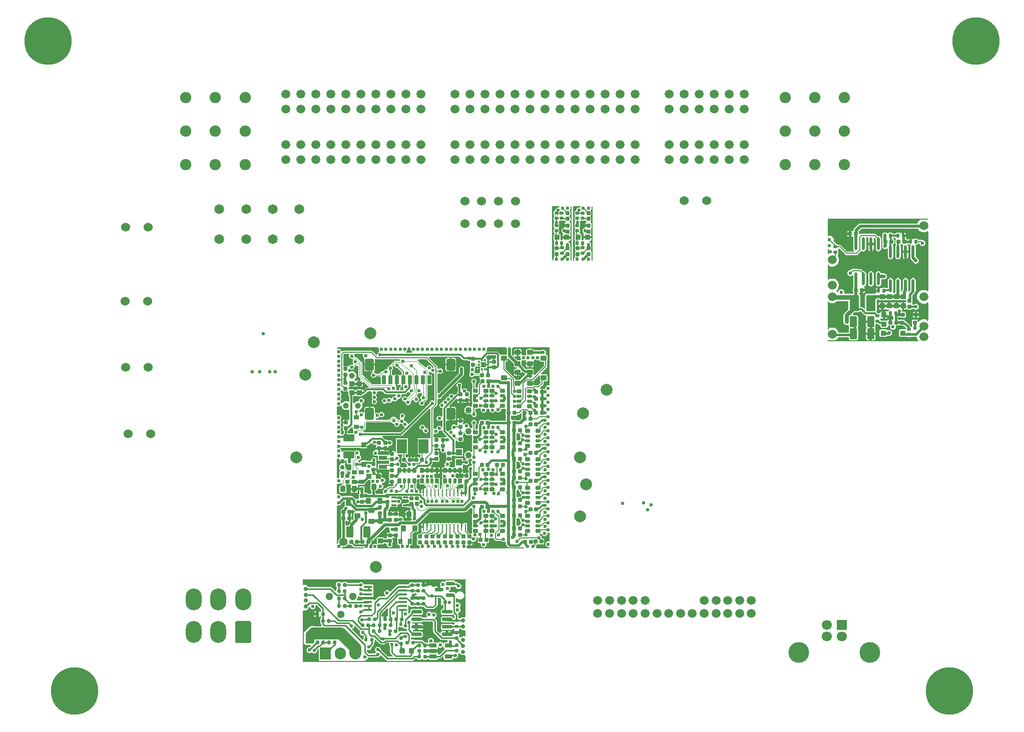
<source format=gbl>
G75*
G70*
%OFA0B0*%
%FSLAX25Y25*%
%IPPOS*%
%LPD*%
%AMOC8*
5,1,8,0,0,1.08239X$1,22.5*
%
%AMM103*
21,1,0.035830,0.026770,-0.000000,0.000000,90.000000*
21,1,0.029130,0.033470,-0.000000,0.000000,90.000000*
1,1,0.006690,0.013390,0.014570*
1,1,0.006690,0.013390,-0.014570*
1,1,0.006690,-0.013390,-0.014570*
1,1,0.006690,-0.013390,0.014570*
%
%AMM104*
21,1,0.070870,0.036220,-0.000000,0.000000,180.000000*
21,1,0.061810,0.045280,-0.000000,0.000000,180.000000*
1,1,0.009060,-0.030910,0.018110*
1,1,0.009060,0.030910,0.018110*
1,1,0.009060,0.030910,-0.018110*
1,1,0.009060,-0.030910,-0.018110*
%
%AMM105*
21,1,0.033470,0.026770,-0.000000,0.000000,90.000000*
21,1,0.026770,0.033470,-0.000000,0.000000,90.000000*
1,1,0.006690,0.013390,0.013390*
1,1,0.006690,0.013390,-0.013390*
1,1,0.006690,-0.013390,-0.013390*
1,1,0.006690,-0.013390,0.013390*
%
%AMM139*
21,1,0.035830,0.026770,-0.000000,-0.000000,180.000000*
21,1,0.029130,0.033470,-0.000000,-0.000000,180.000000*
1,1,0.006690,-0.014570,0.013390*
1,1,0.006690,0.014570,0.013390*
1,1,0.006690,0.014570,-0.013390*
1,1,0.006690,-0.014570,-0.013390*
%
%AMM140*
21,1,0.070870,0.036220,-0.000000,-0.000000,270.000000*
21,1,0.061810,0.045280,-0.000000,-0.000000,270.000000*
1,1,0.009060,-0.018110,-0.030910*
1,1,0.009060,-0.018110,0.030910*
1,1,0.009060,0.018110,0.030910*
1,1,0.009060,0.018110,-0.030910*
%
%AMM143*
21,1,0.023620,0.018900,-0.000000,-0.000000,270.000000*
21,1,0.018900,0.023620,-0.000000,-0.000000,270.000000*
1,1,0.004720,-0.009450,-0.009450*
1,1,0.004720,-0.009450,0.009450*
1,1,0.004720,0.009450,0.009450*
1,1,0.004720,0.009450,-0.009450*
%
%AMM144*
21,1,0.019680,0.019680,-0.000000,-0.000000,180.000000*
21,1,0.015750,0.023620,-0.000000,-0.000000,180.000000*
1,1,0.003940,-0.007870,0.009840*
1,1,0.003940,0.007870,0.009840*
1,1,0.003940,0.007870,-0.009840*
1,1,0.003940,-0.007870,-0.009840*
%
%AMM145*
21,1,0.019680,0.019680,-0.000000,-0.000000,90.000000*
21,1,0.015750,0.023620,-0.000000,-0.000000,90.000000*
1,1,0.003940,0.009840,0.007870*
1,1,0.003940,0.009840,-0.007870*
1,1,0.003940,-0.009840,-0.007870*
1,1,0.003940,-0.009840,0.007870*
%
%AMM159*
21,1,0.106300,0.050390,-0.000000,-0.000000,270.000000*
21,1,0.093700,0.062990,-0.000000,-0.000000,270.000000*
1,1,0.012600,-0.025200,-0.046850*
1,1,0.012600,-0.025200,0.046850*
1,1,0.012600,0.025200,0.046850*
1,1,0.012600,0.025200,-0.046850*
%
%AMM160*
21,1,0.033470,0.026770,-0.000000,-0.000000,90.000000*
21,1,0.026770,0.033470,-0.000000,-0.000000,90.000000*
1,1,0.006690,0.013390,0.013390*
1,1,0.006690,0.013390,-0.013390*
1,1,0.006690,-0.013390,-0.013390*
1,1,0.006690,-0.013390,0.013390*
%
%AMM161*
21,1,0.023620,0.018900,-0.000000,-0.000000,0.000000*
21,1,0.018900,0.023620,-0.000000,-0.000000,0.000000*
1,1,0.004720,0.009450,-0.009450*
1,1,0.004720,-0.009450,-0.009450*
1,1,0.004720,-0.009450,0.009450*
1,1,0.004720,0.009450,0.009450*
%
%AMM162*
21,1,0.122050,0.075590,-0.000000,-0.000000,0.000000*
21,1,0.103150,0.094490,-0.000000,-0.000000,0.000000*
1,1,0.018900,0.051580,-0.037800*
1,1,0.018900,-0.051580,-0.037800*
1,1,0.018900,-0.051580,0.037800*
1,1,0.018900,0.051580,0.037800*
%
%AMM163*
21,1,0.118110,0.083460,-0.000000,-0.000000,180.000000*
21,1,0.097240,0.104330,-0.000000,-0.000000,180.000000*
1,1,0.020870,-0.048620,0.041730*
1,1,0.020870,0.048620,0.041730*
1,1,0.020870,0.048620,-0.041730*
1,1,0.020870,-0.048620,-0.041730*
%
%AMM169*
21,1,0.025590,0.026380,-0.000000,0.000000,0.000000*
21,1,0.020470,0.031500,-0.000000,0.000000,0.000000*
1,1,0.005120,0.010240,-0.013190*
1,1,0.005120,-0.010240,-0.013190*
1,1,0.005120,-0.010240,0.013190*
1,1,0.005120,0.010240,0.013190*
%
%AMM170*
21,1,0.017720,0.027950,-0.000000,0.000000,0.000000*
21,1,0.014170,0.031500,-0.000000,0.000000,0.000000*
1,1,0.003540,0.007090,-0.013980*
1,1,0.003540,-0.007090,-0.013980*
1,1,0.003540,-0.007090,0.013980*
1,1,0.003540,0.007090,0.013980*
%
%AMM173*
21,1,0.027560,0.018900,-0.000000,0.000000,180.000000*
21,1,0.022840,0.023620,-0.000000,0.000000,180.000000*
1,1,0.004720,-0.011420,0.009450*
1,1,0.004720,0.011420,0.009450*
1,1,0.004720,0.011420,-0.009450*
1,1,0.004720,-0.011420,-0.009450*
%
%AMM175*
21,1,0.027560,0.018900,-0.000000,0.000000,270.000000*
21,1,0.022840,0.023620,-0.000000,0.000000,270.000000*
1,1,0.004720,-0.009450,-0.011420*
1,1,0.004720,-0.009450,0.011420*
1,1,0.004720,0.009450,0.011420*
1,1,0.004720,0.009450,-0.011420*
%
%AMM177*
21,1,0.035430,0.030320,-0.000000,0.000000,0.000000*
21,1,0.028350,0.037400,-0.000000,0.000000,0.000000*
1,1,0.007090,0.014170,-0.015160*
1,1,0.007090,-0.014170,-0.015160*
1,1,0.007090,-0.014170,0.015160*
1,1,0.007090,0.014170,0.015160*
%
%AMM180*
21,1,0.027560,0.030710,-0.000000,0.000000,90.000000*
21,1,0.022050,0.036220,-0.000000,0.000000,90.000000*
1,1,0.005510,0.015350,0.011020*
1,1,0.005510,0.015350,-0.011020*
1,1,0.005510,-0.015350,-0.011020*
1,1,0.005510,-0.015350,0.011020*
%
%AMM201*
21,1,0.033470,0.026770,-0.000000,0.000000,180.000000*
21,1,0.026770,0.033470,-0.000000,0.000000,180.000000*
1,1,0.006690,-0.013390,0.013390*
1,1,0.006690,0.013390,0.013390*
1,1,0.006690,0.013390,-0.013390*
1,1,0.006690,-0.013390,-0.013390*
%
%AMM202*
21,1,0.025590,0.026380,-0.000000,0.000000,90.000000*
21,1,0.020470,0.031500,-0.000000,0.000000,90.000000*
1,1,0.005120,0.013190,0.010240*
1,1,0.005120,0.013190,-0.010240*
1,1,0.005120,-0.013190,-0.010240*
1,1,0.005120,-0.013190,0.010240*
%
%AMM203*
21,1,0.017720,0.027950,-0.000000,0.000000,90.000000*
21,1,0.014170,0.031500,-0.000000,0.000000,90.000000*
1,1,0.003540,0.013980,0.007090*
1,1,0.003540,0.013980,-0.007090*
1,1,0.003540,-0.013980,-0.007090*
1,1,0.003540,-0.013980,0.007090*
%
%AMM204*
21,1,0.078740,0.045670,-0.000000,0.000000,270.000000*
21,1,0.067320,0.057090,-0.000000,0.000000,270.000000*
1,1,0.011420,-0.022840,-0.033660*
1,1,0.011420,-0.022840,0.033660*
1,1,0.011420,0.022840,0.033660*
1,1,0.011420,0.022840,-0.033660*
%
%AMM205*
21,1,0.059060,0.020470,-0.000000,0.000000,270.000000*
21,1,0.053940,0.025590,-0.000000,0.000000,270.000000*
1,1,0.005120,-0.010240,-0.026970*
1,1,0.005120,-0.010240,0.026970*
1,1,0.005120,0.010240,0.026970*
1,1,0.005120,0.010240,-0.026970*
%
%AMM206*
21,1,0.035430,0.030320,-0.000000,0.000000,270.000000*
21,1,0.028350,0.037400,-0.000000,0.000000,270.000000*
1,1,0.007090,-0.015160,-0.014170*
1,1,0.007090,-0.015160,0.014170*
1,1,0.007090,0.015160,0.014170*
1,1,0.007090,0.015160,-0.014170*
%
%AMM207*
21,1,0.012600,0.028980,-0.000000,0.000000,270.000000*
21,1,0.010080,0.031500,-0.000000,0.000000,270.000000*
1,1,0.002520,-0.014490,-0.005040*
1,1,0.002520,-0.014490,0.005040*
1,1,0.002520,0.014490,0.005040*
1,1,0.002520,0.014490,-0.005040*
%
%AMM208*
21,1,0.070870,0.036220,-0.000000,0.000000,90.000000*
21,1,0.061810,0.045280,-0.000000,0.000000,90.000000*
1,1,0.009060,0.018110,0.030910*
1,1,0.009060,0.018110,-0.030910*
1,1,0.009060,-0.018110,-0.030910*
1,1,0.009060,-0.018110,0.030910*
%
%AMM209*
21,1,0.027560,0.049610,-0.000000,0.000000,90.000000*
21,1,0.022050,0.055120,-0.000000,0.000000,90.000000*
1,1,0.005510,0.024800,0.011020*
1,1,0.005510,0.024800,-0.011020*
1,1,0.005510,-0.024800,-0.011020*
1,1,0.005510,-0.024800,0.011020*
%
%AMM210*
21,1,0.027560,0.030710,-0.000000,0.000000,180.000000*
21,1,0.022050,0.036220,-0.000000,0.000000,180.000000*
1,1,0.005510,-0.011020,0.015350*
1,1,0.005510,0.011020,0.015350*
1,1,0.005510,0.011020,-0.015350*
1,1,0.005510,-0.011020,-0.015350*
%
%AMM229*
21,1,0.023620,0.018900,0.000000,-0.000000,90.000000*
21,1,0.018900,0.023620,0.000000,-0.000000,90.000000*
1,1,0.004720,0.009450,0.009450*
1,1,0.004720,0.009450,-0.009450*
1,1,0.004720,-0.009450,-0.009450*
1,1,0.004720,-0.009450,0.009450*
%
%AMM230*
21,1,0.019680,0.019680,0.000000,-0.000000,180.000000*
21,1,0.015750,0.023620,0.000000,-0.000000,180.000000*
1,1,0.003940,-0.007870,0.009840*
1,1,0.003940,0.007870,0.009840*
1,1,0.003940,0.007870,-0.009840*
1,1,0.003940,-0.007870,-0.009840*
%
%AMM231*
21,1,0.033470,0.026770,0.000000,-0.000000,180.000000*
21,1,0.026770,0.033470,0.000000,-0.000000,180.000000*
1,1,0.006690,-0.013390,0.013390*
1,1,0.006690,0.013390,0.013390*
1,1,0.006690,0.013390,-0.013390*
1,1,0.006690,-0.013390,-0.013390*
%
%AMM232*
21,1,0.019680,0.019680,0.000000,-0.000000,270.000000*
21,1,0.015750,0.023620,0.000000,-0.000000,270.000000*
1,1,0.003940,-0.009840,-0.007870*
1,1,0.003940,-0.009840,0.007870*
1,1,0.003940,0.009840,0.007870*
1,1,0.003940,0.009840,-0.007870*
%
%ADD115C,0.00984*%
%ADD116C,0.01181*%
%ADD12C,0.31496*%
%ADD120O,0.01968X0.08661*%
%ADD13C,0.06496*%
%ADD14C,0.07874*%
%ADD15C,0.06000*%
%ADD16C,0.05906*%
%ADD162C,0.00492*%
%ADD163C,0.01260*%
%ADD164C,0.04331*%
%ADD165C,0.03900*%
%ADD166C,0.05512*%
%ADD17C,0.02756*%
%ADD20R,0.00984X0.04331*%
%ADD200R,0.01378X0.01476*%
%ADD201R,0.01968X0.01968*%
%ADD206R,0.01476X0.01378*%
%ADD21R,0.00984X0.03858*%
%ADD23R,1.08661X0.00984*%
%ADD230C,0.05118*%
%ADD233R,0.07500X0.07874*%
%ADD234O,0.07500X0.07874*%
%ADD235C,0.01969*%
%ADD237R,0.05709X0.01772*%
%ADD238R,0.04803X0.02559*%
%ADD25R,0.00984X0.03740*%
%ADD26C,0.02362*%
%ADD268M103*%
%ADD269M104*%
%ADD27O,0.04823X0.00787*%
%ADD270M105*%
%ADD28O,0.00787X0.36614*%
%ADD29O,0.00787X0.12992*%
%ADD30O,0.00787X0.40157*%
%ADD31O,0.00787X0.01181*%
%ADD315M139*%
%ADD316M140*%
%ADD319M143*%
%ADD32O,0.66929X0.00787*%
%ADD320M144*%
%ADD321M145*%
%ADD33O,0.60630X0.00787*%
%ADD335M159*%
%ADD336M160*%
%ADD337M161*%
%ADD338M162*%
%ADD339M163*%
%ADD34O,0.00787X0.18898*%
%ADD345M169*%
%ADD346M170*%
%ADD35O,0.00787X0.10236*%
%ADD350M173*%
%ADD352M175*%
%ADD354M177*%
%ADD357M180*%
%ADD36O,0.00787X0.03937*%
%ADD37O,0.00787X0.05906*%
%ADD38R,0.14567X0.00787*%
%ADD380M201*%
%ADD381M202*%
%ADD382M203*%
%ADD383M204*%
%ADD384M205*%
%ADD385M206*%
%ADD386M207*%
%ADD387O,0.00984X0.04961*%
%ADD388M208*%
%ADD389R,0.06693X0.09449*%
%ADD39R,0.01575X0.00787*%
%ADD390M209*%
%ADD391R,0.04331X0.03937*%
%ADD392M210*%
%ADD40R,0.06299X0.00787*%
%ADD41R,0.38189X0.00787*%
%ADD42R,0.09055X0.00787*%
%ADD43R,0.00787X0.05512*%
%ADD430M229*%
%ADD431M230*%
%ADD432M231*%
%ADD433M232*%
%ADD44R,0.00787X0.25197*%
%ADD45R,0.00787X0.06693*%
%ADD46R,0.00787X0.12992*%
%ADD47R,0.27559X0.00787*%
%ADD48R,0.12992X0.00787*%
%ADD49R,0.24803X0.00787*%
%ADD50R,0.06693X0.06693*%
%ADD51C,0.06693*%
%ADD52C,0.13780*%
%ADD53O,0.10630X0.14567*%
%ADD65C,0.07480*%
%ADD70C,0.00591*%
%ADD78C,0.00787*%
%ADD79R,0.00984X0.24803*%
%ADD80R,0.00984X0.34449*%
%ADD82C,0.01968*%
%ADD83C,0.01575*%
%ADD97O,0.00787X0.40158*%
%ADD98C,0.03150*%
X0000000Y0000000D02*
%LPD*%
G01*
D12*
X0013780Y0448819D03*
D13*
X0127953Y0316772D03*
X0127953Y0336772D03*
D14*
X0190945Y0248031D03*
D15*
X0065335Y0324803D03*
X0080335Y0324803D03*
X0067106Y0186941D03*
X0082106Y0186941D03*
D12*
X0031496Y0015748D03*
D14*
X0232283Y0098425D03*
D15*
X0452382Y0342520D03*
X0437382Y0342520D03*
D16*
X0379921Y0075965D03*
X0387795Y0075965D03*
X0395669Y0075965D03*
X0403543Y0075965D03*
X0411417Y0075965D03*
X0450787Y0075965D03*
X0458661Y0075965D03*
X0466535Y0075965D03*
X0474409Y0075965D03*
X0482283Y0075965D03*
X0379921Y0067304D03*
X0387795Y0067304D03*
X0395669Y0067304D03*
X0403543Y0067304D03*
X0411417Y0067304D03*
X0419291Y0067304D03*
X0427165Y0067304D03*
X0435039Y0067304D03*
X0442913Y0067304D03*
X0450787Y0067304D03*
X0458661Y0067304D03*
X0466535Y0067304D03*
X0474409Y0067304D03*
X0482283Y0067304D03*
D17*
X0185335Y0083760D03*
X0185335Y0071949D03*
X0185335Y0075886D03*
X0185335Y0079823D03*
D20*
X0291535Y0037106D03*
D21*
X0291535Y0054193D03*
D79*
X0291535Y0077657D03*
D23*
X0237697Y0035433D03*
X0237697Y0089567D03*
D80*
X0183858Y0052165D03*
D25*
X0183858Y0088189D03*
D17*
X0290024Y0045768D03*
X0290024Y0049705D03*
X0290024Y0062681D03*
X0290024Y0058681D03*
X0290024Y0041831D03*
D14*
X0372047Y0153543D03*
D15*
X0065138Y0275508D03*
X0080138Y0275508D03*
D26*
X0373747Y0303269D03*
D27*
X0365972Y0338309D03*
D28*
X0376109Y0320395D03*
X0363905Y0320395D03*
D26*
X0370007Y0303269D03*
X0366267Y0303269D03*
X0370204Y0337521D03*
X0373747Y0337521D03*
D13*
X0163386Y0316772D03*
X0163386Y0336772D03*
D15*
X0302562Y0327146D03*
X0302562Y0342146D03*
D14*
X0185039Y0226378D03*
D16*
X0536035Y0253335D03*
X0536035Y0278531D03*
X0536035Y0286012D03*
X0536035Y0302941D03*
D26*
X0534264Y0312390D03*
X0534264Y0316327D03*
D29*
X0599618Y0268492D03*
D30*
X0599618Y0301957D03*
D31*
X0599618Y0329909D03*
D32*
X0566547Y0330106D03*
D33*
X0563398Y0249004D03*
D16*
X0536035Y0327547D03*
D31*
X0533476Y0249201D03*
D34*
X0533476Y0265736D03*
D35*
X0533476Y0294673D03*
D36*
X0533476Y0308453D03*
D37*
X0533476Y0321445D03*
D16*
X0597059Y0251563D03*
X0597059Y0258846D03*
X0597059Y0278335D03*
X0597059Y0325776D03*
D26*
X0321161Y0243405D03*
X0304232Y0243406D03*
X0301083Y0243406D03*
X0297933Y0243406D03*
X0294783Y0243406D03*
X0291634Y0243406D03*
X0288484Y0243406D03*
X0285335Y0243406D03*
X0282185Y0243406D03*
X0279035Y0243406D03*
X0275886Y0243406D03*
X0272736Y0243406D03*
X0269587Y0243406D03*
X0266437Y0243406D03*
X0263287Y0243406D03*
X0260138Y0243405D03*
X0256988Y0243406D03*
X0251476Y0243406D03*
X0248327Y0243406D03*
X0245177Y0243406D03*
X0242028Y0243406D03*
X0238878Y0243406D03*
X0235728Y0243406D03*
D38*
X0216634Y0111122D03*
D39*
X0228642Y0111122D03*
D38*
X0240650Y0111122D03*
D40*
X0258169Y0111122D03*
D41*
X0311909Y0111122D03*
D42*
X0343406Y0111122D03*
D43*
X0347539Y0118209D03*
D44*
X0206595Y0126476D03*
D45*
X0206595Y0150295D03*
D46*
X0206595Y0164075D03*
D43*
X0206595Y0202461D03*
D44*
X0347539Y0231988D03*
D47*
X0219980Y0244193D03*
D39*
X0254232Y0244193D03*
D48*
X0312697Y0244193D03*
D49*
X0335532Y0244193D03*
D26*
X0207382Y0241831D03*
X0207382Y0238681D03*
X0207382Y0235532D03*
X0207382Y0232382D03*
X0207382Y0229232D03*
X0207382Y0226083D03*
X0207382Y0222933D03*
X0207382Y0219783D03*
X0207382Y0216634D03*
X0207382Y0213484D03*
X0207382Y0210335D03*
X0207382Y0207185D03*
X0207382Y0197736D03*
X0207382Y0194587D03*
X0207382Y0191437D03*
X0207382Y0188287D03*
X0207382Y0185138D03*
X0207382Y0181988D03*
X0207382Y0178839D03*
X0207382Y0175689D03*
X0207382Y0172539D03*
X0207382Y0155610D03*
X0207382Y0144980D03*
X0207382Y0141043D03*
X0207382Y0111909D03*
X0346752Y0217421D03*
X0346752Y0212697D03*
X0346752Y0207972D03*
X0346752Y0203248D03*
X0346752Y0198524D03*
X0346752Y0193799D03*
X0346752Y0189075D03*
X0346752Y0184350D03*
X0346752Y0179626D03*
X0346752Y0174902D03*
X0346752Y0170177D03*
X0346752Y0165453D03*
X0346752Y0160728D03*
X0346752Y0156004D03*
X0346752Y0151280D03*
X0346752Y0146555D03*
X0346752Y0141831D03*
X0346752Y0137106D03*
X0346752Y0132382D03*
X0346752Y0127657D03*
X0346752Y0122933D03*
X0346752Y0113484D03*
X0336909Y0111909D03*
X0332972Y0111909D03*
X0290847Y0111909D03*
X0286909Y0111909D03*
X0282972Y0111909D03*
X0279035Y0111909D03*
X0275098Y0111909D03*
X0271161Y0111909D03*
X0267224Y0111909D03*
X0263287Y0111909D03*
X0253051Y0111909D03*
X0249902Y0111909D03*
X0231398Y0111909D03*
X0225886Y0111909D03*
D50*
X0542323Y0059791D03*
D51*
X0532480Y0059791D03*
X0532480Y0051917D03*
X0542323Y0051917D03*
D52*
X0561102Y0041247D03*
X0513701Y0041247D03*
D15*
X0291339Y0327146D03*
X0291339Y0342146D03*
D26*
X0359843Y0303248D03*
D27*
X0352067Y0338287D03*
D28*
X0362205Y0320374D03*
X0350000Y0320374D03*
D26*
X0356102Y0303248D03*
X0352362Y0303248D03*
X0356299Y0337500D03*
X0359843Y0337500D03*
D13*
X0181102Y0316772D03*
X0181102Y0336772D03*
D12*
X0614173Y0015748D03*
D15*
X0313786Y0327146D03*
X0313786Y0342146D03*
G36*
G01*
X0149016Y0061240D02*
X0149016Y0048642D01*
G75*
G02*
X0148031Y0047657I-000984J0000000D01*
G01*
X0139370Y0047657D01*
G75*
G02*
X0138386Y0048642I0000000J0000984D01*
G01*
X0138386Y0061240D01*
G75*
G02*
X0139370Y0062224I0000984J0000000D01*
G01*
X0148031Y0062224D01*
G75*
G02*
X0149016Y0061240I0000000J-000984D01*
G01*
G37*
D53*
X0127165Y0054941D03*
X0110630Y0054941D03*
X0143701Y0076594D03*
X0127165Y0076594D03*
X0110630Y0076594D03*
D14*
X0228346Y0253937D03*
X0368110Y0131890D03*
X0368110Y0171260D03*
X0179134Y0171260D03*
D13*
X0145669Y0316772D03*
X0145669Y0336772D03*
D14*
X0385827Y0216535D03*
D12*
X0631890Y0448819D03*
D26*
X0157106Y0253642D03*
X0149902Y0228346D03*
X0154921Y0228346D03*
X0161417Y0228346D03*
X0164961Y0228346D03*
D14*
X0370079Y0200787D03*
D26*
X0415354Y0139862D03*
X0413287Y0136417D03*
X0410335Y0141043D03*
X0396358Y0140748D03*
D65*
X0544219Y0411102D03*
X0524553Y0411102D03*
X0504884Y0411102D03*
X0544219Y0388657D03*
X0524553Y0388657D03*
X0504884Y0388657D03*
X0544219Y0366217D03*
X0524553Y0366217D03*
X0504884Y0366217D03*
D16*
X0477297Y0413433D03*
X0467297Y0413433D03*
X0457297Y0413433D03*
X0447297Y0413433D03*
X0437293Y0413433D03*
X0427293Y0413433D03*
X0477297Y0403421D03*
X0467297Y0403421D03*
X0457297Y0403421D03*
X0447297Y0403421D03*
X0437293Y0403421D03*
X0427293Y0403421D03*
X0477297Y0379646D03*
X0467297Y0379646D03*
X0457297Y0379646D03*
X0447297Y0379646D03*
X0437293Y0379646D03*
X0427293Y0379646D03*
X0477297Y0369555D03*
X0467297Y0369555D03*
X0457297Y0369555D03*
X0447297Y0369555D03*
X0437293Y0369555D03*
X0427293Y0369555D03*
X0404876Y0413433D03*
X0394876Y0413433D03*
X0384876Y0413433D03*
X0374876Y0413433D03*
X0364872Y0413433D03*
X0354872Y0413433D03*
X0344872Y0413433D03*
X0334872Y0413433D03*
X0324868Y0413433D03*
X0314868Y0413433D03*
X0304868Y0413433D03*
X0294868Y0413433D03*
X0284868Y0413433D03*
X0404876Y0403421D03*
X0394876Y0403421D03*
X0384876Y0403421D03*
X0374876Y0403421D03*
X0364872Y0403421D03*
X0354872Y0403421D03*
X0344872Y0403421D03*
X0334872Y0403421D03*
X0324868Y0403421D03*
X0314868Y0403421D03*
X0304868Y0403421D03*
X0294868Y0403421D03*
X0284868Y0403421D03*
X0404876Y0379646D03*
X0394876Y0379646D03*
X0384876Y0379646D03*
X0374876Y0379646D03*
X0364872Y0379646D03*
X0354872Y0379646D03*
X0344872Y0379646D03*
X0334872Y0379646D03*
X0324868Y0379646D03*
X0314868Y0379646D03*
X0304868Y0379646D03*
X0294868Y0379646D03*
X0284868Y0379646D03*
X0404876Y0369555D03*
X0394876Y0369555D03*
X0384876Y0369555D03*
X0374876Y0369555D03*
X0364872Y0369555D03*
X0354872Y0369555D03*
X0344872Y0369555D03*
X0334872Y0369555D03*
X0324868Y0369555D03*
X0314868Y0369555D03*
X0304868Y0369555D03*
X0294868Y0369555D03*
X0284868Y0369555D03*
X0262278Y0413433D03*
X0252278Y0413433D03*
X0242278Y0413433D03*
X0232278Y0413433D03*
X0222278Y0413433D03*
X0212274Y0413433D03*
X0202274Y0413433D03*
X0192274Y0413433D03*
X0182274Y0413433D03*
X0172270Y0413433D03*
X0262278Y0403421D03*
X0252278Y0403421D03*
X0242278Y0403421D03*
X0232278Y0403421D03*
X0222278Y0403421D03*
X0212274Y0403421D03*
X0202274Y0403421D03*
X0192274Y0403421D03*
X0182274Y0403421D03*
X0172270Y0403421D03*
X0262278Y0379646D03*
X0252278Y0379646D03*
X0242278Y0379646D03*
X0232278Y0379646D03*
X0222278Y0379646D03*
X0212274Y0379646D03*
X0202274Y0379646D03*
X0192274Y0379646D03*
X0182274Y0379646D03*
X0172270Y0379646D03*
X0262278Y0369555D03*
X0252278Y0369555D03*
X0242278Y0369555D03*
X0232278Y0369555D03*
X0222278Y0369555D03*
X0212274Y0369555D03*
X0202274Y0369555D03*
X0192274Y0369555D03*
X0182274Y0369555D03*
X0172270Y0369555D03*
D65*
X0145018Y0411102D03*
X0125266Y0411102D03*
X0105600Y0411102D03*
X0145018Y0388657D03*
X0125266Y0388657D03*
X0105600Y0388657D03*
X0145018Y0366217D03*
X0125266Y0366217D03*
X0105600Y0366217D03*
D15*
X0325009Y0327146D03*
X0325009Y0342146D03*
X0065335Y0231335D03*
X0080335Y0231335D03*
X0600012Y0330500D02*
G01*
G75*
G36*
X0537931Y0249201D02*
X0538816Y0249712D01*
X0539659Y0250555D01*
X0540109Y0251335D01*
X0547161Y0251335D01*
X0547161Y0250638D01*
X0547257Y0250154D01*
X0547531Y0249744D01*
X0547942Y0249470D01*
X0548426Y0249373D01*
X0552048Y0249373D01*
X0552532Y0249470D01*
X0552942Y0249744D01*
X0553216Y0250154D01*
X0553312Y0250638D01*
X0553312Y0256819D01*
X0553216Y0257303D01*
X0552960Y0257744D01*
X0553216Y0258185D01*
X0553312Y0258669D01*
X0553312Y0264850D01*
X0553216Y0265334D01*
X0552942Y0265745D01*
X0552532Y0266019D01*
X0552048Y0266115D01*
X0549881Y0266115D01*
X0549655Y0266660D01*
X0550589Y0267594D01*
X0550907Y0268071D01*
X0553319Y0268071D01*
X0553872Y0268181D01*
X0554341Y0268494D01*
X0554400Y0268582D01*
X0555219Y0268582D01*
X0557286Y0266514D01*
X0557742Y0266210D01*
X0558280Y0266103D01*
X0558503Y0266103D01*
X0558794Y0265512D01*
X0558675Y0265334D01*
X0558578Y0264850D01*
X0558578Y0262547D01*
X0561654Y0262547D01*
X0561654Y0260972D01*
X0558578Y0260972D01*
X0558578Y0258669D01*
X0558675Y0258185D01*
X0558931Y0257744D01*
X0558675Y0257303D01*
X0558578Y0256819D01*
X0558578Y0254516D01*
X0561654Y0254516D01*
X0564729Y0254516D01*
X0564729Y0256819D01*
X0564633Y0257303D01*
X0564377Y0257744D01*
X0564633Y0258185D01*
X0564729Y0258669D01*
X0564729Y0259863D01*
X0565274Y0260336D01*
X0566152Y0260336D01*
X0566547Y0259940D01*
X0567003Y0259635D01*
X0567541Y0259528D01*
X0568082Y0259528D01*
X0568082Y0258721D01*
X0568169Y0258283D01*
X0568417Y0257912D01*
X0568788Y0257664D01*
X0569226Y0257577D01*
X0571903Y0257577D01*
X0572341Y0257664D01*
X0572712Y0257912D01*
X0572960Y0258283D01*
X0573047Y0258721D01*
X0573047Y0258865D01*
X0573637Y0259248D01*
X0573778Y0259220D01*
X0574339Y0259220D01*
X0574667Y0258729D01*
X0574639Y0258661D01*
X0574639Y0257878D01*
X0574938Y0257154D01*
X0575492Y0256600D01*
X0576216Y0256301D01*
X0576999Y0256301D01*
X0577722Y0256600D01*
X0578276Y0257154D01*
X0578576Y0257878D01*
X0578576Y0258661D01*
X0578548Y0258729D01*
X0578876Y0259220D01*
X0579605Y0259220D01*
X0580004Y0259299D01*
X0580343Y0259526D01*
X0580613Y0259526D01*
X0580951Y0259299D01*
X0581351Y0259220D01*
X0582635Y0259220D01*
X0582689Y0259209D01*
X0582689Y0259209D01*
X0583394Y0259209D01*
X0585027Y0257576D01*
X0585027Y0257111D01*
X0584714Y0256722D01*
X0584546Y0256605D01*
X0581633Y0256605D01*
X0581195Y0256518D01*
X0580824Y0256270D01*
X0580576Y0255898D01*
X0580489Y0255461D01*
X0580489Y0252784D01*
X0580576Y0252346D01*
X0580824Y0251974D01*
X0581195Y0251727D01*
X0581633Y0251639D01*
X0584546Y0251639D01*
X0584984Y0251727D01*
X0585332Y0251771D01*
X0585658Y0251554D01*
X0586042Y0251477D01*
X0588010Y0251477D01*
X0588394Y0251554D01*
X0588720Y0251771D01*
X0588779Y0251860D01*
X0591678Y0251860D01*
X0591941Y0251912D01*
X0592532Y0251486D01*
X0592532Y0250967D01*
X0592840Y0249815D01*
X0593195Y0249201D01*
X0592854Y0248610D01*
X0538089Y0248610D01*
X0537931Y0249201D01*
D02*
G37*
G36*
X0588394Y0258526D02*
X0588173Y0258570D01*
X0588116Y0258856D01*
X0587768Y0259377D01*
X0585194Y0261950D01*
X0584673Y0262298D01*
X0584238Y0262385D01*
X0584205Y0262553D01*
X0583978Y0262892D01*
X0583640Y0263118D01*
X0583240Y0263197D01*
X0581351Y0263197D01*
X0581043Y0263136D01*
X0579944Y0263136D01*
X0579944Y0264852D01*
X0581348Y0264852D01*
X0581400Y0264775D01*
X0581739Y0264548D01*
X0582138Y0264469D01*
X0584028Y0264469D01*
X0584427Y0264548D01*
X0584766Y0264775D01*
X0584992Y0265113D01*
X0585071Y0265513D01*
X0585071Y0267402D01*
X0584992Y0267802D01*
X0584766Y0268140D01*
X0584427Y0268366D01*
X0584028Y0268446D01*
X0582995Y0268446D01*
X0582940Y0268457D01*
X0582597Y0268457D01*
X0582597Y0269114D01*
X0582507Y0269330D01*
X0582689Y0269603D01*
X0582689Y0272304D01*
X0582689Y0274786D01*
X0582138Y0274786D01*
X0581700Y0274699D01*
X0581329Y0274451D01*
X0580913Y0274451D01*
X0580542Y0274699D01*
X0580104Y0274786D01*
X0579553Y0274786D01*
X0579553Y0272304D01*
X0577978Y0272304D01*
X0577978Y0274786D01*
X0577427Y0274786D01*
X0576989Y0274699D01*
X0576618Y0274451D01*
X0576222Y0274451D01*
X0575851Y0274699D01*
X0575413Y0274786D01*
X0574862Y0274786D01*
X0574862Y0272304D01*
X0573287Y0272304D01*
X0573287Y0274786D01*
X0572736Y0274786D01*
X0572298Y0274699D01*
X0571927Y0274451D01*
X0571531Y0274451D01*
X0571160Y0274699D01*
X0570722Y0274786D01*
X0570171Y0274786D01*
X0570171Y0272304D01*
X0570171Y0269821D01*
X0570722Y0269821D01*
X0571160Y0269908D01*
X0571314Y0270011D01*
X0571729Y0270109D01*
X0572144Y0270011D01*
X0572298Y0269908D01*
X0572736Y0269821D01*
X0574128Y0269821D01*
X0574133Y0269232D01*
X0573749Y0269156D01*
X0573423Y0268939D01*
X0573252Y0268682D01*
X0573074Y0268599D01*
X0573023Y0268584D01*
X0572584Y0268513D01*
X0572341Y0268675D01*
X0571903Y0268763D01*
X0571352Y0268763D01*
X0571352Y0266280D01*
X0571352Y0263797D01*
X0571903Y0263797D01*
X0572341Y0263885D01*
X0572712Y0264132D01*
X0572960Y0264504D01*
X0573047Y0264941D01*
X0573047Y0265132D01*
X0573637Y0265408D01*
X0573749Y0265333D01*
X0574133Y0265257D01*
X0574133Y0267245D01*
X0575707Y0267245D01*
X0575707Y0265257D01*
X0576091Y0265333D01*
X0576142Y0265367D01*
X0576733Y0265052D01*
X0576733Y0263384D01*
X0576142Y0263068D01*
X0576067Y0263118D01*
X0575668Y0263197D01*
X0575511Y0263197D01*
X0575511Y0261209D01*
X0573936Y0261209D01*
X0573936Y0263197D01*
X0573778Y0263197D01*
X0573379Y0263118D01*
X0573040Y0262892D01*
X0572951Y0262758D01*
X0572457Y0262513D01*
X0572198Y0262483D01*
X0571903Y0262542D01*
X0569226Y0262542D01*
X0568837Y0262465D01*
X0568756Y0262473D01*
X0568246Y0262771D01*
X0568246Y0262914D01*
X0568170Y0263298D01*
X0567997Y0263557D01*
X0568078Y0263783D01*
X0568622Y0263995D01*
X0568788Y0263885D01*
X0569226Y0263797D01*
X0569777Y0263797D01*
X0569777Y0266280D01*
X0569777Y0268763D01*
X0569226Y0268763D01*
X0568788Y0268675D01*
X0568417Y0268428D01*
X0568169Y0268056D01*
X0568112Y0267770D01*
X0567882Y0267587D01*
X0567734Y0267497D01*
X0567491Y0267411D01*
X0567243Y0267461D01*
X0566332Y0267461D01*
X0565359Y0268434D01*
X0565364Y0268494D01*
X0565678Y0268963D01*
X0565788Y0269516D01*
X0565788Y0276483D01*
X0566022Y0276718D01*
X0567008Y0276718D01*
X0567236Y0276377D01*
X0567607Y0276129D01*
X0568045Y0276042D01*
X0570722Y0276042D01*
X0571160Y0276129D01*
X0571314Y0276232D01*
X0571729Y0276330D01*
X0572144Y0276232D01*
X0572298Y0276129D01*
X0572736Y0276042D01*
X0575413Y0276042D01*
X0575851Y0276129D01*
X0576005Y0276232D01*
X0576420Y0276330D01*
X0576835Y0276232D01*
X0576989Y0276129D01*
X0577427Y0276042D01*
X0580104Y0276042D01*
X0580542Y0276129D01*
X0580710Y0276241D01*
X0581121Y0276331D01*
X0581533Y0276241D01*
X0581700Y0276129D01*
X0582138Y0276042D01*
X0584815Y0276042D01*
X0585031Y0276085D01*
X0585622Y0275719D01*
X0585622Y0275163D01*
X0585529Y0275046D01*
X0585087Y0274746D01*
X0585048Y0274740D01*
X0584815Y0274786D01*
X0584264Y0274786D01*
X0584264Y0272304D01*
X0584264Y0269821D01*
X0584815Y0269821D01*
X0585253Y0269908D01*
X0585343Y0269968D01*
X0585928Y0270156D01*
X0586266Y0269929D01*
X0586666Y0269850D01*
X0588555Y0269850D01*
X0588955Y0269929D01*
X0589293Y0270156D01*
X0589346Y0270234D01*
X0590365Y0270234D01*
X0590629Y0269970D01*
X0591353Y0269670D01*
X0592136Y0269670D01*
X0592859Y0269970D01*
X0593413Y0270524D01*
X0593713Y0271247D01*
X0593713Y0272031D01*
X0593413Y0272754D01*
X0592859Y0273308D01*
X0592136Y0273607D01*
X0591353Y0273607D01*
X0590629Y0273308D01*
X0590365Y0273044D01*
X0589547Y0273044D01*
X0589520Y0273183D01*
X0589293Y0273522D01*
X0589293Y0274093D01*
X0589520Y0274431D01*
X0589599Y0274831D01*
X0589599Y0276720D01*
X0589520Y0277120D01*
X0589413Y0277280D01*
X0589413Y0279382D01*
X0590878Y0280847D01*
X0590940Y0280940D01*
X0591217Y0281125D01*
X0591608Y0281711D01*
X0591746Y0282402D01*
X0591746Y0289095D01*
X0591608Y0289786D01*
X0591217Y0290372D01*
X0590631Y0290764D01*
X0589940Y0290901D01*
X0589248Y0290764D01*
X0588662Y0290372D01*
X0588271Y0289786D01*
X0588133Y0289095D01*
X0588133Y0282644D01*
X0587213Y0281723D01*
X0586669Y0282014D01*
X0586746Y0282402D01*
X0586746Y0289095D01*
X0586608Y0289786D01*
X0586217Y0290372D01*
X0585631Y0290764D01*
X0584940Y0290901D01*
X0584248Y0290764D01*
X0583662Y0290372D01*
X0583271Y0289786D01*
X0583133Y0289095D01*
X0583133Y0285749D01*
X0583133Y0285749D01*
X0583133Y0283150D01*
X0582895Y0282912D01*
X0582503Y0282326D01*
X0582365Y0281634D01*
X0582365Y0281584D01*
X0582337Y0281570D01*
X0581746Y0281944D01*
X0581746Y0282402D01*
X0581746Y0282402D01*
X0581746Y0289095D01*
X0581608Y0289786D01*
X0581217Y0290372D01*
X0580631Y0290764D01*
X0579940Y0290901D01*
X0579248Y0290764D01*
X0578662Y0290372D01*
X0578271Y0289786D01*
X0578133Y0289095D01*
X0578133Y0284174D01*
X0578133Y0284174D01*
X0578133Y0281007D01*
X0577427Y0281007D01*
X0576989Y0280920D01*
X0576618Y0281090D01*
X0576468Y0281501D01*
X0576608Y0281711D01*
X0576746Y0282402D01*
X0576746Y0289095D01*
X0576608Y0289786D01*
X0576217Y0290372D01*
X0575631Y0290764D01*
X0574940Y0290901D01*
X0574248Y0290764D01*
X0573662Y0290372D01*
X0573271Y0289786D01*
X0573133Y0289095D01*
X0573133Y0284055D01*
X0571947Y0284055D01*
X0571637Y0284262D01*
X0571253Y0284338D01*
X0569678Y0284338D01*
X0569294Y0284262D01*
X0568969Y0284044D01*
X0568419Y0284044D01*
X0568094Y0284262D01*
X0567710Y0284338D01*
X0567710Y0282350D01*
X0566922Y0282350D01*
X0566922Y0281563D01*
X0565132Y0281563D01*
X0565132Y0281366D01*
X0565208Y0280982D01*
X0565249Y0280921D01*
X0564933Y0280331D01*
X0564487Y0280331D01*
X0564415Y0280317D01*
X0564343Y0280331D01*
X0559303Y0280331D01*
X0558750Y0280221D01*
X0558282Y0279908D01*
X0557968Y0279439D01*
X0557858Y0278886D01*
X0557858Y0270688D01*
X0557313Y0270462D01*
X0556794Y0270980D01*
X0556339Y0271285D01*
X0555801Y0271391D01*
X0554764Y0271391D01*
X0554764Y0278886D01*
X0554654Y0279439D01*
X0554341Y0279908D01*
X0553872Y0280221D01*
X0553721Y0280251D01*
X0553680Y0280821D01*
X0554192Y0281041D01*
X0554383Y0280914D01*
X0554782Y0280834D01*
X0554940Y0280834D01*
X0554940Y0282823D01*
X0555727Y0282823D01*
X0555727Y0283610D01*
X0557716Y0283610D01*
X0557716Y0283768D01*
X0557636Y0284167D01*
X0557410Y0284506D01*
X0557306Y0284575D01*
X0557431Y0285202D01*
X0557565Y0285229D01*
X0558151Y0285620D01*
X0558542Y0286206D01*
X0558680Y0286898D01*
X0558680Y0293591D01*
X0558542Y0294282D01*
X0558151Y0294868D01*
X0557565Y0295259D01*
X0556873Y0295397D01*
X0556787Y0295380D01*
X0555756Y0296411D01*
X0555366Y0296672D01*
X0554905Y0296763D01*
X0554905Y0296763D01*
X0553388Y0296763D01*
X0553231Y0296868D01*
X0552770Y0296960D01*
X0552770Y0296960D01*
X0549744Y0296960D01*
X0549744Y0296960D01*
X0549283Y0296868D01*
X0548892Y0296607D01*
X0548253Y0295968D01*
X0547596Y0295968D01*
X0546873Y0295669D01*
X0546319Y0295115D01*
X0546019Y0294391D01*
X0546019Y0293608D01*
X0546319Y0292885D01*
X0546873Y0292331D01*
X0547596Y0292031D01*
X0548379Y0292031D01*
X0549103Y0292331D01*
X0549476Y0292705D01*
X0550067Y0292460D01*
X0550067Y0290178D01*
X0550067Y0290178D01*
X0550067Y0287028D01*
X0550067Y0284446D01*
X0549881Y0284167D01*
X0549801Y0283768D01*
X0549801Y0281878D01*
X0549881Y0281479D01*
X0549984Y0281325D01*
X0549984Y0280331D01*
X0549318Y0280331D01*
X0549225Y0280349D01*
X0544438Y0280349D01*
X0544043Y0280940D01*
X0544107Y0281093D01*
X0544107Y0281876D01*
X0543807Y0282599D01*
X0543253Y0283153D01*
X0542530Y0283453D01*
X0541746Y0283453D01*
X0541023Y0283153D01*
X0540469Y0282599D01*
X0540170Y0281876D01*
X0540170Y0281607D01*
X0539903Y0281453D01*
X0539579Y0281391D01*
X0539099Y0281871D01*
X0538880Y0282272D01*
X0539099Y0282673D01*
X0539659Y0283232D01*
X0540255Y0284264D01*
X0540563Y0285416D01*
X0540563Y0286608D01*
X0540255Y0287759D01*
X0539659Y0288792D01*
X0538816Y0289635D01*
X0537783Y0290231D01*
X0536632Y0290539D01*
X0535440Y0290539D01*
X0534288Y0290231D01*
X0533757Y0289924D01*
X0533167Y0290265D01*
X0533184Y0298678D01*
X0533775Y0299018D01*
X0534288Y0298722D01*
X0535440Y0298413D01*
X0536632Y0298413D01*
X0537783Y0298722D01*
X0538816Y0299318D01*
X0539659Y0300161D01*
X0540255Y0301193D01*
X0540563Y0302345D01*
X0540563Y0303537D01*
X0540255Y0304689D01*
X0539659Y0305721D01*
X0539651Y0305729D01*
X0539644Y0305933D01*
X0539731Y0306394D01*
X0539956Y0306544D01*
X0540174Y0306870D01*
X0540250Y0307254D01*
X0540250Y0308829D01*
X0540174Y0309213D01*
X0539956Y0309538D01*
X0539956Y0309871D01*
X0540324Y0310271D01*
X0540970Y0310280D01*
X0544872Y0306378D01*
X0545263Y0306117D01*
X0545724Y0306025D01*
X0545724Y0306025D01*
X0552163Y0306025D01*
X0552163Y0306025D01*
X0552624Y0306117D01*
X0553015Y0306378D01*
X0553015Y0306378D01*
X0555245Y0308608D01*
X0556016Y0308765D01*
X0556182Y0308654D01*
X0556873Y0308517D01*
X0557565Y0308654D01*
X0558151Y0309046D01*
X0558542Y0309632D01*
X0558680Y0310323D01*
X0558680Y0317016D01*
X0558604Y0317398D01*
X0559010Y0317989D01*
X0559737Y0317989D01*
X0560143Y0317398D01*
X0560067Y0317016D01*
X0560067Y0314457D01*
X0563680Y0314457D01*
X0563680Y0317016D01*
X0563613Y0317352D01*
X0564157Y0317643D01*
X0565067Y0316733D01*
X0565067Y0310323D01*
X0565204Y0309632D01*
X0565596Y0309046D01*
X0566182Y0308654D01*
X0566873Y0308517D01*
X0567565Y0308654D01*
X0568151Y0309046D01*
X0568542Y0309632D01*
X0568680Y0310323D01*
X0568680Y0317016D01*
X0568542Y0317707D01*
X0568151Y0318293D01*
X0567565Y0318685D01*
X0566873Y0318822D01*
X0566465Y0318741D01*
X0565162Y0320044D01*
X0565162Y0320045D01*
X0564771Y0320306D01*
X0564310Y0320397D01*
X0555101Y0320397D01*
X0555101Y0320397D01*
X0554640Y0320306D01*
X0554468Y0320190D01*
X0553877Y0320469D01*
X0553877Y0321209D01*
X0553798Y0321608D01*
X0553791Y0321618D01*
X0553791Y0321882D01*
X0555485Y0323575D01*
X0593102Y0323575D01*
X0593436Y0322996D01*
X0594279Y0322153D01*
X0595312Y0321557D01*
X0596463Y0321248D01*
X0597655Y0321248D01*
X0598807Y0321557D01*
X0599421Y0321911D01*
X0600012Y0321571D01*
X0600012Y0282540D01*
X0599421Y0282199D01*
X0598807Y0282554D01*
X0597655Y0282862D01*
X0596463Y0282862D01*
X0595312Y0282554D01*
X0594279Y0281958D01*
X0593436Y0281115D01*
X0592840Y0280082D01*
X0592532Y0278931D01*
X0592532Y0277739D01*
X0592840Y0276587D01*
X0593436Y0275555D01*
X0594279Y0274712D01*
X0595312Y0274116D01*
X0596463Y0273807D01*
X0597655Y0273807D01*
X0598807Y0274116D01*
X0599421Y0274471D01*
X0600012Y0274129D01*
X0600012Y0263052D01*
X0599421Y0262711D01*
X0598807Y0263065D01*
X0597655Y0263374D01*
X0596463Y0263374D01*
X0595312Y0263065D01*
X0594279Y0262469D01*
X0593536Y0261726D01*
X0592945Y0261867D01*
X0592945Y0262153D01*
X0592866Y0262553D01*
X0592640Y0262892D01*
X0592301Y0263118D01*
X0591902Y0263197D01*
X0590012Y0263197D01*
X0589613Y0263118D01*
X0589274Y0262892D01*
X0589048Y0262553D01*
X0588968Y0262153D01*
X0588968Y0260264D01*
X0589048Y0259864D01*
X0589274Y0259526D01*
X0589351Y0259474D01*
X0589351Y0258658D01*
X0589310Y0258617D01*
X0589277Y0258538D01*
X0589110Y0258469D01*
X0588582Y0258401D01*
X0588394Y0258526D01*
D02*
G37*
G36*
X0540255Y0255082D02*
X0539659Y0256115D01*
X0538816Y0256958D01*
X0537783Y0257554D01*
X0536632Y0257862D01*
X0535440Y0257862D01*
X0534288Y0257554D01*
X0533691Y0257209D01*
X0533101Y0257550D01*
X0533135Y0274297D01*
X0533726Y0274637D01*
X0534288Y0274313D01*
X0535440Y0274004D01*
X0536632Y0274004D01*
X0537783Y0274313D01*
X0538816Y0274909D01*
X0539440Y0275533D01*
X0546835Y0275533D01*
X0546835Y0270845D01*
X0546820Y0270771D01*
X0546820Y0270070D01*
X0544246Y0267496D01*
X0543768Y0266780D01*
X0543600Y0265935D01*
X0543600Y0261723D01*
X0543768Y0260878D01*
X0544246Y0260162D01*
X0544963Y0259684D01*
X0545807Y0259515D01*
X0546570Y0259667D01*
X0546951Y0259524D01*
X0547161Y0259412D01*
X0547161Y0258669D01*
X0547257Y0258185D01*
X0547513Y0257744D01*
X0547257Y0257303D01*
X0547161Y0256819D01*
X0547161Y0254547D01*
X0540398Y0254547D01*
X0540255Y0255082D01*
D02*
G37*
G36*
X0542220Y0312436D02*
X0542220Y0312436D01*
X0541829Y0312697D01*
X0541368Y0312789D01*
X0541368Y0312789D01*
X0540152Y0312789D01*
X0539956Y0313082D01*
X0539631Y0313299D01*
X0539247Y0313376D01*
X0538628Y0313376D01*
X0538588Y0313577D01*
X0538326Y0313967D01*
X0536874Y0315420D01*
X0537020Y0315964D01*
X0537020Y0316690D01*
X0536832Y0317390D01*
X0536469Y0318019D01*
X0535956Y0318532D01*
X0535328Y0318895D01*
X0534627Y0319083D01*
X0533901Y0319083D01*
X0533693Y0319027D01*
X0533225Y0319387D01*
X0533248Y0330500D01*
X0595006Y0330500D01*
X0595164Y0329909D01*
X0594279Y0329399D01*
X0593436Y0328556D01*
X0592840Y0327523D01*
X0592751Y0327188D01*
X0554736Y0327188D01*
X0554045Y0327051D01*
X0553459Y0326659D01*
X0550707Y0323907D01*
X0550316Y0323321D01*
X0550178Y0322630D01*
X0550178Y0322196D01*
X0549820Y0322032D01*
X0549588Y0321978D01*
X0549296Y0322173D01*
X0548896Y0322252D01*
X0548739Y0322252D01*
X0548739Y0320264D01*
X0548739Y0318275D01*
X0548896Y0318275D01*
X0549296Y0318355D01*
X0549492Y0318485D01*
X0549978Y0318307D01*
X0550082Y0318224D01*
X0550082Y0317091D01*
X0550067Y0317016D01*
X0550067Y0316950D01*
X0550067Y0316950D01*
X0550067Y0313319D01*
X0550067Y0313319D01*
X0550067Y0310323D01*
X0550204Y0309632D01*
X0550596Y0309046D01*
X0550628Y0309024D01*
X0550449Y0308433D01*
X0546223Y0308433D01*
X0542220Y0312436D01*
D02*
G37*
%LPC*%
G36*
X0568640Y0251639D02*
X0571554Y0251639D01*
X0571992Y0251727D01*
X0572363Y0251974D01*
X0572469Y0252133D01*
X0572655Y0252350D01*
X0573226Y0252410D01*
X0573566Y0252269D01*
X0574349Y0252269D01*
X0575073Y0252569D01*
X0575626Y0253122D01*
X0575926Y0253846D01*
X0575926Y0254629D01*
X0575626Y0255353D01*
X0575073Y0255906D01*
X0574349Y0256206D01*
X0573566Y0256206D01*
X0573171Y0256042D01*
X0572791Y0255945D01*
X0572366Y0256265D01*
X0572363Y0256270D01*
X0571992Y0256518D01*
X0571554Y0256605D01*
X0568640Y0256605D01*
X0568203Y0256518D01*
X0567831Y0256270D01*
X0567583Y0255898D01*
X0567496Y0255461D01*
X0567496Y0252784D01*
X0567583Y0252346D01*
X0567831Y0251974D01*
X0568203Y0251727D01*
X0568640Y0251639D01*
D02*
G37*
G36*
X0559843Y0249373D02*
X0560867Y0249373D01*
X0560867Y0252941D01*
X0558578Y0252941D01*
X0558578Y0250638D01*
X0558675Y0250154D01*
X0558949Y0249744D01*
X0559359Y0249470D01*
X0559843Y0249373D01*
D02*
G37*
G36*
X0562441Y0249373D02*
X0563465Y0249373D01*
X0563949Y0249470D01*
X0564359Y0249744D01*
X0564633Y0250154D01*
X0564729Y0250638D01*
X0564729Y0252941D01*
X0562441Y0252941D01*
X0562441Y0249373D01*
D02*
G37*
G36*
X0590799Y0264469D02*
X0590957Y0264469D01*
X0590957Y0265670D01*
X0589756Y0265670D01*
X0589756Y0265513D01*
X0589835Y0265113D01*
X0590062Y0264775D01*
X0590400Y0264548D01*
X0590799Y0264469D01*
D02*
G37*
G36*
X0592532Y0264469D02*
X0592689Y0264469D01*
X0593089Y0264548D01*
X0593427Y0264775D01*
X0593653Y0265113D01*
X0593733Y0265513D01*
X0593733Y0265670D01*
X0592532Y0265670D01*
X0592532Y0264469D01*
D02*
G37*
G36*
X0589756Y0267245D02*
X0590957Y0267245D01*
X0590957Y0268446D01*
X0590799Y0268446D01*
X0590400Y0268366D01*
X0590062Y0268140D01*
X0589835Y0267802D01*
X0589756Y0267402D01*
X0589756Y0267245D01*
D02*
G37*
G36*
X0592532Y0267245D02*
X0593733Y0267245D01*
X0593733Y0267402D01*
X0593653Y0267802D01*
X0593427Y0268140D01*
X0593089Y0268366D01*
X0592689Y0268446D01*
X0592532Y0268446D01*
X0592532Y0267245D01*
D02*
G37*
G36*
X0568045Y0269821D02*
X0568596Y0269821D01*
X0568596Y0271516D01*
X0566901Y0271516D01*
X0566901Y0270965D01*
X0566988Y0270527D01*
X0567236Y0270156D01*
X0567607Y0269908D01*
X0568045Y0269821D01*
D02*
G37*
G36*
X0566901Y0273091D02*
X0568596Y0273091D01*
X0568596Y0274786D01*
X0568045Y0274786D01*
X0567607Y0274699D01*
X0567236Y0274451D01*
X0566988Y0274080D01*
X0566901Y0273642D01*
X0566901Y0273091D01*
D02*
G37*
G36*
X0556514Y0280834D02*
X0556672Y0280834D01*
X0557071Y0280914D01*
X0557410Y0281140D01*
X0557636Y0281479D01*
X0557716Y0281878D01*
X0557716Y0282035D01*
X0556514Y0282035D01*
X0556514Y0280834D01*
D02*
G37*
G36*
X0565132Y0283138D02*
X0566135Y0283138D01*
X0566135Y0284338D01*
X0565751Y0284262D01*
X0565425Y0284044D01*
X0565208Y0283719D01*
X0565132Y0283335D01*
X0565132Y0283138D01*
D02*
G37*
G36*
X0561873Y0285091D02*
X0562565Y0285229D01*
X0563151Y0285620D01*
X0563542Y0286206D01*
X0563680Y0286898D01*
X0563680Y0293591D01*
X0563542Y0294282D01*
X0563151Y0294868D01*
X0562565Y0295259D01*
X0561873Y0295397D01*
X0561182Y0295259D01*
X0560596Y0294868D01*
X0560204Y0294282D01*
X0560067Y0293591D01*
X0560067Y0286898D01*
X0560204Y0286206D01*
X0560596Y0285620D01*
X0561182Y0285229D01*
X0561873Y0285091D01*
D02*
G37*
G36*
X0566873Y0285091D02*
X0567565Y0285229D01*
X0568151Y0285620D01*
X0568542Y0286206D01*
X0568680Y0286898D01*
X0568680Y0289933D01*
X0570485Y0289933D01*
X0570679Y0289972D01*
X0570877Y0289972D01*
X0571059Y0290048D01*
X0571253Y0290086D01*
X0571418Y0290196D01*
X0571600Y0290272D01*
X0571740Y0290411D01*
X0571905Y0290521D01*
X0572014Y0290686D01*
X0572154Y0290825D01*
X0572230Y0291008D01*
X0572340Y0291172D01*
X0572378Y0291366D01*
X0572454Y0291549D01*
X0572454Y0291746D01*
X0572492Y0291940D01*
X0572454Y0292134D01*
X0572454Y0292332D01*
X0572378Y0292515D01*
X0572340Y0292709D01*
X0572230Y0292873D01*
X0572154Y0293056D01*
X0572014Y0293195D01*
X0571905Y0293360D01*
X0571740Y0293469D01*
X0571600Y0293609D01*
X0571418Y0293685D01*
X0571253Y0293795D01*
X0571059Y0293833D01*
X0570877Y0293909D01*
X0570679Y0293909D01*
X0570485Y0293947D01*
X0568609Y0293947D01*
X0568542Y0294282D01*
X0568151Y0294868D01*
X0567565Y0295259D01*
X0566873Y0295397D01*
X0566182Y0295259D01*
X0565596Y0294868D01*
X0565204Y0294282D01*
X0565067Y0293591D01*
X0565067Y0286898D01*
X0565204Y0286206D01*
X0565596Y0285620D01*
X0566182Y0285229D01*
X0566873Y0285091D01*
D02*
G37*
G36*
X0584152Y0303435D02*
X0584152Y0307599D01*
X0583133Y0307599D01*
X0583133Y0305040D01*
X0583271Y0304349D01*
X0583662Y0303763D01*
X0584152Y0303435D01*
D02*
G37*
G36*
X0585727Y0303435D02*
X0586217Y0303763D01*
X0586608Y0304349D01*
X0586746Y0305040D01*
X0586746Y0307599D01*
X0585727Y0307599D01*
X0585727Y0303435D01*
D02*
G37*
G36*
X0561086Y0308718D02*
X0561086Y0312882D01*
X0560067Y0312882D01*
X0560067Y0310323D01*
X0560204Y0309632D01*
X0560596Y0309046D01*
X0561086Y0308718D01*
D02*
G37*
G36*
X0562661Y0308718D02*
X0563151Y0309046D01*
X0563542Y0309632D01*
X0563680Y0310323D01*
X0563680Y0312882D01*
X0562661Y0312882D01*
X0562661Y0308718D01*
D02*
G37*
G36*
X0591353Y0300380D02*
X0592136Y0300380D01*
X0592859Y0300680D01*
X0593413Y0301234D01*
X0593713Y0301957D01*
X0593713Y0302740D01*
X0593413Y0303464D01*
X0592859Y0304018D01*
X0592650Y0304105D01*
X0591746Y0305008D01*
X0591746Y0305040D01*
X0591746Y0305040D01*
X0591746Y0311733D01*
X0591608Y0312424D01*
X0591513Y0312567D01*
X0591828Y0313158D01*
X0592532Y0313158D01*
X0592916Y0313234D01*
X0593241Y0313452D01*
X0593459Y0313777D01*
X0593491Y0313941D01*
X0594106Y0313941D01*
X0594106Y0313777D01*
X0594406Y0313053D01*
X0594960Y0312500D01*
X0595683Y0312200D01*
X0596467Y0312200D01*
X0597190Y0312500D01*
X0597744Y0313053D01*
X0598043Y0313777D01*
X0598043Y0314560D01*
X0597744Y0315283D01*
X0597190Y0315837D01*
X0596467Y0316137D01*
X0595740Y0316137D01*
X0595559Y0316258D01*
X0595098Y0316350D01*
X0593491Y0316350D01*
X0593459Y0316514D01*
X0593241Y0316840D01*
X0592916Y0317057D01*
X0592532Y0317133D01*
X0590957Y0317133D01*
X0590573Y0317057D01*
X0590247Y0316840D01*
X0589698Y0316840D01*
X0589373Y0317057D01*
X0588989Y0317133D01*
X0588989Y0315146D01*
X0587414Y0315146D01*
X0587414Y0317133D01*
X0587030Y0317057D01*
X0586704Y0316840D01*
X0586495Y0316527D01*
X0586398Y0316510D01*
X0586015Y0316495D01*
X0585884Y0316514D01*
X0585674Y0316829D01*
X0585336Y0317055D01*
X0585107Y0317702D01*
X0585115Y0317714D01*
X0585192Y0318098D01*
X0585192Y0318295D01*
X0583401Y0318295D01*
X0583401Y0319083D01*
X0582613Y0319083D01*
X0582613Y0321070D01*
X0582229Y0320994D01*
X0581904Y0320776D01*
X0581355Y0320776D01*
X0581029Y0320994D01*
X0580645Y0321070D01*
X0579070Y0321070D01*
X0578686Y0320994D01*
X0578360Y0320776D01*
X0578167Y0320488D01*
X0576472Y0320488D01*
X0576279Y0320776D01*
X0575954Y0320994D01*
X0575570Y0321070D01*
X0573995Y0321070D01*
X0573611Y0320994D01*
X0573285Y0320776D01*
X0572736Y0320776D01*
X0572410Y0320994D01*
X0572026Y0321070D01*
X0570451Y0321070D01*
X0570067Y0320994D01*
X0569742Y0320776D01*
X0569524Y0320451D01*
X0569448Y0320067D01*
X0569448Y0319160D01*
X0569432Y0319083D01*
X0569432Y0315343D01*
X0569447Y0315269D01*
X0569447Y0314201D01*
X0569527Y0313801D01*
X0569541Y0313780D01*
X0569541Y0312961D01*
X0569303Y0312388D01*
X0569303Y0311605D01*
X0569603Y0310881D01*
X0570157Y0310327D01*
X0570880Y0310028D01*
X0571663Y0310028D01*
X0572387Y0310327D01*
X0572543Y0310483D01*
X0573133Y0310238D01*
X0573133Y0305040D01*
X0573271Y0304349D01*
X0573662Y0303763D01*
X0574248Y0303371D01*
X0574940Y0303234D01*
X0575631Y0303371D01*
X0576217Y0303763D01*
X0576608Y0304349D01*
X0576746Y0305040D01*
X0576746Y0311733D01*
X0576608Y0312424D01*
X0576497Y0312591D01*
X0576706Y0313234D01*
X0576717Y0313236D01*
X0577056Y0313463D01*
X0577282Y0313801D01*
X0577361Y0314201D01*
X0577361Y0316090D01*
X0577282Y0316490D01*
X0577056Y0316829D01*
X0576717Y0317055D01*
X0576899Y0317589D01*
X0576949Y0317678D01*
X0577916Y0317678D01*
X0578342Y0317160D01*
X0578299Y0316720D01*
X0578145Y0316490D01*
X0578066Y0316090D01*
X0578066Y0314201D01*
X0578145Y0313801D01*
X0578371Y0313463D01*
X0578492Y0313382D01*
X0578492Y0312755D01*
X0578271Y0312424D01*
X0578133Y0311733D01*
X0578133Y0305040D01*
X0578271Y0304349D01*
X0578662Y0303763D01*
X0579248Y0303371D01*
X0579940Y0303234D01*
X0580631Y0303371D01*
X0581217Y0303763D01*
X0581608Y0304349D01*
X0581746Y0305040D01*
X0581746Y0311733D01*
X0581608Y0312424D01*
X0581460Y0312647D01*
X0581423Y0313002D01*
X0581897Y0313463D01*
X0582308Y0313463D01*
X0582647Y0313236D01*
X0583047Y0313157D01*
X0583050Y0313157D01*
X0583366Y0312567D01*
X0583271Y0312424D01*
X0583133Y0311733D01*
X0583133Y0309174D01*
X0584940Y0309174D01*
X0586746Y0309174D01*
X0586746Y0311733D01*
X0586608Y0312424D01*
X0586217Y0313010D01*
X0586119Y0313076D01*
X0586197Y0313304D01*
X0586307Y0313336D01*
X0586816Y0313377D01*
X0587030Y0313234D01*
X0587414Y0313158D01*
X0588051Y0313158D01*
X0588366Y0312567D01*
X0588271Y0312424D01*
X0588133Y0311733D01*
X0588133Y0308387D01*
X0588133Y0308386D01*
X0588133Y0304260D01*
X0588271Y0303569D01*
X0588662Y0302983D01*
X0589838Y0301807D01*
X0590075Y0301234D01*
X0590629Y0300680D01*
X0591353Y0300380D01*
D02*
G37*
G36*
X0584188Y0319870D02*
X0585192Y0319870D01*
X0585192Y0320067D01*
X0585115Y0320451D01*
X0584898Y0320776D01*
X0584572Y0320994D01*
X0584188Y0321070D01*
X0584188Y0319870D01*
D02*
G37*
G36*
X0547007Y0318275D02*
X0547164Y0318275D01*
X0547164Y0319476D01*
X0545963Y0319476D01*
X0545963Y0319319D01*
X0546042Y0318919D01*
X0546269Y0318581D01*
X0546607Y0318355D01*
X0547007Y0318275D01*
D02*
G37*
G36*
X0545963Y0321051D02*
X0547164Y0321051D01*
X0547164Y0322252D01*
X0547007Y0322252D01*
X0546607Y0322173D01*
X0546269Y0321947D01*
X0546042Y0321608D01*
X0545963Y0321209D01*
X0545963Y0321051D01*
D02*
G37*
%LPD*%
D78*
X0549744Y0295756D02*
X0547988Y0294000D01*
X0552770Y0295756D02*
X0549744Y0295756D01*
X0552967Y0295559D02*
X0552770Y0295756D01*
X0554905Y0295559D02*
X0552967Y0295559D01*
X0556873Y0293591D02*
X0554905Y0295559D01*
X0556873Y0293591D02*
X0556873Y0290244D01*
X0552163Y0307229D02*
X0545724Y0307229D01*
X0554393Y0318486D02*
X0554393Y0309460D01*
X0552163Y0307229D01*
X0537475Y0313116D02*
X0534264Y0316327D01*
X0534264Y0316327D02*
X0534264Y0316327D01*
X0537475Y0313116D02*
X0537475Y0312175D01*
X0538066Y0311585D02*
X0537475Y0312175D01*
X0541368Y0311585D02*
X0538066Y0311585D01*
X0538262Y0308041D02*
X0538262Y0305876D01*
X0536036Y0303649D01*
X0536036Y0302941D01*
X0545724Y0307229D02*
X0541368Y0311585D01*
X0536313Y0303218D02*
X0536036Y0302941D01*
X0555101Y0319193D02*
X0554393Y0318486D01*
X0566873Y0316630D02*
X0564310Y0319193D01*
X0555101Y0319193D01*
X0566873Y0316630D02*
X0566873Y0313603D01*
X0595098Y0315146D02*
X0591744Y0315146D01*
X0596075Y0314168D02*
X0595098Y0315146D01*
X0565798Y0265933D02*
X0565471Y0266260D01*
X0565873Y0265933D02*
X0565798Y0265933D01*
X0565471Y0266335D02*
X0565471Y0266260D01*
D82*
X0551985Y0320360D02*
X0551888Y0320264D01*
X0551888Y0316965D02*
X0551873Y0316950D01*
X0551873Y0313603D01*
X0551873Y0313319D01*
X0551888Y0320264D02*
X0551888Y0316965D01*
X0571347Y0314467D02*
X0571347Y0312071D01*
X0571272Y0311996D01*
X0551985Y0322630D02*
X0551985Y0320360D01*
X0554736Y0325382D02*
X0551985Y0322630D01*
X0597059Y0325382D02*
X0554736Y0325382D01*
X0551790Y0282823D02*
X0551790Y0276369D01*
X0584940Y0282402D02*
X0584172Y0281634D01*
X0584172Y0278131D01*
X0584940Y0285749D02*
X0584940Y0282402D01*
X0551873Y0287028D02*
X0551873Y0282906D01*
X0551790Y0276369D02*
X0551790Y0275191D01*
X0551873Y0290178D02*
X0551873Y0287028D01*
X0551790Y0275191D02*
X0550799Y0274201D01*
X0571436Y0315146D02*
X0571239Y0315343D01*
X0571239Y0319083D02*
X0571239Y0315343D01*
X0589940Y0308386D02*
X0589940Y0304260D01*
X0591744Y0302455D02*
X0589940Y0304260D01*
X0575018Y0278524D02*
X0564487Y0278524D01*
X0579192Y0278524D02*
X0574231Y0278524D01*
X0579546Y0278879D02*
X0579192Y0278524D01*
X0579940Y0284174D02*
X0579940Y0278485D01*
X0584172Y0278524D02*
X0579192Y0278524D01*
X0591744Y0302455D02*
X0591744Y0302349D01*
X0564881Y0278131D02*
X0564290Y0277540D01*
D83*
X0583483Y0254154D02*
X0583483Y0254076D01*
X0591678Y0253465D02*
X0584093Y0253465D01*
X0573958Y0254238D02*
X0573916Y0254196D01*
X0570532Y0254196D01*
X0570491Y0254154D01*
X0590957Y0261209D02*
X0590957Y0257524D01*
X0590979Y0257502D02*
X0590957Y0257524D01*
X0586829Y0256812D02*
X0586633Y0257009D01*
X0586633Y0258241D02*
X0584059Y0260815D01*
X0586633Y0258241D02*
X0586633Y0257009D01*
X0587026Y0256812D02*
X0586829Y0256812D01*
X0584059Y0260815D02*
X0582689Y0260815D01*
X0582295Y0261209D01*
X0582940Y0266851D02*
X0580628Y0266851D01*
X0578508Y0266457D02*
X0578338Y0266627D01*
X0583083Y0266457D02*
X0578508Y0266457D01*
X0580628Y0268722D02*
X0580477Y0268572D01*
X0580477Y0267324D02*
X0580005Y0266851D01*
X0580477Y0268572D02*
X0580477Y0267324D01*
X0580005Y0266851D02*
X0578660Y0266851D01*
X0574074Y0272304D02*
X0569383Y0272304D01*
X0584172Y0272304D02*
X0578766Y0272304D01*
X0574074Y0272304D01*
X0584362Y0272113D02*
X0584281Y0272194D01*
X0578338Y0266627D02*
X0578338Y0261530D01*
X0574822Y0266064D02*
X0574822Y0261307D01*
X0574822Y0266064D02*
X0574250Y0265493D01*
X0570564Y0265493D01*
X0548760Y0252941D02*
X0536036Y0252941D01*
X0550367Y0254548D02*
X0548760Y0252941D01*
X0551024Y0254253D02*
X0550367Y0254910D01*
X0581830Y0261530D02*
X0579126Y0261530D01*
X0597059Y0258847D02*
X0591678Y0253465D01*
X0588201Y0315146D02*
X0583991Y0315146D01*
X0589743Y0281982D02*
X0587807Y0280047D01*
X0587807Y0275749D01*
X0589940Y0282296D02*
X0589743Y0282099D01*
X0589743Y0281982D01*
X0587864Y0275692D02*
X0587807Y0275749D01*
X0589940Y0285355D02*
X0589940Y0282296D01*
X0587912Y0275692D02*
X0587864Y0275692D01*
X0583448Y0319036D02*
X0583401Y0319083D01*
X0584093Y0253465D02*
X0583483Y0254076D01*
X0583598Y0318804D02*
X0583598Y0315539D01*
X0583598Y0318804D02*
X0583446Y0318956D01*
X0583991Y0315146D02*
X0583598Y0315539D01*
X0551024Y0260867D02*
X0551024Y0254253D01*
X0550367Y0254910D02*
X0550367Y0254548D01*
X0561654Y0261760D02*
X0561654Y0253728D01*
X0551024Y0260867D02*
X0550237Y0261654D01*
D315*
X0570097Y0254122D02*
D03*
X0583089Y0254122D02*
D03*
D316*
X0550237Y0253728D02*
D03*
X0561654Y0253728D02*
D03*
X0550237Y0261760D02*
D03*
X0561654Y0261760D02*
D03*
D319*
X0587610Y0275776D02*
D03*
X0587610Y0271839D02*
D03*
X0590957Y0261209D02*
D03*
X0582295Y0261209D02*
D03*
X0591744Y0266457D02*
D03*
X0583083Y0266457D02*
D03*
D320*
X0579857Y0319083D02*
D03*
X0583401Y0319083D02*
D03*
X0570466Y0282350D02*
D03*
X0566922Y0282350D02*
D03*
X0578463Y0267245D02*
D03*
X0574920Y0267245D02*
D03*
X0571239Y0319083D02*
D03*
X0574782Y0319083D02*
D03*
X0591744Y0315146D02*
D03*
X0588201Y0315146D02*
D03*
D321*
X0566259Y0265670D02*
D03*
X0566259Y0262126D02*
D03*
X0587026Y0253268D02*
D03*
X0587026Y0256812D02*
D03*
X0538262Y0311585D02*
D03*
X0538262Y0308041D02*
D03*
D37*
X0533477Y0321445D02*
D03*
D36*
X0533477Y0308453D02*
D03*
D97*
X0599618Y0301957D02*
D03*
D32*
X0566547Y0330106D02*
D03*
D34*
X0533477Y0265736D02*
D03*
D35*
X0533477Y0294673D02*
D03*
D29*
X0599618Y0268492D02*
D03*
D33*
X0563398Y0249004D02*
D03*
D31*
X0599618Y0329909D02*
D03*
X0533477Y0249201D02*
D03*
D26*
X0570485Y0291940D02*
X0567589Y0291940D01*
X0567566Y0291917D01*
D98*
X0552240Y0276369D02*
X0551790Y0276369D01*
X0549225Y0277941D02*
X0537372Y0277941D01*
X0536781Y0278532D01*
X0536036Y0278532D01*
X0550797Y0276369D02*
X0549225Y0277941D01*
X0551790Y0276369D02*
X0550797Y0276369D01*
X0550799Y0276366D02*
X0550797Y0276369D01*
D17*
X0550799Y0276366D02*
X0550799Y0274201D01*
X0549028Y0269155D02*
X0545807Y0265935D01*
X0549028Y0270771D02*
X0549028Y0269155D01*
X0545807Y0265935D02*
X0545807Y0261723D01*
X0550799Y0272543D02*
X0549028Y0270771D01*
X0550799Y0274201D02*
X0550799Y0272543D01*
D26*
X0534264Y0312390D02*
D03*
X0534264Y0316327D02*
D03*
X0566090Y0254138D02*
D03*
X0573958Y0254238D02*
D03*
X0576607Y0258269D02*
D03*
X0542138Y0281484D02*
D03*
X0534667Y0308471D02*
D03*
X0547988Y0294000D02*
D03*
X0548437Y0312390D02*
D03*
X0541644Y0297895D02*
D03*
X0541636Y0306746D02*
D03*
X0570485Y0291940D02*
D03*
X0564597Y0281961D02*
D03*
X0567346Y0297533D02*
D03*
X0594500Y0294083D02*
D03*
X0590563Y0297035D02*
D03*
X0570161Y0268965D02*
D03*
X0548921Y0316720D02*
D03*
X0561606Y0322238D02*
D03*
X0541079Y0315391D02*
D03*
X0591806Y0322307D02*
D03*
X0589087Y0328672D02*
D03*
X0579343Y0328672D02*
D03*
X0544286Y0327751D02*
D03*
X0540313Y0323446D02*
D03*
X0548593Y0281536D02*
D03*
X0543319Y0293098D02*
D03*
X0537414Y0295067D02*
D03*
X0537414Y0259634D02*
D03*
X0541351Y0265539D02*
D03*
X0537414Y0271445D02*
D03*
X0545288Y0257665D02*
D03*
X0586894Y0263851D02*
D03*
X0595289Y0266178D02*
D03*
X0596469Y0271445D02*
D03*
X0596469Y0287193D02*
D03*
X0596469Y0299004D02*
D03*
X0594500Y0304909D02*
D03*
X0596469Y0310815D02*
D03*
X0590979Y0257502D02*
D03*
X0580628Y0268722D02*
D03*
X0589658Y0318456D02*
D03*
X0545807Y0261723D02*
D03*
X0561606Y0328531D02*
D03*
X0555130Y0262390D02*
D03*
X0596075Y0314168D02*
D03*
X0571272Y0311996D02*
D03*
X0566941Y0271847D02*
D03*
X0591744Y0271639D02*
D03*
X0591744Y0302349D02*
D03*
X0556410Y0272595D02*
D03*
X0545288Y0271445D02*
D03*
X0544178Y0320278D02*
D03*
X0565669Y0250075D02*
D03*
X0577117Y0322250D02*
D03*
X0574815Y0297035D02*
D03*
X0570790Y0328672D02*
D03*
X0548168Y0323962D02*
D03*
D16*
X0597059Y0258847D02*
D03*
X0597059Y0325776D02*
D03*
X0597059Y0278335D02*
D03*
X0536036Y0278532D02*
D03*
X0536036Y0253335D02*
D03*
X0536036Y0302941D02*
D03*
X0536036Y0286012D02*
D03*
X0536036Y0327547D02*
D03*
X0597059Y0251563D02*
D03*
D116*
X0567541Y0260933D02*
X0566849Y0261625D01*
X0569691Y0260933D02*
X0567541Y0260933D01*
X0566849Y0261733D02*
X0566849Y0261625D01*
X0570564Y0260059D02*
X0569691Y0260933D01*
X0566849Y0261733D02*
X0566455Y0262126D01*
X0566259Y0262126D01*
X0575373Y0315146D02*
X0574940Y0314713D01*
X0574940Y0308386D01*
X0579897Y0314201D02*
X0579897Y0307807D01*
X0591744Y0271639D02*
X0588133Y0271639D01*
X0587912Y0271418D01*
X0572917Y0282650D02*
X0572641Y0282650D01*
X0574940Y0282650D02*
X0572917Y0282650D01*
X0574940Y0282650D02*
X0574940Y0282310D01*
X0574940Y0282222D01*
X0575279Y0282650D02*
X0574940Y0282310D01*
X0575279Y0282650D02*
X0574940Y0282650D01*
X0572641Y0282650D02*
X0570722Y0282650D01*
X0553355Y0269986D02*
X0550799Y0272543D01*
X0558280Y0267508D02*
X0555801Y0269986D01*
X0553355Y0269986D01*
X0564298Y0267508D02*
X0558280Y0267508D01*
X0565471Y0266335D02*
X0564298Y0267508D01*
X0575012Y0318582D02*
X0575012Y0315146D01*
X0579857Y0319083D02*
X0574782Y0319083D01*
D335*
X0550799Y0274201D02*
D03*
X0561823Y0274201D02*
D03*
D336*
X0583477Y0278524D02*
D03*
X0583477Y0272304D02*
D03*
X0569383Y0278524D02*
D03*
X0569383Y0272304D02*
D03*
X0574074Y0278524D02*
D03*
X0574074Y0272304D02*
D03*
X0578766Y0278524D02*
D03*
X0578766Y0272304D02*
D03*
X0570564Y0266280D02*
D03*
X0570564Y0260059D02*
D03*
D337*
X0580054Y0315146D02*
D03*
X0583991Y0315146D02*
D03*
X0575373Y0315146D02*
D03*
X0571436Y0315146D02*
D03*
X0578660Y0261209D02*
D03*
X0574723Y0261209D02*
D03*
X0555727Y0282823D02*
D03*
X0551790Y0282823D02*
D03*
X0547951Y0320264D02*
D03*
X0551889Y0320264D02*
D03*
D120*
X0574940Y0308386D02*
D03*
X0579940Y0308386D02*
D03*
X0584940Y0308386D02*
D03*
X0589940Y0308386D02*
D03*
X0574940Y0285749D02*
D03*
X0579940Y0285749D02*
D03*
X0584940Y0285749D02*
D03*
X0589940Y0285749D02*
D03*
X0551873Y0313669D02*
D03*
X0556873Y0313669D02*
D03*
X0561873Y0313669D02*
D03*
X0566873Y0313669D02*
D03*
X0551873Y0290244D02*
D03*
X0556873Y0290244D02*
D03*
X0561873Y0290244D02*
D03*
X0566873Y0290244D02*
D03*
D338*
X0582440Y0297068D02*
D03*
D339*
X0559373Y0301957D02*
D03*
X0347933Y0110728D02*
G01*
G75*
G36*
X0206988Y0170785D02*
X0207029Y0170767D01*
X0207549Y0170767D01*
X0207782Y0170449D01*
X0207882Y0170237D01*
X0207937Y0170040D01*
X0207823Y0169869D01*
X0207759Y0169547D01*
X0207759Y0169094D01*
X0209744Y0169094D01*
X0211988Y0169094D01*
X0212516Y0169425D01*
X0212720Y0169326D01*
X0212720Y0169107D01*
X0212554Y0168706D01*
X0212554Y0168001D01*
X0212823Y0167350D01*
X0213322Y0166852D01*
X0213973Y0166582D01*
X0214678Y0166582D01*
X0215028Y0166727D01*
X0215816Y0166310D01*
X0215816Y0163219D01*
X0215557Y0163045D01*
X0215365Y0162759D01*
X0214585Y0162703D01*
X0213880Y0162703D01*
X0213789Y0162665D01*
X0213715Y0162663D01*
X0212943Y0162974D01*
X0212759Y0163250D01*
X0211729Y0164280D01*
X0211729Y0165610D01*
X0211665Y0165932D01*
X0211491Y0166192D01*
X0211482Y0166215D01*
X0211482Y0167052D01*
X0211491Y0167075D01*
X0211665Y0167335D01*
X0211729Y0167657D01*
X0211729Y0168110D01*
X0209744Y0168110D01*
X0207759Y0168110D01*
X0207759Y0167657D01*
X0207823Y0167335D01*
X0207997Y0167075D01*
X0208006Y0167052D01*
X0208006Y0166215D01*
X0207997Y0166192D01*
X0207823Y0165932D01*
X0207759Y0165610D01*
X0207759Y0163720D01*
X0207823Y0163398D01*
X0207997Y0163138D01*
X0208006Y0163115D01*
X0208006Y0162278D01*
X0207997Y0162255D01*
X0207823Y0161995D01*
X0207759Y0161673D01*
X0207759Y0159783D01*
X0207823Y0159461D01*
X0207989Y0159212D01*
X0207931Y0159070D01*
X0207931Y0158366D01*
X0208037Y0158108D01*
X0207945Y0157887D01*
X0207505Y0157382D01*
X0207029Y0157382D01*
X0206988Y0157365D01*
X0206201Y0157891D01*
X0206201Y0170258D01*
X0206988Y0170785D01*
D02*
G37*
G36*
X0206988Y0205430D02*
X0207029Y0205413D01*
X0207734Y0205413D01*
X0208385Y0205683D01*
X0208518Y0205816D01*
X0209306Y0205490D01*
X0209306Y0205460D01*
X0209506Y0204714D01*
X0209892Y0204045D01*
X0210438Y0203498D01*
X0211107Y0203112D01*
X0211854Y0202912D01*
X0212626Y0202912D01*
X0213373Y0203112D01*
X0213735Y0203321D01*
X0214522Y0202930D01*
X0214522Y0196479D01*
X0213978Y0196255D01*
X0213735Y0196203D01*
X0213506Y0196356D01*
X0213184Y0196420D01*
X0212534Y0196420D01*
X0212534Y0194632D01*
X0212042Y0194632D01*
X0212042Y0194140D01*
X0210057Y0194140D01*
X0210057Y0193687D01*
X0210121Y0193364D01*
X0210295Y0193105D01*
X0210304Y0193082D01*
X0210304Y0192244D01*
X0210295Y0192222D01*
X0210121Y0191963D01*
X0210057Y0191640D01*
X0210057Y0189750D01*
X0210121Y0189427D01*
X0210304Y0189154D01*
X0210578Y0188971D01*
X0210838Y0188920D01*
X0210838Y0187238D01*
X0210465Y0187164D01*
X0210120Y0186933D01*
X0209890Y0186588D01*
X0209841Y0186342D01*
X0209056Y0186342D01*
X0208738Y0187108D01*
X0208827Y0187227D01*
X0208884Y0187284D01*
X0209154Y0187935D01*
X0209154Y0188640D01*
X0208884Y0189291D01*
X0208827Y0189347D01*
X0208440Y0189862D01*
X0208827Y0190376D01*
X0208884Y0190433D01*
X0209154Y0191084D01*
X0209154Y0191789D01*
X0208884Y0192440D01*
X0208827Y0192497D01*
X0208440Y0193012D01*
X0208827Y0193526D01*
X0208884Y0193583D01*
X0209154Y0194234D01*
X0209154Y0194939D01*
X0208884Y0195590D01*
X0208827Y0195647D01*
X0208440Y0196161D01*
X0208827Y0196676D01*
X0208884Y0196732D01*
X0209154Y0197383D01*
X0209154Y0198088D01*
X0208884Y0198739D01*
X0208385Y0199238D01*
X0207734Y0199507D01*
X0207029Y0199507D01*
X0206988Y0199490D01*
X0206201Y0200017D01*
X0206201Y0204904D01*
X0206988Y0205430D01*
D02*
G37*
G36*
X0206988Y0153855D02*
X0207029Y0153838D01*
X0207734Y0153838D01*
X0208385Y0154108D01*
X0208556Y0154279D01*
X0209344Y0153953D01*
X0209344Y0152764D01*
X0208779Y0152764D01*
X0208411Y0152691D01*
X0208098Y0152482D01*
X0207889Y0152170D01*
X0207816Y0151801D01*
X0207816Y0148769D01*
X0207889Y0148401D01*
X0208098Y0148088D01*
X0208411Y0147879D01*
X0208779Y0147806D01*
X0211614Y0147806D01*
X0211983Y0147879D01*
X0212295Y0148088D01*
X0212504Y0148401D01*
X0212578Y0148769D01*
X0212578Y0151801D01*
X0212504Y0152170D01*
X0212295Y0152482D01*
X0211983Y0152691D01*
X0212146Y0153428D01*
X0214429Y0153428D01*
X0214586Y0153460D01*
X0214899Y0153508D01*
X0215566Y0152928D01*
X0215578Y0152511D01*
X0215537Y0152420D01*
X0215370Y0152170D01*
X0215296Y0151801D01*
X0215296Y0150777D01*
X0217677Y0150777D01*
X0220058Y0150777D01*
X0220058Y0151801D01*
X0219985Y0152170D01*
X0220331Y0152936D01*
X0220642Y0153067D01*
X0220807Y0153034D01*
X0223878Y0153034D01*
X0224216Y0153101D01*
X0224502Y0153292D01*
X0224694Y0153579D01*
X0224761Y0153917D01*
X0224761Y0154021D01*
X0224842Y0154075D01*
X0227144Y0156377D01*
X0227968Y0156325D01*
X0228393Y0155692D01*
X0228393Y0154988D01*
X0228663Y0154336D01*
X0228812Y0154187D01*
X0228793Y0153994D01*
X0228584Y0153681D01*
X0228511Y0153312D01*
X0228511Y0150281D01*
X0228584Y0149912D01*
X0228793Y0149600D01*
X0228991Y0149468D01*
X0228991Y0147099D01*
X0226874Y0147099D01*
X0226410Y0147563D01*
X0225759Y0147833D01*
X0225054Y0147833D01*
X0224311Y0148378D01*
X0224311Y0152067D01*
X0221161Y0152067D01*
X0221161Y0147342D01*
X0221161Y0147342D01*
X0221161Y0147342D01*
X0221059Y0147268D01*
X0220998Y0147224D01*
X0220816Y0146950D01*
X0220816Y0146950D01*
X0220752Y0146628D01*
X0220752Y0144738D01*
X0220816Y0144415D01*
X0220895Y0144296D01*
X0220470Y0143620D01*
X0220434Y0143635D01*
X0219730Y0143635D01*
X0219078Y0143365D01*
X0218400Y0143800D01*
X0217024Y0145176D01*
X0216569Y0145481D01*
X0216031Y0145588D01*
X0210522Y0145588D01*
X0209984Y0145481D01*
X0209902Y0145426D01*
X0209856Y0145420D01*
X0209035Y0145688D01*
X0208985Y0145739D01*
X0208884Y0145984D01*
X0208385Y0146482D01*
X0207734Y0146752D01*
X0207029Y0146752D01*
X0206988Y0146735D01*
X0206201Y0147261D01*
X0206201Y0153329D01*
X0206988Y0153855D01*
D02*
G37*
G36*
X0206988Y0139288D02*
X0207029Y0139271D01*
X0207734Y0139271D01*
X0208385Y0139541D01*
X0208884Y0140039D01*
X0209154Y0140691D01*
X0209154Y0140828D01*
X0210769Y0142443D01*
X0211556Y0142117D01*
X0211556Y0139517D01*
X0211626Y0139166D01*
X0211249Y0139010D01*
X0210751Y0138511D01*
X0210481Y0137860D01*
X0210481Y0137723D01*
X0209932Y0137173D01*
X0209766Y0136925D01*
X0209586Y0136925D01*
X0209264Y0136861D01*
X0208990Y0136678D01*
X0208808Y0136405D01*
X0208744Y0136082D01*
X0208744Y0133799D01*
X0208808Y0133476D01*
X0208904Y0133333D01*
X0208954Y0132874D01*
X0208904Y0132415D01*
X0208808Y0132271D01*
X0208744Y0131948D01*
X0208744Y0129665D01*
X0208808Y0129342D01*
X0208990Y0129069D01*
X0209127Y0128978D01*
X0209127Y0118112D01*
X0208477Y0117737D01*
X0207854Y0117113D01*
X0207413Y0116350D01*
X0207185Y0115499D01*
X0207185Y0114618D01*
X0207225Y0114468D01*
X0207222Y0114455D01*
X0206988Y0114364D01*
X0206201Y0114904D01*
X0206201Y0138762D01*
X0206988Y0139288D01*
D02*
G37*
G36*
X0211144Y0240335D02*
X0213966Y0240335D01*
X0214403Y0239547D01*
X0214272Y0239230D01*
X0214272Y0238525D01*
X0214541Y0237874D01*
X0215040Y0237376D01*
X0215691Y0237106D01*
X0216396Y0237106D01*
X0216546Y0237168D01*
X0217267Y0236447D01*
X0216953Y0236133D01*
X0216683Y0235482D01*
X0216683Y0234777D01*
X0216953Y0234126D01*
X0217254Y0233825D01*
X0217253Y0233813D01*
X0216546Y0233107D01*
X0216396Y0233169D01*
X0215691Y0233169D01*
X0215040Y0232899D01*
X0214541Y0232401D01*
X0214389Y0232033D01*
X0213544Y0231916D01*
X0213541Y0231921D01*
X0213267Y0232104D01*
X0212945Y0232168D01*
X0212295Y0232168D01*
X0212295Y0230380D01*
X0211311Y0230380D01*
X0211311Y0232168D01*
X0210661Y0232168D01*
X0210466Y0232328D01*
X0210466Y0239657D01*
X0211144Y0240335D01*
D02*
G37*
G36*
X0208827Y0209274D02*
X0208884Y0209331D01*
X0209154Y0209982D01*
X0209154Y0210687D01*
X0208884Y0211338D01*
X0208827Y0211395D01*
X0208440Y0211909D01*
X0208827Y0212424D01*
X0208884Y0212480D01*
X0209154Y0213131D01*
X0209154Y0213836D01*
X0208884Y0214488D01*
X0208827Y0214544D01*
X0208440Y0215059D01*
X0208827Y0215573D01*
X0208884Y0215630D01*
X0209047Y0216024D01*
X0209866Y0215944D01*
X0209883Y0215860D01*
X0210065Y0215586D01*
X0210339Y0215404D01*
X0210661Y0215340D01*
X0212945Y0215340D01*
X0213003Y0215351D01*
X0213658Y0214958D01*
X0213791Y0214806D01*
X0213791Y0212972D01*
X0213862Y0212611D01*
X0214067Y0212305D01*
X0214373Y0212101D01*
X0214522Y0212071D01*
X0214522Y0208763D01*
X0213735Y0208371D01*
X0213373Y0208580D01*
X0212626Y0208780D01*
X0211854Y0208780D01*
X0211107Y0208580D01*
X0210438Y0208194D01*
X0209894Y0207650D01*
X0209822Y0207639D01*
X0209056Y0207774D01*
X0208884Y0208188D01*
X0208827Y0208245D01*
X0208440Y0208760D01*
X0208827Y0209274D01*
D02*
G37*
G36*
X0213506Y0188971D02*
X0213780Y0189154D01*
X0213963Y0189427D01*
X0214027Y0189750D01*
X0214027Y0190102D01*
X0214384Y0190173D01*
X0214775Y0190434D01*
X0215889Y0191547D01*
X0216676Y0191221D01*
X0216676Y0190531D01*
X0216743Y0190193D01*
X0216934Y0189907D01*
X0216935Y0189907D01*
X0217224Y0189432D01*
X0217231Y0188911D01*
X0217087Y0188564D01*
X0217087Y0187993D01*
X0217081Y0187853D01*
X0216489Y0187244D01*
X0213246Y0187244D01*
X0213246Y0188920D01*
X0213506Y0188971D01*
D02*
G37*
G36*
X0209927Y0111749D02*
X0209941Y0111753D01*
X0210091Y0111712D01*
X0210972Y0111712D01*
X0211823Y0111940D01*
X0212586Y0112381D01*
X0213209Y0113004D01*
X0213327Y0113207D01*
X0213547Y0113277D01*
X0214303Y0113324D01*
X0214382Y0113272D01*
X0214705Y0113207D01*
X0215734Y0113207D01*
X0217195Y0111747D01*
X0217541Y0111515D01*
X0217550Y0111457D01*
X0217174Y0110728D01*
X0210377Y0110728D01*
X0209837Y0111515D01*
X0209927Y0111749D01*
D02*
G37*
G36*
X0218120Y0240335D02*
X0223271Y0240335D01*
X0223735Y0239547D01*
X0223622Y0239275D01*
X0223622Y0238570D01*
X0223892Y0237919D01*
X0224390Y0237421D01*
X0224452Y0237395D01*
X0224575Y0236988D01*
X0224485Y0236535D01*
X0224485Y0233661D01*
X0227953Y0233661D01*
X0227953Y0233169D01*
X0227953Y0233661D01*
X0231420Y0233661D01*
X0231420Y0236535D01*
X0231400Y0236638D01*
X0232020Y0237013D01*
X0232123Y0237038D01*
X0232420Y0236839D01*
X0232804Y0236763D01*
X0247634Y0236763D01*
X0248153Y0236001D01*
X0248075Y0235767D01*
X0247891Y0235554D01*
X0244569Y0235554D01*
X0244242Y0235489D01*
X0243966Y0235304D01*
X0241367Y0232705D01*
X0241182Y0232429D01*
X0241154Y0232288D01*
X0240729Y0232112D01*
X0240230Y0231613D01*
X0239961Y0230962D01*
X0239961Y0230619D01*
X0239284Y0230081D01*
X0239233Y0230068D01*
X0239166Y0230096D01*
X0238461Y0230096D01*
X0237810Y0229826D01*
X0237311Y0229328D01*
X0237100Y0228817D01*
X0236464Y0228817D01*
X0236138Y0228753D01*
X0235861Y0228568D01*
X0234328Y0227034D01*
X0232076Y0227034D01*
X0232014Y0227184D01*
X0231515Y0227683D01*
X0230864Y0227952D01*
X0230714Y0228600D01*
X0230736Y0228740D01*
X0231074Y0228965D01*
X0231330Y0229350D01*
X0231420Y0229803D01*
X0231420Y0232677D01*
X0228445Y0232677D01*
X0228445Y0228619D01*
X0229710Y0228619D01*
X0229867Y0227831D01*
X0229508Y0227683D01*
X0229010Y0227184D01*
X0228740Y0226533D01*
X0228740Y0225828D01*
X0229010Y0225177D01*
X0229508Y0224679D01*
X0230159Y0224409D01*
X0230864Y0224409D01*
X0231515Y0224679D01*
X0232014Y0225177D01*
X0232076Y0225328D01*
X0234681Y0225328D01*
X0235355Y0224861D01*
X0235436Y0224736D01*
X0235436Y0220236D01*
X0235320Y0220095D01*
X0229663Y0220095D01*
X0223097Y0226661D01*
X0223097Y0234055D01*
X0223032Y0234381D01*
X0222847Y0234658D01*
X0219853Y0237652D01*
X0219576Y0237837D01*
X0219250Y0237902D01*
X0218309Y0237902D01*
X0217812Y0238518D01*
X0217815Y0238525D01*
X0217815Y0239230D01*
X0217683Y0239547D01*
X0218120Y0240335D01*
D02*
G37*
G36*
X0212059Y0129060D02*
X0212081Y0129069D01*
X0212919Y0129069D01*
X0212941Y0129060D01*
X0213201Y0128886D01*
X0213524Y0128822D01*
X0213976Y0128822D01*
X0213976Y0130807D01*
X0214468Y0130807D01*
X0214468Y0131299D01*
X0216256Y0131299D01*
X0216256Y0131948D01*
X0216192Y0132271D01*
X0216134Y0132358D01*
X0216009Y0132565D01*
X0216009Y0133182D01*
X0216134Y0133390D01*
X0216192Y0133476D01*
X0216256Y0133799D01*
X0216256Y0134448D01*
X0214468Y0134448D01*
X0214468Y0135433D01*
X0216256Y0135433D01*
X0216256Y0136082D01*
X0216231Y0136211D01*
X0216900Y0136655D01*
X0217695Y0135860D01*
X0218151Y0135556D01*
X0218187Y0135549D01*
X0218189Y0134762D01*
X0217820Y0134689D01*
X0217508Y0134480D01*
X0217299Y0134167D01*
X0217225Y0133799D01*
X0217225Y0130964D01*
X0217299Y0130596D01*
X0217508Y0130283D01*
X0217518Y0130179D01*
X0216939Y0129676D01*
X0216256Y0129974D01*
X0216256Y0130315D01*
X0214960Y0130315D01*
X0214960Y0128822D01*
X0215104Y0128822D01*
X0215443Y0128047D01*
X0214820Y0127425D01*
X0214473Y0126904D01*
X0214350Y0126289D01*
X0213731Y0125906D01*
X0212865Y0125906D01*
X0212724Y0125878D01*
X0212069Y0126272D01*
X0211936Y0126423D01*
X0211936Y0128978D01*
X0212059Y0129060D01*
D02*
G37*
G36*
X0213550Y0228853D02*
X0213724Y0229113D01*
X0213788Y0229435D01*
X0213788Y0230155D01*
X0214400Y0230349D01*
X0214575Y0230360D01*
X0215040Y0229895D01*
X0215691Y0229626D01*
X0216396Y0229626D01*
X0217047Y0229895D01*
X0217545Y0230394D01*
X0217815Y0231045D01*
X0217815Y0231750D01*
X0218324Y0232357D01*
X0219250Y0232357D01*
X0219250Y0232357D01*
X0219520Y0232411D01*
X0219602Y0232406D01*
X0220307Y0231977D01*
X0220307Y0225859D01*
X0220372Y0225532D01*
X0220557Y0225255D01*
X0222212Y0223601D01*
X0221886Y0222813D01*
X0221555Y0222813D01*
X0221555Y0221023D01*
X0223345Y0221023D01*
X0223345Y0221354D01*
X0224132Y0221680D01*
X0227300Y0218512D01*
X0226999Y0217785D01*
X0226157Y0217785D01*
X0226157Y0217785D01*
X0225696Y0217693D01*
X0225306Y0217432D01*
X0225306Y0217432D01*
X0224042Y0216169D01*
X0223899Y0216139D01*
X0223072Y0216312D01*
X0223069Y0216316D01*
X0222762Y0216521D01*
X0222402Y0216593D01*
X0219724Y0216593D01*
X0219363Y0216521D01*
X0219057Y0216316D01*
X0219005Y0216238D01*
X0218910Y0216208D01*
X0218226Y0216208D01*
X0218130Y0216238D01*
X0218078Y0216316D01*
X0217772Y0216521D01*
X0217411Y0216593D01*
X0214734Y0216593D01*
X0214575Y0216561D01*
X0213974Y0216900D01*
X0213856Y0217012D01*
X0213856Y0217830D01*
X0214043Y0218007D01*
X0214398Y0218244D01*
X0214548Y0218286D01*
X0214734Y0218249D01*
X0215581Y0218249D01*
X0215581Y0220531D01*
X0216565Y0220531D01*
X0216565Y0218249D01*
X0217411Y0218249D01*
X0217772Y0218321D01*
X0218078Y0218526D01*
X0218130Y0218604D01*
X0218226Y0218634D01*
X0218910Y0218634D01*
X0219005Y0218604D01*
X0219057Y0218526D01*
X0219363Y0218321D01*
X0219724Y0218249D01*
X0220571Y0218249D01*
X0220571Y0222813D01*
X0219724Y0222813D01*
X0219363Y0222741D01*
X0219057Y0222537D01*
X0219005Y0222459D01*
X0218910Y0222429D01*
X0218226Y0222429D01*
X0218130Y0222459D01*
X0218078Y0222537D01*
X0218019Y0222576D01*
X0217959Y0223362D01*
X0217992Y0223469D01*
X0218042Y0223498D01*
X0218588Y0224045D01*
X0218974Y0224714D01*
X0219174Y0225460D01*
X0219174Y0226233D01*
X0218974Y0226979D01*
X0218588Y0227648D01*
X0218042Y0228194D01*
X0217373Y0228580D01*
X0216626Y0228780D01*
X0215854Y0228780D01*
X0215107Y0228580D01*
X0214438Y0228194D01*
X0214381Y0228137D01*
X0214328Y0228127D01*
X0213541Y0228784D01*
X0213541Y0228831D01*
X0213550Y0228853D01*
D02*
G37*
G36*
X0208903Y0177835D02*
X0221875Y0177835D01*
X0221953Y0177718D01*
X0222259Y0177514D01*
X0222620Y0177442D01*
X0225297Y0177442D01*
X0225658Y0177514D01*
X0225964Y0177718D01*
X0226169Y0178024D01*
X0226241Y0178386D01*
X0226241Y0178771D01*
X0226607Y0179402D01*
X0227068Y0179493D01*
X0227458Y0179755D01*
X0228530Y0180827D01*
X0229459Y0180642D01*
X0229507Y0180528D01*
X0230005Y0180029D01*
X0230656Y0179760D01*
X0231361Y0179760D01*
X0231457Y0179799D01*
X0231708Y0179843D01*
X0232416Y0179233D01*
X0232416Y0178813D01*
X0232407Y0178791D01*
X0232233Y0178531D01*
X0232169Y0178208D01*
X0232169Y0177756D01*
X0234154Y0177756D01*
X0234154Y0177263D01*
X0234646Y0177263D01*
X0234646Y0175476D01*
X0235295Y0175476D01*
X0235618Y0175540D01*
X0235878Y0175713D01*
X0235900Y0175723D01*
X0236738Y0175723D01*
X0236760Y0175713D01*
X0237020Y0175540D01*
X0237342Y0175476D01*
X0237992Y0175476D01*
X0237992Y0177263D01*
X0238484Y0177263D01*
X0238484Y0177756D01*
X0240469Y0177756D01*
X0240469Y0178208D01*
X0240405Y0178531D01*
X0240357Y0178602D01*
X0240880Y0179238D01*
X0241147Y0179127D01*
X0241852Y0179127D01*
X0242503Y0179397D01*
X0243001Y0179895D01*
X0243271Y0180546D01*
X0243271Y0181251D01*
X0243001Y0181902D01*
X0242503Y0182400D01*
X0241852Y0182670D01*
X0241147Y0182670D01*
X0241145Y0182670D01*
X0240435Y0182476D01*
X0240222Y0182741D01*
X0239949Y0182924D01*
X0239626Y0182988D01*
X0238399Y0182988D01*
X0236702Y0184686D01*
X0236502Y0184819D01*
X0236724Y0185606D01*
X0248936Y0185606D01*
X0248936Y0185606D01*
X0249396Y0185698D01*
X0249787Y0185959D01*
X0267620Y0203792D01*
X0268408Y0203466D01*
X0268408Y0184496D01*
X0267868Y0183932D01*
X0259994Y0183932D01*
X0259994Y0173302D01*
X0261891Y0173302D01*
X0261891Y0171628D01*
X0261627Y0171576D01*
X0261367Y0171402D01*
X0261345Y0171393D01*
X0260507Y0171393D01*
X0260484Y0171402D01*
X0260225Y0171576D01*
X0259902Y0171640D01*
X0259449Y0171640D01*
X0259449Y0169655D01*
X0258465Y0169655D01*
X0258465Y0171640D01*
X0258012Y0171640D01*
X0257690Y0171576D01*
X0257416Y0171393D01*
X0257246Y0171139D01*
X0257131Y0171119D01*
X0256550Y0171119D01*
X0256435Y0171139D01*
X0256265Y0171393D01*
X0255991Y0171576D01*
X0255669Y0171640D01*
X0255216Y0171640D01*
X0255216Y0169655D01*
X0254232Y0169655D01*
X0254232Y0171640D01*
X0253779Y0171640D01*
X0253456Y0171576D01*
X0253197Y0171402D01*
X0253174Y0171393D01*
X0252480Y0171393D01*
X0251790Y0171954D01*
X0251790Y0173302D01*
X0253301Y0173302D01*
X0253301Y0183932D01*
X0245427Y0183932D01*
X0245427Y0175094D01*
X0244640Y0175016D01*
X0244623Y0175100D01*
X0244440Y0175374D01*
X0244167Y0175556D01*
X0243844Y0175621D01*
X0243195Y0175621D01*
X0243195Y0173833D01*
X0242703Y0173833D01*
X0242703Y0173341D01*
X0240718Y0173341D01*
X0240718Y0173100D01*
X0239960Y0172817D01*
X0239946Y0172838D01*
X0239659Y0173029D01*
X0239321Y0173097D01*
X0234361Y0173097D01*
X0234120Y0173049D01*
X0233811Y0173280D01*
X0233510Y0173634D01*
X0233563Y0173761D01*
X0233563Y0174466D01*
X0233471Y0174688D01*
X0233661Y0174992D01*
X0233661Y0176771D01*
X0232169Y0176771D01*
X0232169Y0176613D01*
X0232158Y0176312D01*
X0231452Y0175886D01*
X0231439Y0175886D01*
X0230788Y0175616D01*
X0230289Y0175117D01*
X0230020Y0174466D01*
X0230020Y0173761D01*
X0230289Y0173110D01*
X0230788Y0172612D01*
X0231439Y0172342D01*
X0232144Y0172342D01*
X0232750Y0172593D01*
X0233032Y0172474D01*
X0233381Y0172270D01*
X0233478Y0172181D01*
X0233478Y0170009D01*
X0233545Y0169671D01*
X0233736Y0169384D01*
X0234023Y0169193D01*
X0234361Y0169126D01*
X0239321Y0169126D01*
X0239659Y0169193D01*
X0239945Y0169384D01*
X0240718Y0169384D01*
X0240718Y0168951D01*
X0240782Y0168628D01*
X0240885Y0168154D01*
X0240728Y0167761D01*
X0240664Y0167438D01*
X0240664Y0166975D01*
X0239882Y0166975D01*
X0239659Y0167124D01*
X0239321Y0167191D01*
X0234361Y0167191D01*
X0234023Y0167124D01*
X0233736Y0166932D01*
X0233545Y0166646D01*
X0233478Y0166308D01*
X0233478Y0164103D01*
X0233545Y0163765D01*
X0233736Y0163479D01*
X0234023Y0163288D01*
X0234361Y0163220D01*
X0239321Y0163220D01*
X0239659Y0163288D01*
X0239876Y0163433D01*
X0240210Y0163353D01*
X0240664Y0163136D01*
X0240664Y0163048D01*
X0242648Y0163048D01*
X0242648Y0162064D01*
X0240664Y0162064D01*
X0240664Y0161611D01*
X0240728Y0161289D01*
X0241001Y0160694D01*
X0240818Y0160421D01*
X0240818Y0160421D01*
X0240754Y0160098D01*
X0240754Y0158209D01*
X0240818Y0157886D01*
X0240992Y0157626D01*
X0241001Y0157604D01*
X0241001Y0156766D01*
X0240992Y0156744D01*
X0240818Y0156484D01*
X0240754Y0156161D01*
X0240754Y0155709D01*
X0242739Y0155709D01*
X0242739Y0155216D01*
X0243231Y0155216D01*
X0243231Y0153429D01*
X0243611Y0153429D01*
X0243808Y0153314D01*
X0243953Y0152588D01*
X0243422Y0151989D01*
X0240738Y0151989D01*
X0240354Y0151912D01*
X0240028Y0151695D01*
X0238936Y0150602D01*
X0238936Y0150602D01*
X0238231Y0150602D01*
X0237580Y0150333D01*
X0237082Y0149834D01*
X0236812Y0149183D01*
X0236812Y0148478D01*
X0237082Y0147827D01*
X0236696Y0147099D01*
X0231801Y0147099D01*
X0231801Y0149318D01*
X0232309Y0149318D01*
X0232678Y0149391D01*
X0232990Y0149600D01*
X0233199Y0149912D01*
X0233272Y0150281D01*
X0233272Y0150375D01*
X0234060Y0150701D01*
X0234242Y0150519D01*
X0234893Y0150249D01*
X0235598Y0150249D01*
X0236249Y0150519D01*
X0236748Y0151017D01*
X0237017Y0151669D01*
X0237017Y0152373D01*
X0236748Y0153024D01*
X0236249Y0153523D01*
X0236061Y0153601D01*
X0236258Y0154329D01*
X0236963Y0154329D01*
X0237614Y0154598D01*
X0238113Y0155097D01*
X0238382Y0155748D01*
X0238382Y0156453D01*
X0238113Y0157104D01*
X0237614Y0157602D01*
X0236963Y0157872D01*
X0236258Y0157872D01*
X0236042Y0158017D01*
X0236042Y0158267D01*
X0233760Y0158267D01*
X0233760Y0158759D01*
X0233268Y0158759D01*
X0233268Y0161041D01*
X0232897Y0161041D01*
X0232531Y0161823D01*
X0232595Y0162145D01*
X0232595Y0162598D01*
X0230610Y0162598D01*
X0230610Y0163582D01*
X0232595Y0163582D01*
X0232595Y0164035D01*
X0232531Y0164358D01*
X0232357Y0164618D01*
X0232348Y0164640D01*
X0232348Y0165478D01*
X0232357Y0165500D01*
X0232531Y0165760D01*
X0232595Y0166082D01*
X0232595Y0167972D01*
X0232531Y0168295D01*
X0232348Y0168568D01*
X0232318Y0168588D01*
X0232306Y0168710D01*
X0232576Y0169362D01*
X0232576Y0170066D01*
X0232306Y0170717D01*
X0231808Y0171216D01*
X0231157Y0171485D01*
X0230452Y0171485D01*
X0229801Y0171216D01*
X0229302Y0170717D01*
X0229033Y0170066D01*
X0229033Y0169362D01*
X0228764Y0168959D01*
X0225974Y0168959D01*
X0225964Y0168974D01*
X0225658Y0169178D01*
X0225297Y0169250D01*
X0222620Y0169250D01*
X0222259Y0169178D01*
X0221953Y0168974D01*
X0221749Y0168668D01*
X0221677Y0168307D01*
X0221677Y0168043D01*
X0220862Y0168043D01*
X0220576Y0168328D01*
X0220471Y0169214D01*
X0220677Y0169493D01*
X0220883Y0169493D01*
X0221534Y0169763D01*
X0222033Y0170261D01*
X0222302Y0170912D01*
X0222302Y0171617D01*
X0222033Y0172268D01*
X0221534Y0172766D01*
X0221306Y0173713D01*
X0221374Y0173879D01*
X0221374Y0174584D01*
X0221104Y0175235D01*
X0220606Y0175733D01*
X0219955Y0176003D01*
X0219250Y0176003D01*
X0218599Y0175733D01*
X0217806Y0175516D01*
X0217461Y0175746D01*
X0217054Y0175827D01*
X0210872Y0175827D01*
X0210465Y0175746D01*
X0210120Y0175516D01*
X0209890Y0175171D01*
X0209866Y0175156D01*
X0209154Y0175435D01*
X0209154Y0176041D01*
X0208884Y0176692D01*
X0208827Y0176749D01*
X0208476Y0177216D01*
X0208903Y0177835D01*
D02*
G37*
G36*
X0217411Y0212029D02*
X0217772Y0212101D01*
X0218078Y0212305D01*
X0218130Y0212383D01*
X0218226Y0212413D01*
X0218910Y0212413D01*
X0219005Y0212383D01*
X0219057Y0212305D01*
X0219363Y0212101D01*
X0219724Y0212029D01*
X0222402Y0212029D01*
X0222762Y0212101D01*
X0223069Y0212305D01*
X0223273Y0212611D01*
X0223816Y0213035D01*
X0224277Y0213127D01*
X0224667Y0213388D01*
X0226656Y0215376D01*
X0228761Y0215376D01*
X0229320Y0214669D01*
X0229320Y0213964D01*
X0229590Y0213313D01*
X0230041Y0212863D01*
X0229590Y0212412D01*
X0229320Y0211761D01*
X0229320Y0211056D01*
X0229590Y0210405D01*
X0230057Y0209937D01*
X0229590Y0209470D01*
X0229320Y0208819D01*
X0229320Y0208114D01*
X0229590Y0207463D01*
X0230088Y0206964D01*
X0230740Y0206695D01*
X0231444Y0206695D01*
X0232095Y0206964D01*
X0232594Y0207463D01*
X0232864Y0208114D01*
X0232864Y0208819D01*
X0232594Y0209470D01*
X0232127Y0209937D01*
X0232594Y0210405D01*
X0232864Y0211056D01*
X0232864Y0211761D01*
X0232594Y0212412D01*
X0232143Y0212863D01*
X0232594Y0213313D01*
X0232864Y0213964D01*
X0232864Y0214669D01*
X0233423Y0215376D01*
X0236589Y0215376D01*
X0238128Y0213837D01*
X0238518Y0213576D01*
X0238979Y0213485D01*
X0238979Y0213485D01*
X0245084Y0213485D01*
X0245601Y0212711D01*
X0245136Y0212106D01*
X0244431Y0212106D01*
X0243780Y0211836D01*
X0243282Y0211338D01*
X0243056Y0210793D01*
X0242600Y0210625D01*
X0242224Y0210569D01*
X0241960Y0210834D01*
X0241308Y0211103D01*
X0240604Y0211103D01*
X0239952Y0210834D01*
X0239454Y0210335D01*
X0239066Y0210258D01*
X0238895Y0210430D01*
X0238244Y0210700D01*
X0237539Y0210700D01*
X0236888Y0210430D01*
X0236389Y0209931D01*
X0236120Y0209280D01*
X0236120Y0208575D01*
X0236389Y0207924D01*
X0236888Y0207426D01*
X0237539Y0207156D01*
X0238244Y0207156D01*
X0238895Y0207426D01*
X0239393Y0207924D01*
X0239781Y0208001D01*
X0239952Y0207830D01*
X0240604Y0207560D01*
X0241308Y0207560D01*
X0241960Y0207830D01*
X0242458Y0208328D01*
X0242684Y0208873D01*
X0243140Y0209041D01*
X0243515Y0209097D01*
X0243780Y0208832D01*
X0244431Y0208563D01*
X0245136Y0208563D01*
X0245787Y0208832D01*
X0246285Y0209331D01*
X0246494Y0209835D01*
X0246991Y0210482D01*
X0247696Y0210482D01*
X0248347Y0210752D01*
X0248845Y0211250D01*
X0249115Y0211901D01*
X0249115Y0212606D01*
X0249077Y0212697D01*
X0249603Y0213485D01*
X0251448Y0213485D01*
X0251448Y0213485D01*
X0251909Y0213576D01*
X0252300Y0213837D01*
X0253409Y0214947D01*
X0254305Y0214842D01*
X0254804Y0214344D01*
X0254977Y0214272D01*
X0255165Y0213347D01*
X0253296Y0211478D01*
X0252670Y0211478D01*
X0252330Y0211819D01*
X0251679Y0212088D01*
X0250974Y0212088D01*
X0250323Y0211819D01*
X0249824Y0211320D01*
X0249555Y0210669D01*
X0249555Y0209964D01*
X0249824Y0209313D01*
X0250323Y0208815D01*
X0250974Y0208545D01*
X0251082Y0208545D01*
X0251721Y0208308D01*
X0251809Y0207817D01*
X0251809Y0207570D01*
X0252079Y0206919D01*
X0252577Y0206421D01*
X0253228Y0206151D01*
X0253933Y0206151D01*
X0254584Y0206421D01*
X0255083Y0206919D01*
X0255352Y0207570D01*
X0255352Y0208275D01*
X0255302Y0208396D01*
X0256458Y0209551D01*
X0257309Y0209289D01*
X0257455Y0208937D01*
X0257953Y0208439D01*
X0258604Y0208169D01*
X0259309Y0208169D01*
X0259960Y0208439D01*
X0260458Y0208937D01*
X0260728Y0209588D01*
X0260728Y0210293D01*
X0260458Y0210944D01*
X0259960Y0211443D01*
X0259608Y0211588D01*
X0259346Y0212440D01*
X0259396Y0212489D01*
X0259581Y0212766D01*
X0259646Y0213093D01*
X0259646Y0213337D01*
X0260360Y0213893D01*
X0261064Y0213893D01*
X0261716Y0214163D01*
X0261993Y0214441D01*
X0262780Y0214128D01*
X0262780Y0212736D01*
X0262630Y0212673D01*
X0262131Y0212175D01*
X0261862Y0211524D01*
X0261862Y0210819D01*
X0262131Y0210168D01*
X0262328Y0209972D01*
X0262319Y0209718D01*
X0262101Y0209101D01*
X0261651Y0208914D01*
X0261152Y0208416D01*
X0260883Y0207765D01*
X0260883Y0207060D01*
X0261152Y0206409D01*
X0261651Y0205911D01*
X0262302Y0205641D01*
X0263007Y0205641D01*
X0263658Y0205911D01*
X0264156Y0206409D01*
X0264426Y0207060D01*
X0264426Y0207765D01*
X0264364Y0207916D01*
X0266223Y0209775D01*
X0266408Y0210052D01*
X0266473Y0210378D01*
X0266473Y0219257D01*
X0266614Y0219373D01*
X0268661Y0219373D01*
X0268992Y0219439D01*
X0269272Y0219626D01*
X0269459Y0219906D01*
X0269524Y0220236D01*
X0269524Y0225630D01*
X0269459Y0225960D01*
X0269272Y0226240D01*
X0268992Y0226427D01*
X0268661Y0226493D01*
X0268111Y0226493D01*
X0267404Y0226972D01*
X0267404Y0227996D01*
X0268182Y0228558D01*
X0268192Y0228559D01*
X0268366Y0228499D01*
X0268478Y0228228D01*
X0268977Y0227730D01*
X0269628Y0227460D01*
X0270333Y0227460D01*
X0270453Y0227510D01*
X0271241Y0226984D01*
X0271241Y0209573D01*
X0271058Y0209404D01*
X0270453Y0209124D01*
X0270012Y0209306D01*
X0269307Y0209306D01*
X0268656Y0209037D01*
X0268158Y0208538D01*
X0267888Y0207887D01*
X0267888Y0207466D01*
X0254175Y0193753D01*
X0253889Y0193782D01*
X0253315Y0194007D01*
X0253118Y0194483D01*
X0252619Y0194981D01*
X0251968Y0195251D01*
X0251263Y0195251D01*
X0251076Y0195739D01*
X0251076Y0195756D01*
X0250806Y0196408D01*
X0250635Y0196579D01*
X0250776Y0197487D01*
X0250783Y0197496D01*
X0251275Y0197988D01*
X0251308Y0198067D01*
X0251545Y0198639D01*
X0251545Y0199344D01*
X0251275Y0199995D01*
X0250776Y0200493D01*
X0250125Y0200763D01*
X0249421Y0200763D01*
X0248769Y0200493D01*
X0248271Y0199995D01*
X0248001Y0199344D01*
X0248001Y0198639D01*
X0248271Y0197988D01*
X0248442Y0197817D01*
X0248301Y0196908D01*
X0248294Y0196899D01*
X0248294Y0196899D01*
X0247704Y0196422D01*
X0247013Y0196528D01*
X0245432Y0198108D01*
X0245155Y0198293D01*
X0244829Y0198358D01*
X0243239Y0198358D01*
X0242913Y0198293D01*
X0242636Y0198108D01*
X0240784Y0196257D01*
X0232180Y0196257D01*
X0231688Y0196920D01*
X0231760Y0197124D01*
X0232649Y0197522D01*
X0232675Y0197512D01*
X0233379Y0197512D01*
X0234031Y0197781D01*
X0234529Y0198280D01*
X0234539Y0198304D01*
X0234850Y0198366D01*
X0235501Y0198096D01*
X0236206Y0198096D01*
X0236857Y0198366D01*
X0237355Y0198864D01*
X0237625Y0199516D01*
X0237625Y0200220D01*
X0237355Y0200872D01*
X0236857Y0201370D01*
X0236206Y0201640D01*
X0235501Y0201640D01*
X0234850Y0201370D01*
X0234351Y0200872D01*
X0234341Y0200847D01*
X0234031Y0200785D01*
X0233379Y0201055D01*
X0232675Y0201055D01*
X0232208Y0200862D01*
X0231631Y0201118D01*
X0231420Y0201296D01*
X0231420Y0203858D01*
X0231330Y0204311D01*
X0231074Y0204695D01*
X0230689Y0204952D01*
X0230236Y0205042D01*
X0228445Y0205042D01*
X0228445Y0200492D01*
X0227461Y0200492D01*
X0227461Y0205042D01*
X0225669Y0205042D01*
X0225216Y0204952D01*
X0224832Y0204695D01*
X0224575Y0204311D01*
X0224485Y0203858D01*
X0224485Y0201347D01*
X0223698Y0201055D01*
X0223406Y0201347D01*
X0222755Y0201617D01*
X0222050Y0201617D01*
X0221712Y0201477D01*
X0220976Y0201875D01*
X0220925Y0201939D01*
X0220925Y0202123D01*
X0220905Y0202171D01*
X0221352Y0203106D01*
X0221373Y0203112D01*
X0222042Y0203498D01*
X0222588Y0204045D01*
X0222974Y0204714D01*
X0223174Y0205460D01*
X0223174Y0206232D01*
X0223053Y0206685D01*
X0223013Y0207029D01*
X0223493Y0207655D01*
X0223617Y0207706D01*
X0224115Y0208205D01*
X0224385Y0208856D01*
X0224385Y0209561D01*
X0224115Y0210212D01*
X0223617Y0210710D01*
X0222966Y0210980D01*
X0222261Y0210980D01*
X0221610Y0210710D01*
X0221111Y0210212D01*
X0220842Y0209561D01*
X0220842Y0209538D01*
X0220642Y0208835D01*
X0220114Y0208780D01*
X0219854Y0208780D01*
X0219107Y0208580D01*
X0218438Y0208194D01*
X0217892Y0207648D01*
X0217718Y0207347D01*
X0216931Y0207558D01*
X0216931Y0212029D01*
X0217411Y0212029D01*
D02*
G37*
G36*
X0227725Y0112731D02*
X0227817Y0113192D01*
X0228074Y0113205D01*
X0228121Y0113207D01*
X0228444Y0113272D01*
X0228717Y0113454D01*
X0228900Y0113728D01*
X0228964Y0114050D01*
X0228964Y0114906D01*
X0238781Y0124723D01*
X0240793Y0124723D01*
X0241313Y0123936D01*
X0241240Y0123760D01*
X0241240Y0123055D01*
X0241510Y0122404D01*
X0241841Y0122073D01*
X0241609Y0121299D01*
X0241600Y0121285D01*
X0240199Y0121285D01*
X0239876Y0121221D01*
X0239603Y0121039D01*
X0239420Y0120765D01*
X0239356Y0120442D01*
X0239356Y0119990D01*
X0241341Y0119990D01*
X0241341Y0119005D01*
X0239356Y0119005D01*
X0239356Y0118553D01*
X0239420Y0118230D01*
X0239536Y0118056D01*
X0239423Y0117638D01*
X0239215Y0117268D01*
X0237432Y0117268D01*
X0237370Y0117583D01*
X0237165Y0117889D01*
X0236859Y0118093D01*
X0236498Y0118165D01*
X0233821Y0118165D01*
X0233460Y0118093D01*
X0233154Y0117889D01*
X0232949Y0117583D01*
X0232878Y0117222D01*
X0232878Y0114309D01*
X0232944Y0113974D01*
X0232881Y0113881D01*
X0232501Y0113509D01*
X0232345Y0113434D01*
X0231750Y0113681D01*
X0231045Y0113681D01*
X0230394Y0113411D01*
X0229896Y0112913D01*
X0229626Y0112262D01*
X0229626Y0111557D01*
X0229643Y0111515D01*
X0229117Y0110728D01*
X0228166Y0110728D01*
X0227640Y0111515D01*
X0227657Y0111557D01*
X0227657Y0112262D01*
X0227563Y0112488D01*
X0227725Y0112731D01*
D02*
G37*
G36*
X0233020Y0113025D02*
X0233419Y0113399D01*
X0233471Y0113435D01*
X0233821Y0113365D01*
X0236498Y0113365D01*
X0236859Y0113437D01*
X0237165Y0113641D01*
X0237370Y0113948D01*
X0237391Y0114057D01*
X0238923Y0114057D01*
X0239562Y0113541D01*
X0239562Y0112836D01*
X0239831Y0112185D01*
X0240330Y0111687D01*
X0240743Y0111515D01*
X0240587Y0110728D01*
X0233678Y0110728D01*
X0233152Y0111515D01*
X0233169Y0111557D01*
X0233169Y0112262D01*
X0232927Y0112846D01*
X0233020Y0113025D01*
D02*
G37*
G36*
X0206907Y0244586D02*
X0233448Y0244586D01*
X0233974Y0243799D01*
X0233957Y0243758D01*
X0233957Y0243053D01*
X0234226Y0242402D01*
X0234295Y0242333D01*
X0234082Y0241432D01*
X0233849Y0241335D01*
X0233350Y0240837D01*
X0233080Y0240186D01*
X0233080Y0240023D01*
X0232293Y0239697D01*
X0229942Y0242048D01*
X0229616Y0242265D01*
X0229232Y0242342D01*
X0210728Y0242342D01*
X0210344Y0242265D01*
X0210019Y0242048D01*
X0209941Y0241970D01*
X0209488Y0242092D01*
X0209120Y0242263D01*
X0208884Y0242834D01*
X0208385Y0243332D01*
X0207734Y0243602D01*
X0207431Y0243602D01*
X0206843Y0244277D01*
X0206829Y0244329D01*
X0206907Y0244586D01*
D02*
G37*
G36*
X0242736Y0229108D02*
X0243234Y0229606D01*
X0243504Y0230257D01*
X0243504Y0230962D01*
X0243234Y0231613D01*
X0243110Y0231737D01*
X0243571Y0232390D01*
X0243615Y0232393D01*
X0244342Y0232154D01*
X0244501Y0231772D01*
X0244999Y0231273D01*
X0245650Y0231004D01*
X0246355Y0231004D01*
X0246355Y0231004D01*
X0249311Y0228047D01*
X0249311Y0226493D01*
X0249291Y0226493D01*
X0248961Y0226427D01*
X0248681Y0226240D01*
X0248582Y0226091D01*
X0248166Y0226021D01*
X0248133Y0226021D01*
X0247717Y0226091D01*
X0247618Y0226240D01*
X0247338Y0226427D01*
X0247008Y0226493D01*
X0246476Y0226493D01*
X0246476Y0222933D01*
X0246476Y0219373D01*
X0247008Y0219373D01*
X0247338Y0219439D01*
X0247618Y0219626D01*
X0247717Y0219774D01*
X0248133Y0219845D01*
X0248158Y0219845D01*
X0248817Y0219517D01*
X0248817Y0218580D01*
X0248516Y0218455D01*
X0248017Y0217956D01*
X0247748Y0217305D01*
X0247748Y0216600D01*
X0247188Y0215893D01*
X0245909Y0215893D01*
X0245729Y0216112D01*
X0245479Y0216681D01*
X0245675Y0217154D01*
X0245675Y0217859D01*
X0245405Y0218510D01*
X0245329Y0218585D01*
X0245492Y0218979D01*
X0245492Y0222933D01*
X0245492Y0226493D01*
X0244961Y0226493D01*
X0244630Y0226427D01*
X0244350Y0226240D01*
X0244251Y0226091D01*
X0243835Y0226021D01*
X0243803Y0226021D01*
X0243387Y0226091D01*
X0243287Y0226240D01*
X0243007Y0226427D01*
X0242696Y0226489D01*
X0242696Y0229092D01*
X0242736Y0229108D01*
D02*
G37*
G36*
X0240970Y0136870D02*
X0241318Y0137391D01*
X0241441Y0138006D01*
X0241441Y0138006D01*
X0241441Y0138191D01*
X0242103Y0138423D01*
X0242228Y0138446D01*
X0242445Y0138301D01*
X0242725Y0138246D01*
X0245622Y0138246D01*
X0245902Y0138301D01*
X0246139Y0138460D01*
X0246297Y0138697D01*
X0246353Y0138976D01*
X0246353Y0139615D01*
X0246914Y0140151D01*
X0247111Y0140210D01*
X0247680Y0140210D01*
X0248331Y0140479D01*
X0248830Y0140978D01*
X0249099Y0141629D01*
X0249099Y0142334D01*
X0248830Y0142985D01*
X0248331Y0143483D01*
X0247680Y0143753D01*
X0247088Y0143753D01*
X0246869Y0143855D01*
X0246605Y0144106D01*
X0244173Y0144106D01*
X0244173Y0145091D01*
X0246353Y0145091D01*
X0246353Y0145102D01*
X0246451Y0145221D01*
X0249376Y0145221D01*
X0249474Y0145102D01*
X0249474Y0144095D01*
X0249530Y0143815D01*
X0249688Y0143578D01*
X0249925Y0143420D01*
X0250205Y0143364D01*
X0253102Y0143364D01*
X0253524Y0143282D01*
X0253841Y0142976D01*
X0253952Y0142853D01*
X0254098Y0142635D01*
X0254108Y0142613D01*
X0254108Y0141775D01*
X0254098Y0141752D01*
X0253925Y0141492D01*
X0253861Y0141170D01*
X0253861Y0140983D01*
X0252441Y0140983D01*
X0251903Y0140876D01*
X0251663Y0140715D01*
X0250205Y0140715D01*
X0249925Y0140659D01*
X0249688Y0140501D01*
X0249530Y0140264D01*
X0249474Y0139984D01*
X0249474Y0138976D01*
X0249530Y0138697D01*
X0249688Y0138460D01*
X0249925Y0138301D01*
X0250205Y0138246D01*
X0252074Y0138246D01*
X0252441Y0138173D01*
X0255031Y0138173D01*
X0255031Y0137560D01*
X0255138Y0137022D01*
X0255333Y0136731D01*
X0255151Y0136196D01*
X0254952Y0135943D01*
X0254755Y0135943D01*
X0254755Y0133464D01*
X0254755Y0130985D01*
X0255369Y0130985D01*
X0255748Y0130868D01*
X0256096Y0130265D01*
X0256096Y0130055D01*
X0256139Y0129952D01*
X0255613Y0129164D01*
X0251096Y0129164D01*
X0250533Y0129864D01*
X0250533Y0130569D01*
X0250264Y0131220D01*
X0249765Y0131718D01*
X0249114Y0131988D01*
X0248409Y0131988D01*
X0248151Y0131881D01*
X0247902Y0132037D01*
X0247527Y0132475D01*
X0247555Y0132618D01*
X0247555Y0133071D01*
X0245571Y0133071D01*
X0245571Y0133563D01*
X0245079Y0133563D01*
X0245079Y0135350D01*
X0244429Y0135350D01*
X0244107Y0135286D01*
X0243935Y0135172D01*
X0243801Y0135104D01*
X0243111Y0135104D01*
X0242977Y0135172D01*
X0242805Y0135286D01*
X0242482Y0135350D01*
X0241833Y0135350D01*
X0241833Y0133563D01*
X0240848Y0133563D01*
X0240848Y0135350D01*
X0240564Y0135350D01*
X0240238Y0136138D01*
X0240970Y0136870D01*
D02*
G37*
G36*
X0246877Y0173302D02*
X0249783Y0173302D01*
X0249783Y0171628D01*
X0249519Y0171576D01*
X0249246Y0171393D01*
X0249063Y0171119D01*
X0248999Y0170797D01*
X0248999Y0168513D01*
X0249063Y0168191D01*
X0249246Y0167917D01*
X0249519Y0167735D01*
X0249842Y0167670D01*
X0251559Y0167670D01*
X0251574Y0167667D01*
X0251619Y0167667D01*
X0252698Y0166588D01*
X0252698Y0166252D01*
X0252904Y0165754D01*
X0252640Y0164900D01*
X0252189Y0164754D01*
X0252172Y0164763D01*
X0252091Y0164818D01*
X0251791Y0164877D01*
X0250374Y0164877D01*
X0250074Y0164818D01*
X0249281Y0164628D01*
X0249036Y0164783D01*
X0248992Y0164813D01*
X0248661Y0164879D01*
X0248381Y0164879D01*
X0248055Y0165666D01*
X0248172Y0165784D01*
X0248442Y0166435D01*
X0248442Y0167140D01*
X0248172Y0167791D01*
X0247674Y0168289D01*
X0247199Y0168486D01*
X0247098Y0169132D01*
X0247121Y0169306D01*
X0247168Y0169325D01*
X0247666Y0169824D01*
X0247936Y0170475D01*
X0247936Y0171180D01*
X0247666Y0171831D01*
X0247168Y0172329D01*
X0246720Y0172515D01*
X0246877Y0173302D01*
D02*
G37*
G36*
X0242337Y0111687D02*
X0242835Y0112185D01*
X0243105Y0112836D01*
X0243105Y0113541D01*
X0242944Y0113930D01*
X0243078Y0114020D01*
X0243261Y0114293D01*
X0243325Y0114616D01*
X0243325Y0116505D01*
X0243261Y0116828D01*
X0243186Y0116940D01*
X0243332Y0117591D01*
X0243429Y0117789D01*
X0243866Y0117924D01*
X0243935Y0117888D01*
X0244107Y0117774D01*
X0244429Y0117710D01*
X0245079Y0117710D01*
X0245079Y0119498D01*
X0246063Y0119498D01*
X0246063Y0117352D01*
X0246341Y0116988D01*
X0246341Y0113917D01*
X0246408Y0113579D01*
X0246600Y0113293D01*
X0246886Y0113101D01*
X0247224Y0113034D01*
X0247598Y0113034D01*
X0248130Y0112262D01*
X0248130Y0111557D01*
X0248147Y0111515D01*
X0247621Y0110728D01*
X0242080Y0110728D01*
X0241923Y0111515D01*
X0242337Y0111687D01*
D02*
G37*
G36*
X0223992Y0188914D02*
X0225217Y0190139D01*
X0225402Y0190416D01*
X0225466Y0190742D01*
X0225466Y0194142D01*
X0225876Y0194551D01*
X0241138Y0194551D01*
X0241464Y0194616D01*
X0241622Y0194721D01*
X0242232Y0194665D01*
X0242532Y0194582D01*
X0243030Y0194084D01*
X0243682Y0193814D01*
X0244291Y0193814D01*
X0244291Y0193151D01*
X0244561Y0192500D01*
X0245059Y0192002D01*
X0245710Y0191732D01*
X0246415Y0191732D01*
X0247067Y0192002D01*
X0247565Y0192500D01*
X0247835Y0193151D01*
X0247835Y0193308D01*
X0247878Y0193363D01*
X0248622Y0193769D01*
X0248952Y0193632D01*
X0249657Y0193632D01*
X0249844Y0193507D01*
X0249844Y0193127D01*
X0250114Y0192476D01*
X0250612Y0191977D01*
X0251088Y0191780D01*
X0251314Y0191206D01*
X0251342Y0190920D01*
X0248437Y0188015D01*
X0223955Y0188015D01*
X0223840Y0188357D01*
X0223824Y0188802D01*
X0223992Y0188914D01*
D02*
G37*
G36*
X0252480Y0241903D02*
X0252978Y0242402D01*
X0253248Y0243053D01*
X0253248Y0243758D01*
X0253231Y0243799D01*
X0253757Y0244586D01*
X0254707Y0244586D01*
X0255234Y0243799D01*
X0255217Y0243758D01*
X0255217Y0243053D01*
X0255486Y0242402D01*
X0255985Y0241903D01*
X0256370Y0241744D01*
X0256213Y0240956D01*
X0252251Y0240956D01*
X0252095Y0241744D01*
X0252480Y0241903D01*
D02*
G37*
G36*
X0259311Y0153681D02*
X0259498Y0153961D01*
X0259564Y0154291D01*
X0259564Y0156469D01*
X0260082Y0157035D01*
X0260285Y0157076D01*
X0260865Y0156958D01*
X0261007Y0156359D01*
X0261007Y0154291D01*
X0261073Y0153961D01*
X0261260Y0153681D01*
X0261540Y0153494D01*
X0261870Y0153428D01*
X0263857Y0153428D01*
X0265387Y0151898D01*
X0265387Y0151034D01*
X0265195Y0150843D01*
X0264462Y0150583D01*
X0264173Y0150776D01*
X0264173Y0147815D01*
X0263189Y0147815D01*
X0263189Y0150776D01*
X0262901Y0150583D01*
X0262661Y0150225D01*
X0262577Y0149803D01*
X0262577Y0147884D01*
X0261790Y0147490D01*
X0261717Y0147538D01*
X0261491Y0147583D01*
X0261090Y0148110D01*
X0260984Y0148417D01*
X0260990Y0148432D01*
X0260990Y0149137D01*
X0260720Y0149788D01*
X0260222Y0150287D01*
X0259571Y0150556D01*
X0259292Y0150556D01*
X0259114Y0150734D01*
X0259114Y0153549D01*
X0259311Y0153681D01*
D02*
G37*
G36*
X0260356Y0236763D02*
X0265754Y0236763D01*
X0270894Y0231623D01*
X0270448Y0230956D01*
X0270333Y0231004D01*
X0269628Y0231004D01*
X0269545Y0231276D01*
X0269545Y0231397D01*
X0269275Y0232048D01*
X0268777Y0232547D01*
X0268126Y0232817D01*
X0267421Y0232817D01*
X0266770Y0232547D01*
X0266272Y0232048D01*
X0266064Y0231547D01*
X0265533Y0231329D01*
X0265215Y0231283D01*
X0263871Y0232627D01*
X0263594Y0232812D01*
X0263301Y0232870D01*
X0260260Y0235910D01*
X0260163Y0235976D01*
X0260356Y0236763D01*
D02*
G37*
G36*
X0269561Y0166591D02*
X0269561Y0166591D01*
X0269822Y0166982D01*
X0269914Y0167442D01*
X0269914Y0168270D01*
X0270280Y0168513D01*
X0270653Y0168650D01*
X0270844Y0168522D01*
X0271167Y0168458D01*
X0273450Y0168458D01*
X0273773Y0168522D01*
X0274046Y0168705D01*
X0274229Y0168978D01*
X0274293Y0169301D01*
X0274293Y0171191D01*
X0274229Y0171513D01*
X0274055Y0171773D01*
X0274046Y0171795D01*
X0274046Y0172633D01*
X0274055Y0172655D01*
X0274229Y0172915D01*
X0274293Y0173238D01*
X0274293Y0173691D01*
X0272308Y0173691D01*
X0272308Y0174183D01*
X0271816Y0174183D01*
X0271816Y0175971D01*
X0271167Y0175971D01*
X0270935Y0176132D01*
X0270935Y0176556D01*
X0271656Y0177247D01*
X0273450Y0177247D01*
X0273773Y0177312D01*
X0274046Y0177494D01*
X0274046Y0177494D01*
X0274840Y0177517D01*
X0275226Y0176899D01*
X0275140Y0176565D01*
X0275074Y0176406D01*
X0275074Y0175701D01*
X0275344Y0175050D01*
X0275842Y0174552D01*
X0276494Y0174282D01*
X0277198Y0174282D01*
X0277849Y0174552D01*
X0278021Y0174723D01*
X0278808Y0174397D01*
X0278808Y0173238D01*
X0278873Y0172915D01*
X0279046Y0172655D01*
X0279055Y0172633D01*
X0279055Y0171795D01*
X0279046Y0171773D01*
X0278873Y0171513D01*
X0278808Y0171191D01*
X0278808Y0170738D01*
X0280793Y0170738D01*
X0282778Y0170738D01*
X0282778Y0171191D01*
X0282714Y0171513D01*
X0282540Y0171773D01*
X0282531Y0171795D01*
X0282531Y0171913D01*
X0283318Y0172440D01*
X0283464Y0172379D01*
X0284169Y0172379D01*
X0284306Y0172436D01*
X0284744Y0172143D01*
X0284744Y0172143D01*
X0290256Y0172143D01*
X0290256Y0177261D01*
X0285021Y0177261D01*
X0285021Y0182203D01*
X0285679Y0182708D01*
X0285756Y0182695D01*
X0286362Y0182426D01*
X0286391Y0182279D01*
X0286574Y0182006D01*
X0286848Y0181823D01*
X0287170Y0181759D01*
X0289454Y0181759D01*
X0289776Y0181823D01*
X0290050Y0182006D01*
X0290232Y0182279D01*
X0290297Y0182602D01*
X0290297Y0184492D01*
X0290232Y0184814D01*
X0290059Y0185074D01*
X0290050Y0185096D01*
X0290050Y0185934D01*
X0290059Y0185957D01*
X0290232Y0186216D01*
X0290297Y0186539D01*
X0290297Y0188023D01*
X0291084Y0188126D01*
X0291231Y0187578D01*
X0291594Y0186949D01*
X0292107Y0186436D01*
X0292735Y0186073D01*
X0293436Y0185885D01*
X0294162Y0185885D01*
X0294863Y0186073D01*
X0295491Y0186436D01*
X0296074Y0185905D01*
X0296206Y0185752D01*
X0296146Y0185452D01*
X0296146Y0184035D01*
X0296206Y0183736D01*
X0296376Y0183482D01*
X0296266Y0182692D01*
X0296206Y0182602D01*
X0296146Y0182303D01*
X0296146Y0180885D01*
X0296206Y0180586D01*
X0296395Y0179792D01*
X0296240Y0179548D01*
X0296210Y0179503D01*
X0296145Y0179173D01*
X0296145Y0177126D01*
X0296210Y0176795D01*
X0296375Y0176549D01*
X0296375Y0175289D01*
X0295588Y0174963D01*
X0295491Y0175059D01*
X0294863Y0175422D01*
X0294162Y0175610D01*
X0293436Y0175610D01*
X0292735Y0175422D01*
X0292107Y0175059D01*
X0291594Y0174546D01*
X0291231Y0173918D01*
X0291043Y0173217D01*
X0291043Y0172491D01*
X0291231Y0171790D01*
X0291594Y0171162D01*
X0292107Y0170649D01*
X0292434Y0170460D01*
X0292223Y0169673D01*
X0292035Y0169673D01*
X0291384Y0169403D01*
X0291087Y0169105D01*
X0290256Y0169105D01*
X0290256Y0170568D01*
X0284744Y0170568D01*
X0284744Y0165665D01*
X0284744Y0165450D01*
X0284226Y0164877D01*
X0284035Y0164877D01*
X0283736Y0164818D01*
X0283654Y0164763D01*
X0283458Y0164648D01*
X0282880Y0164648D01*
X0282684Y0164763D01*
X0282603Y0164818D01*
X0282303Y0164877D01*
X0281523Y0164877D01*
X0281140Y0165608D01*
X0281410Y0166259D01*
X0281410Y0166964D01*
X0281140Y0167615D01*
X0281085Y0167670D01*
X0281411Y0168458D01*
X0281935Y0168458D01*
X0282257Y0168522D01*
X0282531Y0168705D01*
X0282714Y0168978D01*
X0282778Y0169301D01*
X0282778Y0169754D01*
X0280793Y0169754D01*
X0278808Y0169754D01*
X0278808Y0169301D01*
X0278857Y0169058D01*
X0278873Y0168978D01*
X0278640Y0168135D01*
X0278599Y0168078D01*
X0278136Y0167615D01*
X0277866Y0166964D01*
X0277866Y0166259D01*
X0278136Y0165608D01*
X0277752Y0164879D01*
X0277126Y0164879D01*
X0276796Y0164813D01*
X0276516Y0164626D01*
X0276329Y0164346D01*
X0276263Y0164016D01*
X0276263Y0163189D01*
X0278149Y0163189D01*
X0278149Y0162205D01*
X0276263Y0162205D01*
X0276263Y0161378D01*
X0276329Y0161048D01*
X0276516Y0160768D01*
X0276428Y0159912D01*
X0276378Y0159862D01*
X0276108Y0159211D01*
X0276108Y0158506D01*
X0276378Y0157855D01*
X0276532Y0157701D01*
X0276516Y0157539D01*
X0276329Y0157259D01*
X0276263Y0156929D01*
X0276263Y0154291D01*
X0276329Y0153961D01*
X0276516Y0153681D01*
X0276534Y0153496D01*
X0275873Y0152835D01*
X0275688Y0152559D01*
X0275623Y0152232D01*
X0275623Y0150475D01*
X0274770Y0150475D01*
X0274770Y0154043D01*
X0274820Y0154291D01*
X0274820Y0156929D01*
X0274754Y0157259D01*
X0274567Y0157539D01*
X0274287Y0157727D01*
X0273957Y0157792D01*
X0271909Y0157792D01*
X0271579Y0157727D01*
X0271535Y0157697D01*
X0271465Y0157653D01*
X0270803Y0158106D01*
X0270968Y0158506D01*
X0270968Y0159211D01*
X0270707Y0159842D01*
X0270690Y0159901D01*
X0270701Y0160046D01*
X0271482Y0160602D01*
X0271578Y0160581D01*
X0271579Y0160581D01*
X0271909Y0160515D01*
X0271909Y0160515D01*
X0272307Y0160515D01*
X0272441Y0160515D01*
X0272441Y0162697D01*
X0272441Y0164879D01*
X0272307Y0164879D01*
X0271909Y0164879D01*
X0271909Y0164879D01*
X0271579Y0164813D01*
X0271578Y0164813D01*
X0271416Y0164777D01*
X0270801Y0164745D01*
X0270496Y0164818D01*
X0270197Y0164877D01*
X0269980Y0164877D01*
X0269980Y0162697D01*
X0268996Y0162697D01*
X0268996Y0164877D01*
X0268961Y0164877D01*
X0268688Y0165314D01*
X0268618Y0165648D01*
X0269561Y0166591D01*
D02*
G37*
G36*
X0271158Y0187222D02*
X0271809Y0186952D01*
X0272514Y0186952D01*
X0273165Y0187222D01*
X0273664Y0187720D01*
X0273933Y0188371D01*
X0273933Y0188873D01*
X0273996Y0188915D01*
X0274700Y0188915D01*
X0275352Y0189184D01*
X0275749Y0189582D01*
X0276224Y0189497D01*
X0276537Y0189341D01*
X0276537Y0188794D01*
X0276537Y0188794D01*
X0276629Y0188333D01*
X0276890Y0187942D01*
X0279250Y0185582D01*
X0279056Y0184822D01*
X0278376Y0184618D01*
X0278260Y0184696D01*
X0277937Y0184760D01*
X0275654Y0184760D01*
X0275331Y0184696D01*
X0275058Y0184513D01*
X0274989Y0184411D01*
X0274718Y0184350D01*
X0274385Y0184350D01*
X0274115Y0184411D01*
X0274046Y0184513D01*
X0273773Y0184696D01*
X0273450Y0184760D01*
X0272800Y0184760D01*
X0272800Y0182972D01*
X0271816Y0182972D01*
X0271816Y0184760D01*
X0271167Y0184760D01*
X0270497Y0185227D01*
X0270415Y0185352D01*
X0270415Y0186852D01*
X0271158Y0187222D01*
D02*
G37*
G36*
X0267921Y0238548D02*
X0287876Y0238548D01*
X0289943Y0236481D01*
X0290333Y0236220D01*
X0290794Y0236128D01*
X0290794Y0236128D01*
X0293096Y0236128D01*
X0293362Y0235862D01*
X0294013Y0235592D01*
X0294718Y0235592D01*
X0295014Y0234865D01*
X0295014Y0234718D01*
X0295005Y0234696D01*
X0294831Y0234436D01*
X0294767Y0234114D01*
X0294767Y0232224D01*
X0294831Y0231902D01*
X0295014Y0231628D01*
X0294936Y0230773D01*
X0294929Y0230767D01*
X0294660Y0230116D01*
X0294660Y0229411D01*
X0294929Y0228760D01*
X0294826Y0227867D01*
X0294613Y0227654D01*
X0294344Y0227003D01*
X0294344Y0226298D01*
X0294613Y0225647D01*
X0295112Y0225149D01*
X0295763Y0224879D01*
X0296468Y0224879D01*
X0297119Y0225149D01*
X0297617Y0225647D01*
X0297680Y0225797D01*
X0300964Y0225797D01*
X0300964Y0224979D01*
X0301029Y0224657D01*
X0301211Y0224383D01*
X0301272Y0224343D01*
X0301494Y0224007D01*
X0301524Y0223413D01*
X0301460Y0223090D01*
X0301460Y0221383D01*
X0300373Y0220296D01*
X0300155Y0219970D01*
X0300079Y0219586D01*
X0300079Y0218351D01*
X0299646Y0217634D01*
X0298438Y0217634D01*
X0298438Y0220514D01*
X0298439Y0220514D01*
X0298937Y0221013D01*
X0299207Y0221664D01*
X0299207Y0222369D01*
X0298937Y0223020D01*
X0298439Y0223518D01*
X0297787Y0223788D01*
X0297083Y0223788D01*
X0296431Y0223518D01*
X0295933Y0223020D01*
X0295663Y0222369D01*
X0295663Y0221664D01*
X0295933Y0221013D01*
X0296431Y0220514D01*
X0296431Y0220514D01*
X0296431Y0217404D01*
X0296398Y0217382D01*
X0296210Y0217102D01*
X0296145Y0216771D01*
X0296145Y0214724D01*
X0296210Y0214394D01*
X0296240Y0214349D01*
X0296395Y0214104D01*
X0296206Y0213311D01*
X0296146Y0213012D01*
X0296146Y0211594D01*
X0296206Y0211295D01*
X0296220Y0211274D01*
X0296153Y0211112D01*
X0296153Y0210407D01*
X0296236Y0210206D01*
X0296206Y0210161D01*
X0296146Y0209862D01*
X0296146Y0208444D01*
X0296206Y0208145D01*
X0296395Y0207352D01*
X0296240Y0207107D01*
X0296210Y0207062D01*
X0296145Y0206732D01*
X0296145Y0205519D01*
X0295826Y0205295D01*
X0295357Y0205137D01*
X0294863Y0205422D01*
X0294162Y0205610D01*
X0293436Y0205610D01*
X0292735Y0205422D01*
X0292107Y0205059D01*
X0291594Y0204546D01*
X0291231Y0203918D01*
X0291043Y0203217D01*
X0291043Y0202491D01*
X0291231Y0201790D01*
X0291594Y0201162D01*
X0292107Y0200649D01*
X0292735Y0200286D01*
X0293436Y0200098D01*
X0294162Y0200098D01*
X0294863Y0200286D01*
X0294946Y0200334D01*
X0295701Y0199860D01*
X0295701Y0199551D01*
X0295970Y0198900D01*
X0296469Y0198402D01*
X0297120Y0198132D01*
X0297825Y0198132D01*
X0298476Y0198402D01*
X0298974Y0198900D01*
X0299244Y0199551D01*
X0299244Y0200256D01*
X0298974Y0200907D01*
X0298476Y0201405D01*
X0298476Y0201405D01*
X0298476Y0203822D01*
X0299646Y0203822D01*
X0299976Y0203887D01*
X0300256Y0204074D01*
X0300766Y0204157D01*
X0301417Y0203887D01*
X0301633Y0203887D01*
X0302167Y0203119D01*
X0302163Y0203108D01*
X0302163Y0202403D01*
X0302432Y0201752D01*
X0302931Y0201254D01*
X0303582Y0200984D01*
X0304287Y0200984D01*
X0304938Y0201254D01*
X0305436Y0201752D01*
X0305706Y0202403D01*
X0305706Y0203108D01*
X0306263Y0203822D01*
X0306732Y0203822D01*
X0307063Y0203887D01*
X0307805Y0203458D01*
X0307890Y0203108D01*
X0307890Y0202403D01*
X0308159Y0201752D01*
X0308658Y0201254D01*
X0309309Y0200984D01*
X0310014Y0200984D01*
X0310665Y0201254D01*
X0311163Y0201752D01*
X0311241Y0201941D01*
X0311571Y0202018D01*
X0312125Y0202016D01*
X0312517Y0201624D01*
X0313168Y0201355D01*
X0313873Y0201355D01*
X0314524Y0201624D01*
X0315022Y0202123D01*
X0315292Y0202774D01*
X0315292Y0203439D01*
X0315674Y0203822D01*
X0317756Y0203822D01*
X0317981Y0203866D01*
X0318244Y0203773D01*
X0318768Y0203396D01*
X0318768Y0202527D01*
X0318650Y0202350D01*
X0318586Y0202027D01*
X0318586Y0199744D01*
X0318650Y0199421D01*
X0318768Y0199244D01*
X0318768Y0198095D01*
X0318602Y0197695D01*
X0318602Y0196990D01*
X0318768Y0196589D01*
X0318768Y0195894D01*
X0318702Y0195794D01*
X0308330Y0195794D01*
X0308318Y0195854D01*
X0308135Y0196127D01*
X0307862Y0196310D01*
X0307539Y0196374D01*
X0305650Y0196374D01*
X0305327Y0196310D01*
X0305067Y0196136D01*
X0305045Y0196127D01*
X0304207Y0196127D01*
X0304185Y0196136D01*
X0303925Y0196310D01*
X0303602Y0196374D01*
X0301713Y0196374D01*
X0301390Y0196310D01*
X0301116Y0196127D01*
X0300934Y0195854D01*
X0300870Y0195531D01*
X0300870Y0194392D01*
X0300483Y0194005D01*
X0300178Y0193549D01*
X0300071Y0193012D01*
X0300071Y0190793D01*
X0299646Y0190075D01*
X0298438Y0190075D01*
X0298438Y0192955D01*
X0298439Y0192955D01*
X0298937Y0193454D01*
X0299207Y0194105D01*
X0299207Y0194810D01*
X0298937Y0195461D01*
X0298439Y0195959D01*
X0297787Y0196229D01*
X0297083Y0196229D01*
X0296431Y0195959D01*
X0295933Y0195461D01*
X0295663Y0194810D01*
X0295663Y0194105D01*
X0295933Y0193454D01*
X0296431Y0192955D01*
X0296431Y0192955D01*
X0296431Y0191020D01*
X0295644Y0190694D01*
X0295491Y0190847D01*
X0294863Y0191209D01*
X0294780Y0191232D01*
X0294193Y0191872D01*
X0294193Y0192577D01*
X0293923Y0193228D01*
X0293425Y0193726D01*
X0292774Y0193996D01*
X0292069Y0193996D01*
X0291418Y0193726D01*
X0290945Y0193253D01*
X0290872Y0193229D01*
X0290075Y0193247D01*
X0290059Y0193270D01*
X0290050Y0193293D01*
X0290050Y0194131D01*
X0290059Y0194153D01*
X0290232Y0194413D01*
X0290297Y0194735D01*
X0290297Y0195188D01*
X0288312Y0195188D01*
X0286327Y0195188D01*
X0286327Y0194735D01*
X0286391Y0194413D01*
X0286565Y0194153D01*
X0286574Y0194131D01*
X0286574Y0193322D01*
X0286517Y0193199D01*
X0286391Y0193011D01*
X0286362Y0192864D01*
X0286257Y0192637D01*
X0285496Y0192637D01*
X0285108Y0193025D01*
X0284457Y0193295D01*
X0283752Y0193295D01*
X0283101Y0193025D01*
X0282602Y0192526D01*
X0282333Y0191875D01*
X0282333Y0191171D01*
X0282602Y0190519D01*
X0282729Y0190392D01*
X0282688Y0190235D01*
X0282343Y0189665D01*
X0281833Y0189665D01*
X0281181Y0189395D01*
X0280683Y0188897D01*
X0280616Y0188735D01*
X0279687Y0188551D01*
X0278945Y0189293D01*
X0278945Y0195370D01*
X0279004Y0195466D01*
X0279733Y0195955D01*
X0279803Y0195942D01*
X0281594Y0195942D01*
X0281594Y0200492D01*
X0281594Y0205042D01*
X0281381Y0205042D01*
X0281079Y0205770D01*
X0285540Y0210230D01*
X0286001Y0210039D01*
X0288312Y0210039D01*
X0288312Y0209547D01*
X0288804Y0209547D01*
X0288804Y0207759D01*
X0289454Y0207759D01*
X0289776Y0207823D01*
X0290050Y0208006D01*
X0290126Y0208120D01*
X0290451Y0208187D01*
X0290676Y0208187D01*
X0291001Y0208120D01*
X0291077Y0208006D01*
X0291351Y0207823D01*
X0291673Y0207759D01*
X0292323Y0207759D01*
X0292323Y0209547D01*
X0292815Y0209547D01*
X0292815Y0210039D01*
X0294800Y0210039D01*
X0294800Y0210492D01*
X0294735Y0210814D01*
X0294562Y0211074D01*
X0294553Y0211096D01*
X0294553Y0211935D01*
X0294562Y0211957D01*
X0294735Y0212216D01*
X0294800Y0212539D01*
X0294800Y0214429D01*
X0294735Y0214751D01*
X0294553Y0215025D01*
X0294279Y0215208D01*
X0293957Y0215272D01*
X0292951Y0215272D01*
X0292951Y0215951D01*
X0292682Y0216602D01*
X0292183Y0217100D01*
X0291532Y0217370D01*
X0290827Y0217370D01*
X0290176Y0217100D01*
X0289848Y0216772D01*
X0289062Y0217013D01*
X0289061Y0217014D01*
X0289061Y0218248D01*
X0289199Y0218386D01*
X0289468Y0219037D01*
X0289468Y0219742D01*
X0289199Y0220393D01*
X0288700Y0220891D01*
X0288049Y0221161D01*
X0287344Y0221161D01*
X0286693Y0220891D01*
X0286195Y0220393D01*
X0285925Y0219742D01*
X0285925Y0219037D01*
X0286195Y0218386D01*
X0286652Y0217928D01*
X0286652Y0215077D01*
X0286574Y0215025D01*
X0286391Y0214751D01*
X0286327Y0214429D01*
X0286327Y0214063D01*
X0286039Y0214006D01*
X0285649Y0213745D01*
X0285649Y0213745D01*
X0284844Y0212940D01*
X0283948Y0213044D01*
X0283450Y0213543D01*
X0282798Y0213813D01*
X0282094Y0213813D01*
X0281442Y0213543D01*
X0280944Y0213044D01*
X0280674Y0212393D01*
X0280674Y0211789D01*
X0280071Y0211789D01*
X0279419Y0211520D01*
X0278921Y0211021D01*
X0278651Y0210370D01*
X0278651Y0209749D01*
X0278030Y0209749D01*
X0277379Y0209479D01*
X0276881Y0208981D01*
X0276697Y0208538D01*
X0276611Y0208330D01*
X0275888Y0207810D01*
X0275237Y0207541D01*
X0274738Y0207042D01*
X0274468Y0206391D01*
X0274468Y0205686D01*
X0274738Y0205035D01*
X0275237Y0204537D01*
X0275888Y0204267D01*
X0276428Y0204267D01*
X0276537Y0204134D01*
X0276537Y0204134D01*
X0276537Y0198725D01*
X0276224Y0198569D01*
X0275749Y0198483D01*
X0275352Y0198881D01*
X0274700Y0199151D01*
X0273996Y0199151D01*
X0273344Y0198881D01*
X0272846Y0198383D01*
X0272576Y0197732D01*
X0272576Y0197027D01*
X0272846Y0196376D01*
X0273344Y0195877D01*
X0273996Y0195608D01*
X0274700Y0195608D01*
X0275352Y0195877D01*
X0275749Y0196275D01*
X0276224Y0196190D01*
X0276537Y0196034D01*
X0276537Y0192032D01*
X0276224Y0191876D01*
X0275749Y0191790D01*
X0275352Y0192188D01*
X0274700Y0192458D01*
X0273996Y0192458D01*
X0273344Y0192188D01*
X0272846Y0191690D01*
X0272576Y0191039D01*
X0272576Y0190537D01*
X0272514Y0190495D01*
X0271809Y0190495D01*
X0271158Y0190226D01*
X0270415Y0190596D01*
X0270415Y0203444D01*
X0272954Y0205983D01*
X0273171Y0206309D01*
X0273248Y0206693D01*
X0273248Y0209683D01*
X0273959Y0210241D01*
X0274663Y0210241D01*
X0275314Y0210510D01*
X0275813Y0211009D01*
X0275979Y0211409D01*
X0290204Y0225634D01*
X0290204Y0225634D01*
X0290552Y0226155D01*
X0290674Y0226770D01*
X0290674Y0229321D01*
X0290915Y0229903D01*
X0290915Y0230608D01*
X0290645Y0231259D01*
X0290147Y0231757D01*
X0289496Y0232027D01*
X0288791Y0232027D01*
X0288140Y0231757D01*
X0287642Y0231259D01*
X0287372Y0230608D01*
X0287372Y0229903D01*
X0287463Y0229684D01*
X0287463Y0227435D01*
X0274035Y0214007D01*
X0273256Y0214330D01*
X0273248Y0214342D01*
X0273248Y0227192D01*
X0274035Y0227518D01*
X0274177Y0227377D01*
X0274828Y0227107D01*
X0275533Y0227107D01*
X0276184Y0227377D01*
X0276682Y0227875D01*
X0276952Y0228526D01*
X0276952Y0229231D01*
X0276682Y0229882D01*
X0276184Y0230381D01*
X0275533Y0230650D01*
X0274828Y0230650D01*
X0274177Y0230381D01*
X0274035Y0230239D01*
X0273248Y0230565D01*
X0273248Y0231693D01*
X0273171Y0232077D01*
X0272954Y0232402D01*
X0267595Y0237760D01*
X0267921Y0238548D01*
D02*
G37*
G36*
X0285389Y0160386D02*
X0285447Y0160466D01*
X0285525Y0160531D01*
X0285752Y0160576D01*
X0286057Y0160649D01*
X0286671Y0160617D01*
X0286834Y0160581D01*
X0286835Y0160581D01*
X0287165Y0160515D01*
X0287165Y0160515D01*
X0287563Y0160515D01*
X0287697Y0160515D01*
X0287697Y0162697D01*
X0288189Y0162697D01*
X0288189Y0163189D01*
X0290076Y0163189D01*
X0290076Y0164016D01*
X0290010Y0164346D01*
X0289823Y0164626D01*
X0289768Y0164663D01*
X0290007Y0165450D01*
X0290256Y0165450D01*
X0290256Y0166697D01*
X0291087Y0166697D01*
X0291384Y0166399D01*
X0292035Y0166129D01*
X0292740Y0166129D01*
X0293391Y0166399D01*
X0293890Y0166897D01*
X0294159Y0167548D01*
X0294159Y0168253D01*
X0293890Y0168904D01*
X0293484Y0169311D01*
X0293555Y0169745D01*
X0293725Y0170098D01*
X0294162Y0170098D01*
X0294863Y0170286D01*
X0295015Y0170374D01*
X0295877Y0170350D01*
X0295940Y0170288D01*
X0296258Y0169692D01*
X0295940Y0169259D01*
X0295800Y0169119D01*
X0295530Y0168468D01*
X0295530Y0167763D01*
X0295800Y0167112D01*
X0296106Y0166806D01*
X0296056Y0166040D01*
X0295993Y0165890D01*
X0295531Y0165568D01*
X0294827Y0165568D01*
X0294176Y0165299D01*
X0293677Y0164800D01*
X0293407Y0164149D01*
X0293407Y0163444D01*
X0293677Y0162793D01*
X0293975Y0162495D01*
X0293975Y0161722D01*
X0293621Y0160989D01*
X0292971Y0160989D01*
X0292971Y0159201D01*
X0292479Y0159201D01*
X0292479Y0158709D01*
X0290494Y0158709D01*
X0290494Y0158256D01*
X0290545Y0157998D01*
X0290319Y0157677D01*
X0290212Y0157562D01*
X0289823Y0157539D01*
X0289543Y0157727D01*
X0289213Y0157792D01*
X0287165Y0157792D01*
X0286835Y0157727D01*
X0286791Y0157697D01*
X0286546Y0157542D01*
X0285752Y0157731D01*
X0285671Y0157747D01*
X0285285Y0158247D01*
X0285163Y0158578D01*
X0285208Y0158688D01*
X0285208Y0159393D01*
X0285069Y0159729D01*
X0285389Y0160386D01*
D02*
G37*
G36*
X0287701Y0153428D02*
X0289213Y0153428D01*
X0289543Y0153494D01*
X0289638Y0153558D01*
X0290272Y0153329D01*
X0290426Y0153209D01*
X0290426Y0151281D01*
X0289718Y0150838D01*
X0289638Y0150834D01*
X0289271Y0150907D01*
X0288849Y0150823D01*
X0288491Y0150583D01*
X0288429Y0150491D01*
X0288404Y0150482D01*
X0287580Y0150482D01*
X0287555Y0150491D01*
X0287493Y0150583D01*
X0287205Y0150776D01*
X0287205Y0147815D01*
X0286220Y0147815D01*
X0286220Y0150776D01*
X0286047Y0150660D01*
X0285545Y0151272D01*
X0287701Y0153428D01*
D02*
G37*
G36*
X0254823Y0111557D02*
X0254823Y0112262D01*
X0255355Y0113034D01*
X0255728Y0113034D01*
X0256066Y0113101D01*
X0256353Y0113293D01*
X0256544Y0113579D01*
X0256611Y0113917D01*
X0256611Y0116988D01*
X0256544Y0117326D01*
X0256353Y0117612D01*
X0256349Y0117615D01*
X0256349Y0120180D01*
X0257427Y0121258D01*
X0257645Y0121583D01*
X0257675Y0121733D01*
X0259420Y0121733D01*
X0259789Y0121806D01*
X0260101Y0122015D01*
X0260310Y0122328D01*
X0260383Y0122697D01*
X0260383Y0125728D01*
X0260310Y0126097D01*
X0260101Y0126409D01*
X0260083Y0126593D01*
X0268350Y0134861D01*
X0291560Y0134861D01*
X0291560Y0134861D01*
X0292174Y0134983D01*
X0292695Y0135331D01*
X0295031Y0137667D01*
X0295933Y0137548D01*
X0296431Y0137050D01*
X0296431Y0137050D01*
X0296431Y0133940D01*
X0296398Y0133917D01*
X0296210Y0133637D01*
X0296145Y0133307D01*
X0296145Y0131259D01*
X0296210Y0130929D01*
X0296240Y0130885D01*
X0296395Y0130640D01*
X0296206Y0129846D01*
X0296146Y0129547D01*
X0296146Y0128130D01*
X0296206Y0127830D01*
X0296376Y0127576D01*
X0296376Y0126951D01*
X0296206Y0126697D01*
X0296146Y0126397D01*
X0296146Y0124980D01*
X0296206Y0124680D01*
X0296395Y0123887D01*
X0296240Y0123642D01*
X0296210Y0123598D01*
X0296145Y0123267D01*
X0296145Y0121220D01*
X0296188Y0121001D01*
X0296146Y0120915D01*
X0295929Y0120649D01*
X0295608Y0120375D01*
X0295531Y0120390D01*
X0294537Y0120390D01*
X0294482Y0120667D01*
X0294264Y0120993D01*
X0292848Y0122409D01*
X0292851Y0122412D01*
X0292935Y0122834D01*
X0292935Y0126811D01*
X0292851Y0127233D01*
X0292611Y0127591D01*
X0292253Y0127830D01*
X0291831Y0127915D01*
X0291408Y0127830D01*
X0291050Y0127591D01*
X0290988Y0127499D01*
X0290963Y0127489D01*
X0290139Y0127489D01*
X0290114Y0127499D01*
X0290052Y0127591D01*
X0289764Y0127784D01*
X0289764Y0124823D01*
X0288779Y0124823D01*
X0288779Y0127784D01*
X0288491Y0127591D01*
X0288429Y0127499D01*
X0288404Y0127490D01*
X0287580Y0127490D01*
X0287555Y0127499D01*
X0287493Y0127591D01*
X0287135Y0127830D01*
X0286712Y0127915D01*
X0286290Y0127830D01*
X0285932Y0127591D01*
X0285870Y0127499D01*
X0285845Y0127489D01*
X0285021Y0127489D01*
X0284996Y0127499D01*
X0284934Y0127591D01*
X0284576Y0127830D01*
X0284153Y0127915D01*
X0283731Y0127830D01*
X0283373Y0127591D01*
X0283311Y0127499D01*
X0283286Y0127490D01*
X0282462Y0127490D01*
X0282437Y0127499D01*
X0282375Y0127591D01*
X0282017Y0127830D01*
X0281594Y0127915D01*
X0281172Y0127830D01*
X0280814Y0127591D01*
X0280752Y0127499D01*
X0280727Y0127489D01*
X0279903Y0127489D01*
X0279877Y0127499D01*
X0279816Y0127591D01*
X0279458Y0127830D01*
X0279035Y0127915D01*
X0278613Y0127830D01*
X0278255Y0127591D01*
X0278193Y0127499D01*
X0278168Y0127490D01*
X0277343Y0127490D01*
X0277318Y0127499D01*
X0277257Y0127591D01*
X0276899Y0127830D01*
X0276476Y0127915D01*
X0276054Y0127830D01*
X0275696Y0127591D01*
X0275634Y0127499D01*
X0275609Y0127489D01*
X0274785Y0127489D01*
X0274759Y0127499D01*
X0274698Y0127591D01*
X0274340Y0127830D01*
X0273917Y0127915D01*
X0273495Y0127830D01*
X0273137Y0127591D01*
X0273075Y0127499D01*
X0273050Y0127490D01*
X0272225Y0127490D01*
X0272200Y0127499D01*
X0272139Y0127591D01*
X0271781Y0127830D01*
X0271358Y0127915D01*
X0270936Y0127830D01*
X0270578Y0127591D01*
X0270516Y0127499D01*
X0270491Y0127489D01*
X0269666Y0127489D01*
X0269641Y0127499D01*
X0269580Y0127591D01*
X0269222Y0127830D01*
X0268799Y0127915D01*
X0268377Y0127830D01*
X0268019Y0127591D01*
X0267957Y0127499D01*
X0267932Y0127490D01*
X0267107Y0127490D01*
X0267082Y0127499D01*
X0267021Y0127591D01*
X0266732Y0127784D01*
X0266732Y0124823D01*
X0265748Y0124823D01*
X0265748Y0127784D01*
X0265460Y0127591D01*
X0265398Y0127499D01*
X0265373Y0127489D01*
X0264548Y0127489D01*
X0264523Y0127499D01*
X0264462Y0127591D01*
X0264173Y0127784D01*
X0264173Y0124823D01*
X0263681Y0124823D01*
X0263681Y0124330D01*
X0262577Y0124330D01*
X0262577Y0122834D01*
X0262661Y0122412D01*
X0262855Y0122003D01*
X0262399Y0121495D01*
X0261294Y0120390D01*
X0260374Y0120390D01*
X0260051Y0120326D01*
X0259778Y0120143D01*
X0259595Y0119870D01*
X0259531Y0119547D01*
X0259531Y0117657D01*
X0259595Y0117335D01*
X0259769Y0117075D01*
X0259778Y0117053D01*
X0259778Y0116214D01*
X0259769Y0116192D01*
X0259595Y0115932D01*
X0259531Y0115610D01*
X0259531Y0113720D01*
X0259595Y0113398D01*
X0259778Y0113124D01*
X0260051Y0112941D01*
X0260374Y0112877D01*
X0261104Y0112877D01*
X0261516Y0112262D01*
X0261516Y0111557D01*
X0261533Y0111515D01*
X0261007Y0110728D01*
X0255332Y0110728D01*
X0254806Y0111515D01*
X0254823Y0111557D01*
D02*
G37*
G36*
X0292618Y0111557D02*
X0292618Y0112262D01*
X0292635Y0112299D01*
X0293212Y0112884D01*
X0293248Y0112877D01*
X0293897Y0112877D01*
X0293897Y0114665D01*
X0294390Y0114665D01*
X0294390Y0115157D01*
X0296842Y0115157D01*
X0296873Y0115178D01*
X0297577Y0115178D01*
X0298229Y0115447D01*
X0298727Y0115946D01*
X0298997Y0116597D01*
X0298997Y0117301D01*
X0298783Y0117817D01*
X0299144Y0118105D01*
X0299204Y0118130D01*
X0299254Y0118180D01*
X0299680Y0118062D01*
X0299996Y0117553D01*
X0299960Y0117369D01*
X0299960Y0115086D01*
X0300024Y0114763D01*
X0300206Y0114490D01*
X0300480Y0114307D01*
X0300802Y0114243D01*
X0301601Y0114243D01*
X0302163Y0113541D01*
X0302163Y0112836D01*
X0302432Y0112185D01*
X0302931Y0111687D01*
X0303344Y0111515D01*
X0303188Y0110728D01*
X0293127Y0110728D01*
X0292601Y0111515D01*
X0292618Y0111557D01*
D02*
G37*
G36*
X0297720Y0228547D02*
X0297933Y0228760D01*
X0298203Y0229411D01*
X0298203Y0230116D01*
X0297994Y0230619D01*
X0298148Y0231191D01*
X0298307Y0231506D01*
X0298490Y0231628D01*
X0298672Y0231902D01*
X0298705Y0232065D01*
X0299492Y0231987D01*
X0299492Y0231718D01*
X0300821Y0231718D01*
X0300821Y0231226D01*
X0301313Y0231226D01*
X0301313Y0229947D01*
X0301559Y0229947D01*
X0301559Y0228864D01*
X0301583Y0228864D01*
X0301660Y0228076D01*
X0301485Y0228042D01*
X0301211Y0227859D01*
X0301029Y0227585D01*
X0301012Y0227504D01*
X0298256Y0227504D01*
X0297677Y0228169D01*
X0297720Y0228547D01*
D02*
G37*
G36*
X0304118Y0234868D02*
X0305496Y0234868D01*
X0305496Y0233687D01*
X0306825Y0233687D01*
X0306825Y0232702D01*
X0305496Y0232702D01*
X0305496Y0231521D01*
X0304118Y0231521D01*
X0302150Y0231521D01*
X0302150Y0234868D01*
X0304118Y0234868D01*
D02*
G37*
G36*
X0306699Y0239347D02*
X0312230Y0239347D01*
X0312230Y0237668D01*
X0311801Y0236951D01*
X0311151Y0236951D01*
X0311151Y0235163D01*
X0310167Y0235163D01*
X0310167Y0236951D01*
X0309517Y0236951D01*
X0309194Y0236887D01*
X0308921Y0236704D01*
X0308867Y0236622D01*
X0308154Y0236443D01*
X0308154Y0236443D01*
X0307317Y0236443D01*
X0307317Y0235163D01*
X0306333Y0235163D01*
X0306333Y0236443D01*
X0306087Y0236443D01*
X0306087Y0237525D01*
X0305907Y0237525D01*
X0305606Y0238253D01*
X0306699Y0239347D01*
D02*
G37*
G36*
X0306004Y0243053D02*
X0306004Y0243758D01*
X0305987Y0243799D01*
X0306513Y0244586D01*
X0318881Y0244586D01*
X0319407Y0243799D01*
X0319390Y0243758D01*
X0319390Y0243053D01*
X0319556Y0242652D01*
X0319556Y0240483D01*
X0319538Y0240448D01*
X0318858Y0239880D01*
X0315827Y0239880D01*
X0315458Y0239807D01*
X0315426Y0239786D01*
X0315209Y0239806D01*
X0314629Y0240067D01*
X0314590Y0240102D01*
X0314547Y0240320D01*
X0314286Y0240710D01*
X0313594Y0241402D01*
X0313594Y0241402D01*
X0313204Y0241663D01*
X0312743Y0241755D01*
X0312743Y0241755D01*
X0306201Y0241755D01*
X0306200Y0241756D01*
X0305894Y0242180D01*
X0305763Y0242471D01*
X0306004Y0243053D01*
D02*
G37*
G36*
X0304938Y0111687D02*
X0305436Y0112185D01*
X0305706Y0112836D01*
X0305706Y0113541D01*
X0306268Y0114243D01*
X0306629Y0114243D01*
X0306952Y0114307D01*
X0307225Y0114490D01*
X0307408Y0114763D01*
X0307472Y0115086D01*
X0307472Y0117369D01*
X0307452Y0117472D01*
X0308157Y0117880D01*
X0308252Y0117785D01*
X0308903Y0117516D01*
X0309608Y0117516D01*
X0310007Y0117681D01*
X0310641Y0117403D01*
X0310816Y0117228D01*
X0310871Y0116952D01*
X0311088Y0116626D01*
X0311790Y0115924D01*
X0312116Y0115706D01*
X0312500Y0115630D01*
X0315839Y0115630D01*
X0316122Y0115346D01*
X0316774Y0115077D01*
X0317478Y0115077D01*
X0317981Y0115285D01*
X0318508Y0115065D01*
X0318768Y0114871D01*
X0318768Y0113855D01*
X0318890Y0113241D01*
X0319239Y0112720D01*
X0319239Y0112720D01*
X0320102Y0111856D01*
X0320623Y0111508D01*
X0320510Y0110728D01*
X0304681Y0110728D01*
X0304524Y0111515D01*
X0304938Y0111687D01*
D02*
G37*
G36*
X0322757Y0199149D02*
X0322758Y0199149D01*
X0322784Y0199139D01*
X0323043Y0198965D01*
X0323366Y0198901D01*
X0325256Y0198901D01*
X0325578Y0198965D01*
X0325852Y0199148D01*
X0326035Y0199421D01*
X0326099Y0199744D01*
X0326099Y0199882D01*
X0327350Y0199882D01*
X0327734Y0199958D01*
X0328060Y0200176D01*
X0328434Y0200550D01*
X0329221Y0200224D01*
X0329221Y0197727D01*
X0329236Y0197653D01*
X0329236Y0197462D01*
X0327873Y0196099D01*
X0327831Y0196099D01*
X0327612Y0196189D01*
X0326907Y0196189D01*
X0326506Y0196023D01*
X0325803Y0196023D01*
X0325578Y0196173D01*
X0325256Y0196238D01*
X0324541Y0196238D01*
X0324501Y0196245D01*
X0324461Y0196238D01*
X0323366Y0196238D01*
X0323043Y0196173D01*
X0322293Y0196575D01*
X0322138Y0196972D01*
X0322146Y0196990D01*
X0322146Y0197695D01*
X0321980Y0198095D01*
X0321980Y0198913D01*
X0322757Y0199149D01*
D02*
G37*
G36*
X0322933Y0243053D02*
X0322933Y0243758D01*
X0322916Y0243799D01*
X0323442Y0244586D01*
X0347933Y0244586D01*
X0347933Y0219389D01*
X0345964Y0219389D01*
X0345964Y0219012D01*
X0345748Y0218923D01*
X0345250Y0218425D01*
X0344980Y0217773D01*
X0344980Y0217254D01*
X0344661Y0217021D01*
X0344450Y0216921D01*
X0344253Y0216865D01*
X0344082Y0216979D01*
X0343760Y0217043D01*
X0343307Y0217043D01*
X0343307Y0215059D01*
X0342323Y0215059D01*
X0342323Y0217043D01*
X0341889Y0217043D01*
X0341849Y0217085D01*
X0341506Y0217774D01*
X0343465Y0219734D01*
X0343683Y0220059D01*
X0343759Y0220443D01*
X0343759Y0221915D01*
X0345394Y0221915D01*
X0345762Y0221988D01*
X0346075Y0222197D01*
X0346284Y0222510D01*
X0346357Y0222879D01*
X0346357Y0225713D01*
X0346284Y0226082D01*
X0346075Y0226394D01*
X0345762Y0226603D01*
X0345394Y0226676D01*
X0342502Y0226676D01*
X0342268Y0227011D01*
X0342149Y0227437D01*
X0345983Y0231271D01*
X0346200Y0231596D01*
X0346277Y0231981D01*
X0346277Y0235703D01*
X0346284Y0235714D01*
X0346357Y0236082D01*
X0346357Y0238917D01*
X0346284Y0239286D01*
X0346075Y0239598D01*
X0345762Y0239807D01*
X0345691Y0239821D01*
X0345689Y0239823D01*
X0345288Y0240479D01*
X0345254Y0240668D01*
X0345345Y0240887D01*
X0345345Y0241592D01*
X0345075Y0242243D01*
X0344577Y0242742D01*
X0343926Y0243011D01*
X0343221Y0243011D01*
X0342570Y0242742D01*
X0342473Y0242645D01*
X0337105Y0242645D01*
X0337105Y0242657D01*
X0337032Y0243026D01*
X0336823Y0243338D01*
X0336510Y0243547D01*
X0336142Y0243621D01*
X0333110Y0243621D01*
X0332741Y0243547D01*
X0332429Y0243338D01*
X0332220Y0243026D01*
X0332147Y0242657D01*
X0332147Y0239823D01*
X0332214Y0239482D01*
X0332140Y0239399D01*
X0331571Y0239007D01*
X0331407Y0239122D01*
X0331333Y0239197D01*
X0330682Y0239466D01*
X0329977Y0239466D01*
X0329790Y0239389D01*
X0329352Y0239654D01*
X0329074Y0239944D01*
X0329074Y0240748D01*
X0327087Y0240748D01*
X0327087Y0238859D01*
X0328042Y0238859D01*
X0328225Y0238695D01*
X0328602Y0238154D01*
X0328558Y0238047D01*
X0328558Y0237342D01*
X0328806Y0236743D01*
X0328725Y0236575D01*
X0328304Y0236102D01*
X0328110Y0236140D01*
X0326386Y0236140D01*
X0324200Y0238326D01*
X0324702Y0238938D01*
X0324710Y0238932D01*
X0325079Y0238859D01*
X0326102Y0238859D01*
X0326102Y0240748D01*
X0324115Y0240748D01*
X0324115Y0239823D01*
X0324189Y0239454D01*
X0324194Y0239446D01*
X0323582Y0238944D01*
X0322767Y0239759D01*
X0322767Y0242652D01*
X0322933Y0243053D01*
D02*
G37*
G36*
X0318858Y0235119D02*
X0319227Y0235192D01*
X0319539Y0235401D01*
X0319748Y0235714D01*
X0319822Y0236082D01*
X0319822Y0237050D01*
X0320609Y0237376D01*
X0324115Y0233870D01*
X0324115Y0232342D01*
X0324189Y0231974D01*
X0324397Y0231661D01*
X0324710Y0231452D01*
X0325079Y0231379D01*
X0326146Y0231379D01*
X0326263Y0231204D01*
X0325842Y0230417D01*
X0325079Y0230417D01*
X0324710Y0230343D01*
X0324397Y0230134D01*
X0324189Y0229822D01*
X0324115Y0229453D01*
X0324115Y0228528D01*
X0326594Y0228528D01*
X0326594Y0228036D01*
X0327087Y0228036D01*
X0327087Y0225655D01*
X0328110Y0225655D01*
X0328479Y0225729D01*
X0328791Y0225937D01*
X0329000Y0226250D01*
X0329074Y0226619D01*
X0329074Y0227943D01*
X0329801Y0228244D01*
X0330235Y0227810D01*
X0330691Y0227505D01*
X0331229Y0227398D01*
X0331264Y0227398D01*
X0331387Y0227228D01*
X0331561Y0226611D01*
X0327895Y0222945D01*
X0327579Y0222945D01*
X0327536Y0222936D01*
X0325079Y0222936D01*
X0324724Y0223227D01*
X0324724Y0223694D01*
X0324647Y0224078D01*
X0324430Y0224403D01*
X0318346Y0230487D01*
X0318346Y0235119D01*
X0318858Y0235119D01*
D02*
G37*
G36*
X0326497Y0168638D02*
X0326498Y0168638D01*
X0326524Y0168627D01*
X0326784Y0168454D01*
X0327106Y0168389D01*
X0327575Y0168389D01*
X0327637Y0168079D01*
X0327854Y0167753D01*
X0328188Y0167419D01*
X0328188Y0167419D01*
X0328188Y0166714D01*
X0328458Y0166063D01*
X0328916Y0165605D01*
X0328458Y0165147D01*
X0328188Y0164496D01*
X0328188Y0163894D01*
X0327106Y0163894D01*
X0326784Y0163830D01*
X0326524Y0163656D01*
X0326498Y0163645D01*
X0326497Y0163645D01*
X0325720Y0163881D01*
X0325720Y0168402D01*
X0326497Y0168638D01*
D02*
G37*
G36*
X0326497Y0187535D02*
X0326498Y0187535D01*
X0326524Y0187525D01*
X0326784Y0187351D01*
X0327106Y0187287D01*
X0327742Y0187287D01*
X0327791Y0187039D01*
X0328009Y0186713D01*
X0328252Y0186470D01*
X0328188Y0186317D01*
X0328188Y0185612D01*
X0328458Y0184961D01*
X0328370Y0184015D01*
X0328100Y0183364D01*
X0328100Y0182791D01*
X0327106Y0182791D01*
X0326784Y0182727D01*
X0326524Y0182554D01*
X0326498Y0182543D01*
X0326497Y0182543D01*
X0325720Y0182779D01*
X0325720Y0187300D01*
X0326497Y0187535D01*
D02*
G37*
G36*
X0326496Y0130842D02*
X0326521Y0130833D01*
X0326524Y0130832D01*
X0326784Y0130658D01*
X0327106Y0130594D01*
X0327742Y0130594D01*
X0327791Y0130346D01*
X0328009Y0130020D01*
X0328252Y0129777D01*
X0328188Y0129624D01*
X0328188Y0128919D01*
X0328458Y0128268D01*
X0328887Y0127839D01*
X0328458Y0127410D01*
X0328188Y0126759D01*
X0328188Y0126099D01*
X0327106Y0126099D01*
X0326784Y0126034D01*
X0326524Y0125861D01*
X0326521Y0125860D01*
X0326496Y0125851D01*
X0325720Y0126086D01*
X0325720Y0130607D01*
X0326496Y0130842D01*
D02*
G37*
G36*
X0326497Y0149740D02*
X0326498Y0149740D01*
X0326524Y0149729D01*
X0326784Y0149556D01*
X0327106Y0149492D01*
X0327310Y0149492D01*
X0327310Y0149379D01*
X0327387Y0148995D01*
X0327604Y0148669D01*
X0328247Y0148026D01*
X0328247Y0147384D01*
X0328517Y0146732D01*
X0329015Y0146234D01*
X0328762Y0145486D01*
X0328641Y0145193D01*
X0328568Y0145145D01*
X0328420Y0144996D01*
X0327106Y0144996D01*
X0326784Y0144932D01*
X0326524Y0144759D01*
X0326498Y0144748D01*
X0326497Y0144748D01*
X0325720Y0144984D01*
X0325720Y0149504D01*
X0326497Y0149740D01*
D02*
G37*
G36*
X0329195Y0235724D02*
X0329587Y0236085D01*
X0329977Y0235923D01*
X0330682Y0235923D01*
X0331333Y0236193D01*
X0331407Y0236267D01*
X0331446Y0236294D01*
X0331661Y0236222D01*
X0332220Y0235546D01*
X0332147Y0235177D01*
X0332147Y0234252D01*
X0334626Y0234252D01*
X0337105Y0234252D01*
X0337105Y0235177D01*
X0337075Y0235592D01*
X0337580Y0236142D01*
X0337701Y0236193D01*
X0337775Y0236267D01*
X0338290Y0236628D01*
X0338804Y0236267D01*
X0338878Y0236193D01*
X0339530Y0235923D01*
X0340234Y0235923D01*
X0340612Y0236080D01*
X0340705Y0236080D01*
X0341397Y0235775D01*
X0341456Y0235727D01*
X0341491Y0235685D01*
X0341681Y0235401D01*
X0341993Y0235192D01*
X0342362Y0235119D01*
X0344270Y0235119D01*
X0344270Y0232396D01*
X0338263Y0226389D01*
X0337198Y0226433D01*
X0337092Y0226555D01*
X0337105Y0226619D01*
X0337105Y0229453D01*
X0337032Y0229822D01*
X0336823Y0230134D01*
X0336510Y0230343D01*
X0336142Y0230417D01*
X0333110Y0230417D01*
X0332741Y0230343D01*
X0332539Y0230208D01*
X0331811Y0230208D01*
X0329074Y0232945D01*
X0329074Y0235177D01*
X0329014Y0235476D01*
X0329195Y0235724D01*
D02*
G37*
G36*
X0338769Y0112448D02*
X0338987Y0112774D01*
X0339063Y0113158D01*
X0339063Y0113271D01*
X0339429Y0113271D01*
X0339752Y0113335D01*
X0340011Y0113509D01*
X0340034Y0113518D01*
X0340872Y0113518D01*
X0340894Y0113509D01*
X0341154Y0113335D01*
X0341476Y0113271D01*
X0343366Y0113271D01*
X0343689Y0113335D01*
X0343962Y0113518D01*
X0344145Y0113791D01*
X0344209Y0114114D01*
X0344209Y0116397D01*
X0344145Y0116720D01*
X0343962Y0116993D01*
X0343689Y0117176D01*
X0343366Y0117240D01*
X0342768Y0117240D01*
X0342618Y0117464D01*
X0342618Y0118169D01*
X0342348Y0118821D01*
X0341850Y0119319D01*
X0341199Y0119589D01*
X0341244Y0120357D01*
X0341575Y0120357D01*
X0341905Y0120423D01*
X0341987Y0120478D01*
X0342610Y0120273D01*
X0342676Y0120244D01*
X0342803Y0120149D01*
X0343044Y0119567D01*
X0343543Y0119069D01*
X0344194Y0118799D01*
X0344899Y0118799D01*
X0345550Y0119069D01*
X0346048Y0119567D01*
X0346318Y0120218D01*
X0346318Y0120923D01*
X0346346Y0120964D01*
X0347933Y0120964D01*
X0347933Y0115765D01*
X0347145Y0115238D01*
X0347104Y0115256D01*
X0346399Y0115256D01*
X0345748Y0114986D01*
X0345250Y0114488D01*
X0344980Y0113836D01*
X0344980Y0113131D01*
X0345250Y0112480D01*
X0345748Y0111982D01*
X0346399Y0111712D01*
X0346703Y0111712D01*
X0347290Y0111037D01*
X0347305Y0110985D01*
X0347227Y0110728D01*
X0339190Y0110728D01*
X0338664Y0111515D01*
X0338681Y0111557D01*
X0338681Y0112262D01*
X0338652Y0112331D01*
X0338769Y0112448D01*
D02*
G37*
G36*
X0337105Y0221048D02*
X0337105Y0221973D01*
X0337032Y0222342D01*
X0337014Y0222369D01*
X0337215Y0222504D01*
X0340638Y0225926D01*
X0341064Y0225807D01*
X0341399Y0225573D01*
X0341399Y0222879D01*
X0341472Y0222510D01*
X0341681Y0222197D01*
X0341752Y0222150D01*
X0341752Y0220859D01*
X0340197Y0219303D01*
X0337105Y0219303D01*
X0337105Y0220063D01*
X0334626Y0220063D01*
X0334626Y0221048D01*
X0337105Y0221048D01*
D02*
G37*
%LPC*%
G36*
X0210057Y0195577D02*
X0210057Y0195124D01*
X0211550Y0195124D01*
X0211550Y0196420D01*
X0210900Y0196420D01*
X0210578Y0196356D01*
X0210304Y0196173D01*
X0210121Y0195900D01*
X0210057Y0195577D01*
D02*
G37*
G36*
X0215296Y0149793D02*
X0215296Y0148769D01*
X0215370Y0148401D01*
X0215579Y0148088D01*
X0215891Y0147879D01*
X0216260Y0147806D01*
X0217185Y0147806D01*
X0217185Y0149793D01*
X0215296Y0149793D01*
D02*
G37*
G36*
X0218169Y0149793D02*
X0218169Y0147806D01*
X0219094Y0147806D01*
X0219463Y0147879D01*
X0219776Y0148088D01*
X0219985Y0148401D01*
X0220058Y0148769D01*
X0220058Y0149793D01*
X0218169Y0149793D01*
D02*
G37*
G36*
X0224485Y0232677D02*
X0224485Y0229803D01*
X0224575Y0229350D01*
X0224832Y0228965D01*
X0225216Y0228709D01*
X0225669Y0228619D01*
X0227461Y0228619D01*
X0227461Y0232677D01*
X0224485Y0232677D01*
D02*
G37*
G36*
X0221555Y0220039D02*
X0221555Y0218249D01*
X0222402Y0218249D01*
X0222762Y0218321D01*
X0223069Y0218526D01*
X0223273Y0218832D01*
X0223345Y0219193D01*
X0223345Y0220039D01*
X0221555Y0220039D01*
D02*
G37*
G36*
X0234252Y0161041D02*
X0234252Y0159252D01*
X0236042Y0159252D01*
X0236042Y0160098D01*
X0235970Y0160459D01*
X0235765Y0160765D01*
X0235459Y0160970D01*
X0235098Y0161041D01*
X0234252Y0161041D01*
D02*
G37*
G36*
X0238976Y0176771D02*
X0238976Y0175476D01*
X0239626Y0175476D01*
X0239949Y0175540D01*
X0240222Y0175723D01*
X0240405Y0175996D01*
X0240469Y0176319D01*
X0240469Y0176771D01*
X0238976Y0176771D01*
D02*
G37*
G36*
X0240718Y0174778D02*
X0240718Y0174325D01*
X0242210Y0174325D01*
X0242210Y0175621D01*
X0241561Y0175621D01*
X0241238Y0175556D01*
X0240965Y0175374D01*
X0240782Y0175100D01*
X0240718Y0174778D01*
D02*
G37*
G36*
X0240754Y0154724D02*
X0240754Y0154272D01*
X0240818Y0153949D01*
X0241001Y0153676D01*
X0241274Y0153493D01*
X0241597Y0153429D01*
X0242246Y0153429D01*
X0242246Y0154724D01*
X0240754Y0154724D01*
D02*
G37*
G36*
X0261271Y0191767D02*
X0261271Y0191063D01*
X0261541Y0190411D01*
X0262039Y0189913D01*
X0262690Y0189643D01*
X0262838Y0189643D01*
X0263414Y0189562D01*
X0263565Y0188916D01*
X0263565Y0188836D01*
X0263835Y0188185D01*
X0264334Y0187686D01*
X0264985Y0187416D01*
X0265690Y0187416D01*
X0266341Y0187686D01*
X0266839Y0188185D01*
X0267109Y0188836D01*
X0267109Y0189540D01*
X0266839Y0190192D01*
X0266341Y0190690D01*
X0265690Y0190960D01*
X0265542Y0190960D01*
X0264966Y0191041D01*
X0264814Y0191687D01*
X0264814Y0191767D01*
X0264544Y0192419D01*
X0264046Y0192917D01*
X0263395Y0193187D01*
X0262690Y0193187D01*
X0262039Y0192917D01*
X0261541Y0192419D01*
X0261271Y0191767D01*
D02*
G37*
G36*
X0246063Y0135350D02*
X0246063Y0134055D01*
X0247555Y0134055D01*
X0247555Y0134507D01*
X0247491Y0134830D01*
X0247309Y0135104D01*
X0247035Y0135286D01*
X0246712Y0135350D01*
X0246063Y0135350D01*
D02*
G37*
G36*
X0251882Y0134980D02*
X0251882Y0133956D01*
X0253771Y0133956D01*
X0253771Y0135943D01*
X0252845Y0135943D01*
X0252477Y0135870D01*
X0252164Y0135661D01*
X0251955Y0135349D01*
X0251882Y0134980D01*
D02*
G37*
G36*
X0251882Y0132972D02*
X0251882Y0131948D01*
X0251955Y0131580D01*
X0252164Y0131267D01*
X0252477Y0131058D01*
X0252845Y0130985D01*
X0253771Y0130985D01*
X0253771Y0132972D01*
X0251882Y0132972D01*
D02*
G37*
G36*
X0272800Y0175971D02*
X0272800Y0174675D01*
X0274293Y0174675D01*
X0274293Y0175128D01*
X0274229Y0175450D01*
X0274046Y0175724D01*
X0273773Y0175906D01*
X0273450Y0175971D01*
X0272800Y0175971D01*
D02*
G37*
G36*
X0273425Y0164879D02*
X0273425Y0163189D01*
X0274820Y0163189D01*
X0274820Y0164016D01*
X0274754Y0164346D01*
X0274567Y0164626D01*
X0274287Y0164813D01*
X0273957Y0164879D01*
X0273425Y0164879D01*
D02*
G37*
G36*
X0273425Y0162205D02*
X0273425Y0160515D01*
X0273957Y0160515D01*
X0274287Y0160581D01*
X0274567Y0160768D01*
X0274754Y0161048D01*
X0274820Y0161378D01*
X0274820Y0162205D01*
X0273425Y0162205D01*
D02*
G37*
G36*
X0278619Y0236535D02*
X0278619Y0233661D01*
X0281594Y0233661D01*
X0281594Y0237719D01*
X0279803Y0237719D01*
X0279350Y0237629D01*
X0278966Y0237372D01*
X0278709Y0236988D01*
X0278619Y0236535D01*
D02*
G37*
G36*
X0278619Y0232677D02*
X0278619Y0229803D01*
X0278709Y0229350D01*
X0278966Y0228965D01*
X0279350Y0228709D01*
X0279803Y0228619D01*
X0281594Y0228619D01*
X0281594Y0232677D01*
X0278619Y0232677D01*
D02*
G37*
G36*
X0282579Y0237719D02*
X0282579Y0233661D01*
X0285554Y0233661D01*
X0285554Y0236535D01*
X0285464Y0236988D01*
X0285207Y0237372D01*
X0284823Y0237629D01*
X0284370Y0237719D01*
X0282579Y0237719D01*
D02*
G37*
G36*
X0282579Y0232677D02*
X0282579Y0228619D01*
X0284370Y0228619D01*
X0284823Y0228709D01*
X0285207Y0228965D01*
X0285464Y0229350D01*
X0285554Y0229803D01*
X0285554Y0232677D01*
X0282579Y0232677D01*
D02*
G37*
G36*
X0282579Y0205042D02*
X0282579Y0200984D01*
X0285554Y0200984D01*
X0285554Y0203858D01*
X0285464Y0204311D01*
X0285207Y0204695D01*
X0284823Y0204952D01*
X0284370Y0205042D01*
X0282579Y0205042D01*
D02*
G37*
G36*
X0282579Y0200000D02*
X0282579Y0195942D01*
X0284370Y0195942D01*
X0284823Y0196032D01*
X0285207Y0196288D01*
X0285464Y0196672D01*
X0285554Y0197126D01*
X0285554Y0200000D01*
X0282579Y0200000D01*
D02*
G37*
G36*
X0286327Y0196625D02*
X0286327Y0196172D01*
X0287820Y0196172D01*
X0287820Y0197468D01*
X0287170Y0197468D01*
X0286848Y0197404D01*
X0286574Y0197221D01*
X0286391Y0196948D01*
X0286327Y0196625D01*
D02*
G37*
G36*
X0286327Y0209055D02*
X0286327Y0208602D01*
X0286391Y0208279D01*
X0286574Y0208006D01*
X0286848Y0207823D01*
X0287170Y0207759D01*
X0287820Y0207759D01*
X0287820Y0209055D01*
X0286327Y0209055D01*
D02*
G37*
G36*
X0288804Y0197468D02*
X0288804Y0196172D01*
X0290297Y0196172D01*
X0290297Y0196625D01*
X0290232Y0196948D01*
X0290050Y0197221D01*
X0289776Y0197404D01*
X0289454Y0197468D01*
X0288804Y0197468D01*
D02*
G37*
G36*
X0293307Y0209055D02*
X0293307Y0207759D01*
X0293957Y0207759D01*
X0294279Y0207823D01*
X0294553Y0208006D01*
X0294735Y0208279D01*
X0294800Y0208602D01*
X0294800Y0209055D01*
X0293307Y0209055D01*
D02*
G37*
G36*
X0288681Y0162205D02*
X0288681Y0160515D01*
X0289213Y0160515D01*
X0289543Y0160581D01*
X0289823Y0160768D01*
X0289899Y0160881D01*
X0290558Y0160469D01*
X0290494Y0160146D01*
X0290494Y0159693D01*
X0291987Y0159693D01*
X0291987Y0160989D01*
X0291337Y0160989D01*
X0291015Y0160925D01*
X0290741Y0160742D01*
X0290670Y0160635D01*
X0290010Y0161048D01*
X0290076Y0161378D01*
X0290076Y0162205D01*
X0288681Y0162205D01*
D02*
G37*
G36*
X0262577Y0126811D02*
X0262577Y0125315D01*
X0263189Y0125315D01*
X0263189Y0127784D01*
X0262901Y0127591D01*
X0262661Y0127233D01*
X0262577Y0126811D01*
D02*
G37*
G36*
X0294882Y0114173D02*
X0294882Y0112877D01*
X0295531Y0112877D01*
X0295854Y0112941D01*
X0296127Y0113124D01*
X0296310Y0113398D01*
X0296374Y0113720D01*
X0296374Y0114173D01*
X0294882Y0114173D01*
D02*
G37*
G36*
X0299492Y0230734D02*
X0299492Y0229947D01*
X0300329Y0229947D01*
X0300329Y0230734D01*
X0299492Y0230734D01*
D02*
G37*
G36*
X0324115Y0242657D02*
X0324115Y0241732D01*
X0326102Y0241732D01*
X0326102Y0243621D01*
X0325079Y0243621D01*
X0324710Y0243547D01*
X0324397Y0243338D01*
X0324189Y0243026D01*
X0324115Y0242657D01*
D02*
G37*
G36*
X0327087Y0243621D02*
X0327087Y0241732D01*
X0329074Y0241732D01*
X0329074Y0242657D01*
X0329000Y0243026D01*
X0328791Y0243338D01*
X0328479Y0243547D01*
X0328110Y0243621D01*
X0327087Y0243621D01*
D02*
G37*
G36*
X0324115Y0227544D02*
X0324115Y0226619D01*
X0324189Y0226250D01*
X0324397Y0225937D01*
X0324710Y0225729D01*
X0325079Y0225655D01*
X0326102Y0225655D01*
X0326102Y0227544D01*
X0324115Y0227544D01*
D02*
G37*
G36*
X0332147Y0233267D02*
X0332147Y0232342D01*
X0332220Y0231974D01*
X0332429Y0231661D01*
X0332742Y0231452D01*
X0333110Y0231379D01*
X0334134Y0231379D01*
X0334134Y0233267D01*
X0332147Y0233267D01*
D02*
G37*
G36*
X0335118Y0233267D02*
X0335118Y0231379D01*
X0336142Y0231379D01*
X0336510Y0231452D01*
X0336823Y0231661D01*
X0337032Y0231974D01*
X0337105Y0232342D01*
X0337105Y0233267D01*
X0335118Y0233267D01*
D02*
G37*
%LPD*%
D115*
X0231981Y0159941D02*
X0231138Y0160784D01*
X0230688Y0160862D02*
X0230688Y0163013D01*
X0231138Y0160784D02*
X0230765Y0160784D01*
X0230688Y0160862D01*
X0230688Y0163013D02*
X0230610Y0163090D01*
X0233760Y0158759D02*
X0232579Y0159941D01*
X0231981Y0159941D01*
X0310319Y0238166D02*
X0310373Y0238220D01*
X0310265Y0235163D02*
X0310319Y0235217D01*
X0310265Y0235163D02*
X0306825Y0235163D01*
X0306825Y0233195D02*
X0306825Y0235163D01*
D78*
X0230707Y0169617D02*
X0230804Y0169714D01*
X0230610Y0167027D02*
X0230707Y0167124D01*
X0230707Y0169617D01*
X0268407Y0133127D02*
X0268407Y0133218D01*
X0222284Y0141804D02*
X0220141Y0141804D01*
X0220082Y0141863D01*
X0222342Y0141746D02*
X0222284Y0141804D01*
X0297928Y0210764D02*
X0301083Y0213918D01*
X0276821Y0178978D02*
X0276878Y0179035D01*
X0266170Y0237767D02*
X0232804Y0237767D01*
X0272244Y0231693D02*
X0266170Y0237767D01*
X0232804Y0237767D02*
X0229232Y0241338D01*
X0287775Y0191633D02*
X0284214Y0191633D01*
X0284104Y0191523D02*
X0284214Y0191633D01*
X0295976Y0117815D02*
X0295177Y0117815D01*
X0296842Y0116949D02*
X0295976Y0117815D01*
X0297225Y0116949D02*
X0296842Y0116949D01*
X0298200Y0119632D02*
X0298200Y0121976D01*
X0295177Y0117815D02*
X0294390Y0118602D01*
X0247328Y0141981D02*
X0247299Y0142010D01*
X0244203Y0142010D02*
X0244173Y0142039D01*
X0247299Y0142010D02*
X0244203Y0142010D01*
X0303179Y0183592D02*
X0301822Y0183592D01*
X0301521Y0183291D02*
X0301822Y0183592D01*
X0324482Y0215450D02*
X0324482Y0217829D01*
X0332141Y0157150D02*
X0332141Y0159376D01*
X0332165Y0159400D01*
X0332039Y0157046D02*
X0331796Y0157290D01*
X0332037Y0157046D02*
X0332141Y0157150D01*
X0331796Y0157290D02*
X0328537Y0157290D01*
X0333169Y0189370D02*
X0332903Y0189370D01*
X0332165Y0176555D02*
X0332165Y0178326D01*
X0333169Y0179330D01*
X0332087Y0176476D02*
X0332165Y0176555D01*
X0312248Y0214173D02*
X0311829Y0214173D01*
X0311140Y0214862D01*
X0327431Y0205344D02*
X0324377Y0205344D01*
X0327461Y0205315D02*
X0327431Y0205344D01*
X0329823Y0182775D02*
X0329872Y0182825D01*
X0328092Y0181045D02*
X0329823Y0182775D01*
X0329872Y0182825D02*
X0329872Y0183012D01*
X0332018Y0190256D02*
X0332018Y0191917D01*
X0331988Y0191947D01*
X0332018Y0192224D02*
X0332319Y0192525D01*
X0334173Y0192525D02*
X0332319Y0192525D01*
X0333169Y0185925D02*
X0330216Y0185925D01*
X0328718Y0187423D01*
X0331988Y0170964D02*
X0331988Y0173628D01*
X0301301Y0176022D02*
X0303119Y0177839D01*
X0301301Y0176022D02*
X0301301Y0176022D01*
X0305413Y0178149D02*
X0305020Y0178149D01*
X0304709Y0177839D02*
X0305020Y0178149D01*
X0304709Y0177839D02*
X0303119Y0177839D01*
X0311798Y0117336D02*
X0311798Y0120990D01*
X0312500Y0116634D02*
X0311798Y0117336D01*
X0311798Y0120990D02*
X0313976Y0123169D01*
X0313899Y0119672D02*
X0313899Y0120002D01*
X0316142Y0122244D01*
X0304675Y0128493D02*
X0303306Y0128493D01*
X0302434Y0127622D02*
X0302057Y0127622D01*
X0304675Y0128493D02*
X0305020Y0128838D01*
X0302434Y0127622D02*
X0303306Y0128493D01*
X0299683Y0157283D02*
X0300787Y0158388D01*
X0300787Y0164370D01*
X0299683Y0157283D02*
X0298819Y0157283D01*
X0298327Y0156791D02*
X0298819Y0157283D01*
X0300787Y0164370D02*
X0302657Y0166240D01*
X0306890Y0163612D02*
X0306890Y0166141D01*
X0307185Y0163317D02*
X0306890Y0163612D01*
X0304958Y0156730D02*
X0305020Y0156791D01*
X0304958Y0156730D02*
X0302053Y0156730D01*
X0301991Y0156669D02*
X0302053Y0156730D01*
X0301927Y0150229D02*
X0302123Y0150425D01*
X0305003Y0150213D02*
X0302228Y0150213D01*
X0302123Y0150425D02*
X0302123Y0151799D01*
X0303473Y0153149D01*
X0302228Y0150213D02*
X0301943Y0150213D01*
X0301927Y0150229D01*
X0305020Y0150197D02*
X0305003Y0150213D01*
X0304464Y0153149D02*
X0303473Y0153149D01*
X0297379Y0177595D02*
X0297933Y0178149D01*
X0297379Y0171354D02*
X0297379Y0177595D01*
X0297472Y0199904D02*
X0297472Y0205248D01*
X0303248Y0221949D02*
X0303248Y0222145D01*
X0297924Y0210759D02*
X0297928Y0210764D01*
X0304540Y0205678D02*
X0304534Y0205684D01*
X0301770Y0205659D02*
X0301794Y0205684D01*
X0304534Y0205684D02*
X0301794Y0205684D01*
X0287792Y0191616D02*
X0287775Y0191633D01*
X0305020Y0206158D02*
X0305020Y0209153D01*
X0304540Y0205678D02*
X0305020Y0206158D01*
X0297472Y0205248D02*
X0297933Y0205708D01*
X0311951Y0181926D02*
X0312253Y0182227D01*
X0311951Y0181926D02*
X0309682Y0181926D01*
X0309350Y0181594D02*
X0309682Y0181926D01*
X0313520Y0175528D02*
X0316142Y0178149D01*
X0313520Y0175173D02*
X0313520Y0175528D01*
X0333169Y0182775D02*
X0329823Y0182775D01*
X0332931Y0166868D02*
X0330159Y0166868D01*
X0332931Y0166868D02*
X0333130Y0167067D01*
X0329960Y0164015D02*
X0329960Y0164143D01*
X0329846Y0163901D02*
X0329659Y0163901D01*
X0329846Y0163901D02*
X0329960Y0164015D01*
X0328313Y0162367D02*
X0329846Y0163901D01*
X0334173Y0173636D02*
X0331997Y0173636D01*
X0334961Y0174424D02*
X0334961Y0174485D01*
X0331695Y0173335D02*
X0331577Y0173335D01*
X0334173Y0173636D02*
X0334961Y0174424D01*
X0331695Y0173335D02*
X0331997Y0173636D01*
X0330159Y0166868D02*
X0329960Y0167067D01*
X0328248Y0176476D02*
X0328320Y0176548D01*
X0332014Y0176548D02*
X0328320Y0176548D01*
X0332014Y0176548D02*
X0332087Y0176620D01*
X0331791Y0138681D02*
X0332018Y0138907D01*
X0333169Y0141535D02*
X0332903Y0141535D01*
X0332840Y0141471D02*
X0332903Y0141535D01*
X0332018Y0140649D02*
X0332840Y0141471D01*
X0297435Y0188687D02*
X0297435Y0194457D01*
X0297933Y0188189D02*
X0297435Y0188687D01*
X0333169Y0163484D02*
X0332752Y0163901D01*
X0329846Y0163901D01*
X0287792Y0191616D02*
X0288312Y0192137D01*
X0269411Y0179035D02*
X0269411Y0203860D01*
X0272244Y0206693D02*
X0272244Y0228879D01*
X0269411Y0203860D02*
X0272244Y0206693D01*
X0309350Y0184744D02*
X0309350Y0184744D01*
X0312248Y0186621D02*
X0311822Y0186621D01*
X0311140Y0187303D01*
X0310236Y0187303D01*
X0309350Y0188189D01*
X0311902Y0125695D02*
X0309357Y0125695D01*
X0311902Y0125695D02*
X0311909Y0125702D01*
X0311911Y0130462D02*
X0311911Y0130627D01*
X0311140Y0131397D01*
X0313976Y0123169D02*
X0313976Y0126559D01*
X0313976Y0126559D02*
X0313976Y0129987D01*
X0310236Y0131397D02*
X0309350Y0132283D01*
X0311140Y0131397D02*
X0310236Y0131397D01*
X0313976Y0126559D02*
X0313976Y0126559D01*
X0313976Y0129987D02*
X0313978Y0129989D01*
X0309350Y0128838D02*
X0309350Y0132283D01*
X0313978Y0130785D02*
X0313976Y0130787D01*
X0313976Y0131614D02*
X0310274Y0135316D01*
X0310138Y0135316D01*
X0313978Y0129989D02*
X0313978Y0130785D01*
X0313976Y0130787D02*
X0313976Y0131614D01*
X0312058Y0153445D02*
X0311959Y0153543D01*
X0310236Y0153543D01*
X0309842Y0153149D02*
X0310236Y0153543D01*
X0297302Y0160867D02*
X0297302Y0168115D01*
X0297933Y0160236D02*
X0297302Y0160867D01*
X0332018Y0138907D02*
X0332018Y0140649D01*
X0331791Y0138681D02*
X0328248Y0138681D01*
X0332748Y0144783D02*
X0330216Y0144783D01*
X0332860Y0144671D02*
X0332748Y0144783D01*
X0330046Y0147764D02*
X0330019Y0147791D01*
X0330019Y0147736D02*
X0330019Y0147736D01*
X0332677Y0147637D02*
X0332334Y0147981D01*
X0330068Y0144435D02*
X0329278Y0144435D01*
X0332089Y0147736D02*
X0330019Y0147736D01*
X0332089Y0147736D02*
X0332334Y0147981D01*
X0330068Y0144435D02*
X0330369Y0144736D01*
X0328051Y0143208D02*
X0329278Y0144435D01*
X0309842Y0153149D02*
X0309350Y0153641D01*
X0329740Y0147963D02*
X0329232Y0148470D01*
X0326235Y0154738D02*
X0326248Y0154752D01*
X0313642Y0147177D02*
X0313943Y0147478D01*
X0313943Y0147998D02*
X0316142Y0150197D01*
X0313943Y0147478D02*
X0313943Y0147998D01*
X0330216Y0129232D02*
X0328718Y0130730D01*
X0333169Y0129232D02*
X0330216Y0129232D01*
X0328527Y0124787D02*
X0329960Y0126220D01*
X0328527Y0124787D02*
X0328441Y0124787D01*
X0328537Y0157290D02*
X0328022Y0157805D01*
X0305020Y0184744D02*
X0304331Y0184744D01*
X0303179Y0183592D02*
X0304331Y0184744D01*
X0305020Y0184744D02*
X0305020Y0188189D01*
X0305020Y0156791D02*
X0305020Y0160236D01*
X0297435Y0132781D02*
X0297435Y0138552D01*
X0297933Y0132283D02*
X0297435Y0132781D01*
X0309350Y0150197D02*
X0309350Y0153641D01*
X0332131Y0119601D02*
X0332131Y0121599D01*
X0333169Y0122637D01*
X0329960Y0126220D02*
X0329960Y0126407D01*
X0330009Y0126455D01*
X0332017Y0119784D02*
X0332018Y0119785D01*
X0328248Y0119725D02*
X0328307Y0119784D01*
X0332017Y0119784D02*
X0328307Y0119784D01*
X0313450Y0134974D02*
X0313450Y0135316D01*
X0316142Y0132283D02*
X0313450Y0134974D01*
X0316911Y0116634D02*
X0312500Y0116634D01*
X0316911Y0116634D02*
X0317126Y0116848D01*
X0309350Y0125689D02*
X0309357Y0125695D01*
X0332657Y0151574D02*
X0332657Y0154582D01*
X0334173Y0154752D02*
X0326248Y0154752D01*
X0334173Y0154752D02*
X0334961Y0155539D01*
X0334961Y0155540D01*
X0259218Y0149211D02*
X0258110Y0150319D01*
X0259218Y0148785D02*
X0259218Y0149211D01*
X0258110Y0150319D02*
X0258110Y0155177D01*
X0305020Y0128838D02*
X0305020Y0132283D01*
X0297977Y0147111D02*
X0297977Y0150152D01*
X0302657Y0166240D02*
X0302657Y0166437D01*
X0315324Y0162903D02*
X0315136Y0163090D01*
X0315324Y0161054D02*
X0315324Y0162903D01*
X0249661Y0222279D02*
X0250315Y0222933D01*
X0249821Y0222119D02*
X0249661Y0222279D01*
X0249519Y0216953D02*
X0249821Y0217254D01*
X0249821Y0222119D01*
X0209463Y0222933D02*
X0209463Y0240073D01*
X0209463Y0219172D02*
X0209463Y0222933D01*
X0269411Y0174750D02*
X0269411Y0179035D01*
X0241693Y0230571D02*
X0241732Y0230610D01*
X0241693Y0223051D02*
X0241693Y0230571D01*
X0241732Y0223012D02*
X0241693Y0223051D01*
X0241653Y0222933D02*
X0241732Y0223012D01*
X0250315Y0222933D02*
X0250315Y0228463D01*
X0265494Y0170833D02*
X0269411Y0174750D01*
X0272244Y0228879D02*
X0272244Y0231693D01*
X0275180Y0228879D02*
X0272244Y0228879D01*
X0209463Y0240073D02*
X0210728Y0241338D01*
X0229232Y0241338D02*
X0210728Y0241338D01*
X0297977Y0150152D02*
X0297933Y0150197D01*
X0265494Y0168199D02*
X0265494Y0170833D01*
X0265681Y0168012D02*
X0265494Y0168199D01*
X0276821Y0176079D02*
X0276821Y0178978D01*
X0276846Y0176054D02*
X0276821Y0176079D01*
X0243916Y0150985D02*
X0240738Y0150985D01*
X0238583Y0148831D02*
X0240738Y0150985D01*
X0248495Y0148831D02*
X0245670Y0148831D01*
X0248495Y0148831D02*
X0251083Y0151419D01*
X0243401Y0166640D02*
X0243295Y0166746D01*
X0246524Y0166640D02*
X0246671Y0166787D01*
X0246524Y0166640D02*
X0243401Y0166640D01*
X0254102Y0166604D02*
X0252035Y0168671D01*
X0251574Y0168671D01*
X0250787Y0169458D01*
X0254470Y0166604D02*
X0254102Y0166604D01*
X0257321Y0166733D02*
X0257620Y0167032D01*
X0260870Y0167032D02*
X0257620Y0167032D01*
X0253773Y0150273D02*
X0253773Y0155151D01*
X0252757Y0148831D02*
X0252757Y0149257D01*
X0253773Y0150273D01*
X0253773Y0155151D02*
X0254232Y0155610D01*
X0260870Y0167032D02*
X0262107Y0168269D01*
X0262107Y0168868D02*
X0262894Y0169655D01*
X0262107Y0168269D02*
X0262107Y0168868D01*
X0219094Y0197933D02*
X0219153Y0197992D01*
X0219153Y0201770D01*
X0231174Y0181366D02*
X0231009Y0181531D01*
X0233988Y0181366D02*
X0231174Y0181366D01*
X0234154Y0181200D02*
X0233988Y0181366D01*
X0244976Y0169861D02*
X0243131Y0169861D01*
X0246164Y0170827D02*
X0245942Y0170827D01*
X0244976Y0169861D02*
X0245942Y0170827D01*
X0272308Y0179035D02*
X0269803Y0179035D01*
X0210917Y0217915D02*
X0210720Y0217915D01*
X0209463Y0219172D01*
X0211705Y0217127D02*
X0210917Y0217915D01*
X0209245Y0222933D02*
X0207382Y0222933D01*
X0222837Y0178838D02*
X0223959Y0179960D01*
X0222837Y0178838D02*
X0207382Y0178838D01*
X0222172Y0191633D02*
X0219094Y0191633D01*
X0222694Y0191537D02*
X0222268Y0191537D01*
X0222172Y0191633D01*
X0250315Y0228463D02*
X0246003Y0232775D01*
X0316437Y0205708D02*
X0316142Y0205708D01*
X0313520Y0203087D02*
X0316142Y0205708D01*
X0313520Y0203126D02*
X0313520Y0203481D01*
X0243916Y0150985D02*
X0245334Y0152403D01*
X0251083Y0151419D02*
X0251083Y0155610D01*
X0304464Y0153149D02*
X0304759Y0153445D01*
X0245334Y0153011D02*
X0247638Y0155315D01*
X0245334Y0152403D02*
X0245334Y0153011D01*
X0243131Y0169861D02*
X0242604Y0170388D01*
X0332480Y0170472D02*
X0331988Y0170964D01*
X0313450Y0190880D02*
X0313450Y0191222D01*
X0316142Y0188189D02*
X0313450Y0190880D01*
X0328550Y0188455D02*
X0327686Y0188455D01*
X0337422Y0202539D02*
X0337422Y0202736D01*
X0338878Y0210334D02*
X0337397Y0211815D01*
X0338878Y0210334D02*
X0337779Y0211433D01*
X0334435Y0211815D02*
X0334341Y0211909D01*
X0338878Y0205807D02*
X0337716Y0206969D01*
X0337422Y0202736D02*
X0334842Y0205315D01*
X0337716Y0206969D02*
X0337716Y0207295D01*
X0337779Y0211433D02*
X0337779Y0211722D01*
X0338878Y0201082D02*
X0337737Y0202224D01*
X0338878Y0200886D02*
X0338878Y0201082D01*
X0337737Y0202224D02*
X0337737Y0202569D01*
X0322415Y0213935D02*
X0322415Y0217865D01*
X0322441Y0217891D02*
X0322441Y0223164D01*
X0324482Y0217829D02*
X0323720Y0218591D01*
X0323720Y0223694D01*
X0322415Y0217865D02*
X0322441Y0217891D01*
X0324377Y0211973D02*
X0322415Y0213935D01*
X0323720Y0223694D02*
X0317342Y0230072D01*
X0322441Y0223164D02*
X0321881Y0223723D01*
X0313331Y0218558D02*
X0313331Y0218643D01*
X0316142Y0215748D02*
X0313331Y0218558D01*
X0286712Y0145846D02*
X0286675Y0145884D01*
X0346752Y0122933D02*
X0340551Y0122933D01*
X0340256Y0122637D02*
X0340551Y0122933D01*
X0262986Y0113392D02*
X0261712Y0114665D01*
X0262986Y0112210D02*
X0262986Y0113392D01*
X0263287Y0111909D02*
X0262986Y0112210D01*
X0336506Y0223213D02*
X0345273Y0231981D01*
X0345273Y0236498D02*
X0343878Y0237893D01*
X0345273Y0231981D02*
X0345273Y0236498D01*
X0250787Y0169458D02*
X0250787Y0170443D01*
X0297435Y0216246D02*
X0297435Y0222016D01*
X0291831Y0124823D02*
X0291831Y0126122D01*
X0291831Y0122007D02*
X0291831Y0124823D01*
X0248327Y0115453D02*
X0249252Y0116378D01*
X0249252Y0122942D02*
X0250522Y0124212D01*
X0249252Y0116378D02*
X0249252Y0122942D01*
X0330122Y0210732D02*
X0330122Y0220739D01*
X0332596Y0223213D01*
X0336506Y0223213D02*
X0332596Y0223213D01*
X0338878Y0215059D02*
X0338090Y0215846D01*
X0338090Y0216233D01*
X0337689Y0216042D02*
X0337880Y0216233D01*
X0337689Y0216042D02*
X0336516Y0216042D01*
X0340612Y0218300D02*
X0342756Y0220443D01*
X0340612Y0218300D02*
X0337057Y0218300D01*
X0342756Y0220443D02*
X0342756Y0223961D01*
X0250787Y0170443D02*
X0250787Y0175226D01*
X0248183Y0177830D01*
X0262894Y0177685D02*
X0262750Y0177830D01*
X0262894Y0170443D02*
X0262894Y0177685D01*
X0262894Y0170246D02*
X0262894Y0170443D01*
X0236841Y0165206D02*
X0237607Y0165971D01*
X0242521Y0165971D02*
X0237607Y0165971D01*
X0242521Y0165971D02*
X0243295Y0166746D01*
X0237299Y0170388D02*
X0236808Y0170879D01*
X0242604Y0170388D02*
X0237299Y0170388D01*
X0336655Y0217898D02*
X0336622Y0217898D01*
X0336559Y0217835D02*
X0332600Y0217835D01*
X0336655Y0217898D02*
X0337057Y0218300D01*
X0336559Y0217835D02*
X0336622Y0217898D01*
X0335828Y0215354D02*
X0334547Y0215354D01*
X0342756Y0223961D02*
X0343878Y0225083D01*
X0335828Y0215354D02*
X0336516Y0216042D01*
X0331811Y0217046D02*
X0332600Y0217835D01*
X0331811Y0209371D02*
X0331811Y0217046D01*
X0321881Y0223723D02*
X0318702Y0223723D01*
X0317342Y0230072D02*
X0317342Y0237204D01*
X0318702Y0223723D02*
X0317342Y0225083D01*
X0328150Y0208760D02*
X0330122Y0210732D01*
X0301083Y0213918D02*
X0301083Y0219586D01*
X0303248Y0221752D02*
X0303248Y0221949D01*
X0301083Y0219586D02*
X0303248Y0221752D01*
X0297933Y0215748D02*
X0297435Y0216246D01*
X0258110Y0155177D02*
X0257677Y0155610D01*
X0247638Y0155315D02*
X0247638Y0155610D01*
X0288312Y0187484D02*
X0288312Y0192137D01*
X0293555Y0120283D02*
X0291831Y0122007D01*
X0256718Y0122927D02*
X0258003Y0124212D01*
X0255345Y0120595D02*
X0256718Y0121968D01*
X0255345Y0116172D02*
X0255345Y0120595D01*
X0256718Y0121968D02*
X0256718Y0122927D01*
X0254626Y0115453D02*
X0255345Y0116172D01*
X0316437Y0178149D02*
X0316142Y0178149D01*
X0327435Y0208785D02*
X0324337Y0208785D01*
X0327756Y0205315D02*
X0331811Y0209371D01*
X0328150Y0208760D02*
X0327461Y0208760D01*
X0312172Y0209160D02*
X0309357Y0209160D01*
X0312172Y0209160D02*
X0312178Y0209167D01*
X0309350Y0209153D02*
X0309357Y0209160D01*
X0327461Y0208760D02*
X0327435Y0208785D01*
X0335039Y0208268D02*
X0334547Y0208760D01*
X0337440Y0207295D02*
X0336467Y0208268D01*
X0337716Y0207295D02*
X0337440Y0207295D01*
X0336467Y0208268D02*
X0335039Y0208268D01*
X0337397Y0211815D02*
X0334435Y0211815D01*
X0334961Y0200886D02*
X0334961Y0201082D01*
X0334961Y0197176D02*
X0334961Y0200886D01*
X0339591Y0197176D02*
X0340938Y0198523D01*
X0346752Y0198523D02*
X0340938Y0198523D01*
X0339591Y0197176D02*
X0334961Y0197176D01*
X0334961Y0201082D02*
X0334173Y0201870D01*
X0334104Y0201870D02*
X0332824Y0203149D01*
X0334173Y0201870D02*
X0334104Y0201870D01*
X0332824Y0203149D02*
X0329614Y0203149D01*
X0327350Y0200886D02*
X0329614Y0203149D01*
X0327350Y0200886D02*
X0324311Y0200886D01*
X0334842Y0205315D02*
X0334546Y0205315D01*
X0305020Y0178149D02*
X0305020Y0181594D01*
X0290649Y0112106D02*
X0290649Y0114468D01*
X0290453Y0114665D01*
X0290846Y0111909D02*
X0290649Y0112106D01*
X0286614Y0112204D02*
X0286614Y0114370D01*
X0286319Y0114665D01*
X0286909Y0111909D02*
X0286614Y0112204D01*
X0282671Y0112210D02*
X0282671Y0114179D01*
X0282185Y0114665D01*
X0282972Y0111909D02*
X0282671Y0112210D01*
X0278734Y0112210D02*
X0278734Y0113982D01*
X0278051Y0114665D01*
X0279035Y0111909D02*
X0278734Y0112210D01*
X0274797Y0113878D02*
X0274010Y0114665D01*
X0275098Y0111909D02*
X0274797Y0112210D01*
X0274010Y0114665D02*
X0273917Y0114665D01*
X0274797Y0112210D02*
X0274797Y0113878D01*
X0270768Y0113878D02*
X0269980Y0114665D01*
X0271161Y0112335D02*
X0270768Y0112729D01*
X0269980Y0114665D02*
X0269783Y0114665D01*
X0270768Y0112729D02*
X0270768Y0113878D01*
X0271161Y0111909D02*
X0271161Y0112335D01*
X0266634Y0113878D02*
X0265846Y0114665D01*
X0267224Y0112335D02*
X0266634Y0112926D01*
X0265846Y0114665D02*
X0265649Y0114665D01*
X0266634Y0112926D02*
X0266634Y0113878D01*
X0267224Y0111909D02*
X0267224Y0112335D01*
X0261712Y0114665D02*
X0261516Y0114665D01*
X0293555Y0119240D02*
X0293555Y0120283D01*
X0294193Y0118602D02*
X0293555Y0119240D01*
X0286750Y0124785D02*
X0286712Y0124823D01*
X0286750Y0122108D02*
X0286750Y0124785D01*
X0289665Y0119193D02*
X0286750Y0122108D01*
X0284153Y0121873D02*
X0284153Y0126202D01*
X0285614Y0120413D02*
X0284153Y0121873D01*
X0281594Y0118602D02*
X0281594Y0124323D01*
X0274901Y0119858D02*
X0276476Y0121433D01*
X0276476Y0123771D01*
X0279035Y0120866D02*
X0279035Y0124823D01*
X0278670Y0120500D02*
X0279035Y0120866D01*
X0278670Y0119221D02*
X0278670Y0120500D01*
X0273456Y0120857D02*
X0273917Y0121318D01*
X0273456Y0120857D02*
X0272099Y0120857D01*
X0273917Y0121318D02*
X0273917Y0124823D01*
X0269980Y0118602D02*
X0270768Y0119389D01*
X0269980Y0118602D02*
X0269783Y0118602D01*
X0270768Y0119526D02*
X0272099Y0120857D01*
X0270768Y0119389D02*
X0270768Y0119526D01*
X0271321Y0125896D02*
X0271358Y0125934D01*
X0271321Y0122403D02*
X0271321Y0125896D01*
X0269587Y0120669D02*
X0271321Y0122403D01*
X0269587Y0120669D02*
X0267913Y0120669D01*
X0268708Y0122797D02*
X0268799Y0122888D01*
X0268799Y0124823D01*
X0268708Y0122797D02*
X0268151Y0122797D01*
X0266322Y0120968D02*
X0268151Y0122797D01*
X0266322Y0120968D02*
X0263291Y0120968D01*
X0260925Y0118602D02*
X0263291Y0120968D01*
X0265846Y0118602D02*
X0267913Y0120669D01*
X0265846Y0118602D02*
X0265825Y0118602D01*
X0274114Y0118602D02*
X0273130Y0118602D01*
X0274901Y0119389D02*
X0274901Y0119858D01*
X0274114Y0118602D02*
X0274901Y0119389D01*
X0278051Y0118602D02*
X0278670Y0119221D01*
X0286319Y0118602D02*
X0285614Y0119307D01*
X0285614Y0120413D01*
X0310236Y0214862D02*
X0309350Y0215748D01*
X0311140Y0214862D02*
X0310236Y0214862D01*
X0309350Y0212303D02*
X0309350Y0215748D01*
X0309350Y0212303D02*
X0309350Y0212303D01*
X0309350Y0205708D02*
X0309350Y0209153D01*
X0305020Y0212303D02*
X0304331Y0212303D01*
X0305020Y0212303D02*
X0305020Y0215748D01*
X0303179Y0211151D02*
X0304331Y0212303D01*
X0302057Y0210850D02*
X0302359Y0211151D01*
X0303179Y0211151D02*
X0302359Y0211151D01*
X0312500Y0160564D02*
X0312894Y0160957D01*
X0312894Y0166437D01*
X0312500Y0160137D02*
X0312500Y0160564D01*
X0315136Y0163090D02*
X0315136Y0163516D01*
X0316043Y0164423D02*
X0316043Y0165649D01*
X0316831Y0166437D01*
X0316142Y0160236D02*
X0315324Y0161054D01*
X0315136Y0163516D02*
X0316043Y0164423D01*
X0309350Y0184744D02*
X0309350Y0188189D01*
X0309350Y0178149D02*
X0309350Y0181594D01*
X0301747Y0116227D02*
X0301646Y0116329D01*
X0301646Y0119799D02*
X0301544Y0119900D01*
X0301646Y0116329D02*
X0301646Y0119799D01*
X0305684Y0116227D02*
X0305020Y0116892D01*
X0309350Y0128838D02*
X0309350Y0128838D01*
X0309350Y0122244D02*
X0309350Y0125689D01*
X0305020Y0122244D02*
X0305020Y0125689D01*
X0305020Y0116892D02*
X0305020Y0122244D01*
X0316437Y0122244D02*
X0316142Y0122244D01*
X0312500Y0160137D02*
X0312451Y0160187D01*
X0309400Y0160187D02*
X0309350Y0160236D01*
X0312451Y0160187D02*
X0309400Y0160187D01*
X0309350Y0156791D02*
X0309350Y0160236D01*
X0309350Y0156791D02*
X0309350Y0156791D01*
X0342421Y0115452D02*
X0340846Y0117027D01*
X0329960Y0167067D02*
X0328564Y0168463D01*
X0328564Y0169861D02*
X0328051Y0170374D01*
X0328564Y0168463D02*
X0328564Y0169861D01*
X0334173Y0192525D02*
X0334961Y0193313D01*
X0334961Y0193465D01*
X0332903Y0189370D02*
X0332018Y0190256D01*
X0328718Y0188287D02*
X0328550Y0188455D01*
X0328718Y0187423D02*
X0328718Y0188287D01*
X0328314Y0151214D02*
X0327947Y0151581D01*
X0328314Y0149379D02*
X0328314Y0151214D01*
X0329222Y0148470D02*
X0328314Y0149379D01*
X0329232Y0148470D02*
X0329222Y0148470D01*
X0341437Y0134965D02*
X0343578Y0137106D01*
X0340551Y0132677D02*
X0340256Y0132677D01*
X0346752Y0137106D02*
X0343578Y0137106D01*
X0341437Y0133563D02*
X0341437Y0134965D01*
X0340551Y0132677D02*
X0341437Y0133563D01*
X0334173Y0135832D02*
X0334961Y0136620D01*
X0332018Y0135531D02*
X0332319Y0135832D01*
X0334961Y0136620D02*
X0334961Y0136675D01*
X0334173Y0135832D02*
X0332319Y0135832D01*
X0341437Y0186200D02*
X0342716Y0187480D01*
X0341437Y0186024D02*
X0341437Y0186200D01*
X0340945Y0185531D02*
X0341437Y0186024D01*
X0342716Y0187480D02*
X0342716Y0187819D01*
X0340945Y0185531D02*
X0340256Y0185531D01*
X0341437Y0129507D02*
X0342716Y0130787D01*
X0341437Y0129331D02*
X0341437Y0129507D01*
X0340945Y0128839D02*
X0341437Y0129331D01*
X0340945Y0128839D02*
X0340256Y0128839D01*
X0342716Y0130787D02*
X0342716Y0131180D01*
X0343918Y0132382D01*
X0342716Y0187819D02*
X0343877Y0188979D01*
X0346656Y0188979D02*
X0343877Y0188979D01*
X0341437Y0190256D02*
X0341437Y0191467D01*
X0346752Y0193799D02*
X0343769Y0193799D01*
X0341437Y0191467D02*
X0343769Y0193799D01*
X0341437Y0172697D02*
X0343641Y0174901D01*
X0341437Y0171358D02*
X0341437Y0172697D01*
X0346752Y0174901D02*
X0343641Y0174901D01*
X0340551Y0170472D02*
X0340256Y0170472D01*
X0340551Y0170472D02*
X0341437Y0171358D01*
X0341437Y0153702D02*
X0343739Y0156004D01*
X0346752Y0156004D02*
X0343739Y0156004D01*
X0341437Y0152460D02*
X0341437Y0153702D01*
X0340551Y0151574D02*
X0340256Y0151574D01*
X0340551Y0151574D02*
X0341437Y0152460D01*
X0333071Y0126181D02*
X0330962Y0126181D01*
X0333169Y0126083D02*
X0333071Y0126181D01*
X0330962Y0126181D02*
X0330688Y0126455D01*
X0330009Y0126455D01*
X0328718Y0130730D02*
X0328718Y0131911D01*
X0328051Y0132579D01*
X0332903Y0132677D02*
X0332018Y0133563D01*
X0332018Y0135305D01*
X0333169Y0132677D02*
X0332903Y0132677D01*
X0346752Y0132382D02*
X0343918Y0132382D01*
X0340256Y0125689D02*
X0340564Y0125997D01*
X0342400Y0125997D02*
X0344061Y0127657D01*
X0346752Y0127657D02*
X0344061Y0127657D01*
X0342400Y0125997D02*
X0340564Y0125997D01*
X0342716Y0150222D02*
X0343773Y0151279D01*
X0342716Y0149508D02*
X0342716Y0150222D01*
X0346752Y0151279D02*
X0343773Y0151279D01*
X0341339Y0148130D02*
X0341437Y0148228D01*
X0341437Y0148228D02*
X0342716Y0149508D01*
X0341437Y0148228D02*
X0341437Y0148228D01*
X0340256Y0144586D02*
X0340709Y0145040D01*
X0342255Y0145040D02*
X0340709Y0145040D01*
X0342255Y0145040D02*
X0343770Y0146555D01*
X0346752Y0146555D02*
X0343770Y0146555D01*
X0346656Y0188979D02*
X0346752Y0189075D01*
X0342716Y0168405D02*
X0342716Y0169025D01*
X0346752Y0170177D02*
X0343869Y0170177D01*
X0342716Y0169025D02*
X0343869Y0170177D01*
X0341339Y0167027D02*
X0342716Y0168405D01*
X0340256Y0163484D02*
X0340748Y0163976D01*
X0342138Y0163976D02*
X0343614Y0165453D01*
X0346752Y0165453D02*
X0343614Y0165453D01*
X0342138Y0163976D02*
X0340748Y0163976D01*
X0340256Y0182775D02*
X0340287Y0182806D01*
X0342551Y0182806D02*
X0344094Y0184350D01*
X0342551Y0182806D02*
X0340287Y0182806D01*
X0344094Y0184350D02*
X0346752Y0184350D01*
X0335335Y0115059D02*
X0335335Y0115256D01*
X0336909Y0112008D02*
X0338060Y0113158D01*
X0336909Y0111909D02*
X0336909Y0112008D01*
X0338060Y0113158D02*
X0338060Y0114893D01*
X0336122Y0115256D02*
X0336024Y0115354D01*
X0338060Y0114893D02*
X0337697Y0115256D01*
X0336122Y0115256D01*
X0254626Y0115019D02*
X0254626Y0115453D01*
X0253051Y0112335D02*
X0253642Y0112926D01*
X0253051Y0111909D02*
X0253051Y0112335D01*
X0253642Y0112926D02*
X0253642Y0114035D01*
X0254626Y0115019D01*
X0249901Y0112335D02*
X0249311Y0112926D01*
X0249311Y0114035D01*
X0249901Y0111909D02*
X0249901Y0112335D01*
X0249311Y0114035D02*
X0248327Y0115019D01*
X0340551Y0189370D02*
X0340256Y0189370D01*
X0340256Y0179330D02*
X0340551Y0179626D01*
X0346752Y0179626D02*
X0340551Y0179626D01*
X0340551Y0189370D02*
X0341437Y0190256D01*
X0340256Y0160433D02*
X0340551Y0160728D01*
X0346752Y0160728D02*
X0340551Y0160728D01*
X0340256Y0141535D02*
X0340551Y0141830D01*
X0346752Y0141830D02*
X0340551Y0141830D01*
D70*
X0340647Y0117618D02*
X0328511Y0117618D01*
X0326148Y0115256D02*
X0328511Y0117618D01*
X0340647Y0117618D02*
X0340846Y0117817D01*
D82*
X0238159Y0132100D02*
X0238159Y0136330D01*
X0238159Y0129626D02*
X0238159Y0132100D01*
X0238158Y0129626D02*
X0235634Y0129626D01*
X0241341Y0129626D02*
X0238158Y0129626D01*
X0214325Y0168354D02*
X0214325Y0172518D01*
X0214124Y0172720D01*
X0238158Y0129626D02*
X0238159Y0129626D01*
X0258778Y0127559D02*
X0267685Y0136466D01*
X0258778Y0127559D02*
X0248347Y0127559D01*
X0291560Y0136466D02*
X0267685Y0136466D01*
X0247117Y0126329D02*
X0238116Y0126329D01*
X0227176Y0115389D02*
X0238116Y0126329D01*
X0324114Y0194253D02*
X0324501Y0194640D01*
X0324114Y0176476D02*
X0324114Y0180807D01*
X0324114Y0176280D02*
X0324114Y0176476D01*
X0274311Y0212012D02*
X0289068Y0226770D01*
X0289068Y0230180D01*
X0289144Y0230255D01*
X0320374Y0200886D02*
X0320374Y0220964D01*
X0320299Y0221039D01*
X0327259Y0194418D02*
X0327335Y0194493D01*
X0328538Y0194493D02*
X0331024Y0196979D01*
X0327259Y0194418D02*
X0324508Y0194418D01*
X0328538Y0194493D02*
X0327335Y0194493D01*
X0324501Y0194424D02*
X0324501Y0194640D01*
X0324508Y0194418D02*
X0324501Y0194424D01*
X0320374Y0169320D02*
X0320374Y0185721D01*
X0320346Y0185749D01*
X0320299Y0148336D02*
X0320299Y0166879D01*
X0320374Y0166879D02*
X0320374Y0169320D01*
X0320374Y0166879D02*
X0320374Y0166879D01*
X0307185Y0135364D02*
X0307185Y0135577D01*
X0306988Y0135774D01*
X0306988Y0138090D01*
X0306594Y0138484D01*
X0323591Y0172521D02*
X0323591Y0175757D01*
X0324114Y0176280D01*
X0323917Y0170571D02*
X0323917Y0172195D01*
X0323591Y0172521D01*
X0324114Y0170374D02*
X0323917Y0170571D01*
X0320299Y0148039D02*
X0320249Y0148088D01*
X0320299Y0138681D02*
X0320299Y0148039D01*
X0320397Y0129156D02*
X0320397Y0129435D01*
X0324114Y0124114D02*
X0324114Y0132579D01*
X0320397Y0129435D02*
X0320299Y0129533D01*
X0320374Y0129081D02*
X0320370Y0129085D01*
X0320374Y0113855D02*
X0320374Y0129081D01*
X0320299Y0129533D02*
X0320299Y0138681D01*
X0321237Y0112992D02*
X0320374Y0113855D01*
X0323577Y0155835D02*
X0323917Y0156175D01*
X0323917Y0157382D02*
X0324114Y0157579D01*
X0323577Y0153373D02*
X0323577Y0155835D01*
X0323917Y0156175D02*
X0323917Y0157382D01*
X0324114Y0157579D02*
X0324114Y0161909D01*
X0323917Y0151673D02*
X0323917Y0153033D01*
X0323577Y0153373D01*
X0324114Y0151476D02*
X0323917Y0151673D01*
X0320299Y0138681D02*
X0306791Y0138681D01*
X0306594Y0138484D02*
X0306791Y0138681D01*
X0306398Y0138681D02*
X0306398Y0140216D01*
X0305244Y0141369D01*
X0296463Y0141369D01*
X0306594Y0138484D02*
X0306398Y0138681D01*
X0235573Y0129564D02*
X0235315Y0129822D01*
X0321161Y0239094D02*
X0321161Y0243587D01*
X0326496Y0233759D02*
X0321161Y0239094D01*
X0291560Y0136466D02*
X0296463Y0141369D01*
X0247117Y0126329D02*
X0248347Y0127559D01*
X0318209Y0221048D02*
X0315068Y0221048D01*
X0318217Y0221039D02*
X0318209Y0221048D01*
X0320299Y0221039D02*
X0318217Y0221039D01*
X0320374Y0197342D02*
X0320374Y0200886D01*
X0314168Y0221949D02*
X0307185Y0221949D01*
X0315068Y0221048D02*
X0314168Y0221949D01*
X0215956Y0126289D02*
X0219237Y0129570D01*
X0219237Y0131594D02*
X0220024Y0132382D01*
X0215956Y0123819D02*
X0215956Y0126289D01*
X0219237Y0129570D02*
X0219237Y0131594D01*
X0220098Y0132382D02*
X0220024Y0132382D01*
X0233845Y0141659D02*
X0234632Y0142446D01*
X0234632Y0142545D01*
X0227176Y0115192D02*
X0227176Y0115389D01*
X0234766Y0128757D02*
X0234588Y0128935D01*
X0229450Y0128935D01*
X0238159Y0136330D02*
X0239835Y0138006D01*
X0239835Y0141746D01*
X0214676Y0122539D02*
X0215956Y0123819D01*
X0234768Y0130370D02*
X0234768Y0133956D01*
X0235573Y0129564D02*
X0235634Y0129626D01*
X0241341Y0115560D02*
X0241238Y0115663D01*
X0234868Y0115663D02*
X0234766Y0115765D01*
X0241238Y0115663D02*
X0234868Y0115663D01*
X0331024Y0196979D02*
X0331024Y0197176D01*
X0320374Y0194253D02*
X0320374Y0197342D01*
X0320374Y0193465D02*
X0320374Y0194253D01*
X0324114Y0180807D02*
X0324114Y0189272D01*
X0324114Y0194253D01*
X0320374Y0193465D02*
X0320374Y0193465D01*
X0320374Y0185777D02*
X0320374Y0193465D01*
X0330827Y0197727D02*
X0330827Y0200689D01*
X0331024Y0200886D01*
X0324114Y0161909D02*
X0324114Y0170374D01*
X0324114Y0119783D02*
X0324114Y0124114D01*
X0324114Y0143011D02*
X0324114Y0151476D01*
X0324114Y0138681D02*
X0324114Y0143011D01*
X0324114Y0132579D02*
X0324114Y0138681D01*
X0332874Y0112008D02*
X0332874Y0112143D01*
D46*
X0206594Y0164075D02*
D03*
D45*
X0206594Y0150295D02*
D03*
D48*
X0312697Y0244193D02*
D03*
D43*
X0206594Y0202460D02*
D03*
X0347539Y0118208D02*
D03*
D44*
X0347539Y0231988D02*
D03*
X0206594Y0126476D02*
D03*
D41*
X0311909Y0111122D02*
D03*
D42*
X0343405Y0111122D02*
D03*
D40*
X0258169Y0111122D02*
D03*
D49*
X0335531Y0244193D02*
D03*
D47*
X0219980Y0244193D02*
D03*
D38*
X0240650Y0111122D02*
D03*
X0216634Y0111122D02*
D03*
D39*
X0228642Y0111122D02*
D03*
X0254232Y0244193D02*
D03*
D345*
X0262894Y0162697D02*
D03*
X0288189Y0162697D02*
D03*
X0272933Y0162697D02*
D03*
X0278149Y0162697D02*
D03*
X0247638Y0155610D02*
D03*
X0247638Y0162697D02*
D03*
X0257677Y0162697D02*
D03*
X0257677Y0155610D02*
D03*
X0288189Y0155610D02*
D03*
X0278149Y0155610D02*
D03*
X0272933Y0155610D02*
D03*
X0262894Y0155610D02*
D03*
D346*
X0266339Y0162697D02*
D03*
X0281594Y0162697D02*
D03*
X0269488Y0162697D02*
D03*
X0284744Y0162697D02*
D03*
X0254232Y0162697D02*
D03*
X0251083Y0162697D02*
D03*
X0251083Y0155610D02*
D03*
X0254232Y0155610D02*
D03*
X0281594Y0155610D02*
D03*
X0284744Y0155610D02*
D03*
X0266339Y0155610D02*
D03*
X0269488Y0155610D02*
D03*
D350*
X0209744Y0164665D02*
D03*
X0209744Y0160728D02*
D03*
X0213287Y0159153D02*
D03*
X0213287Y0155216D02*
D03*
X0230610Y0167027D02*
D03*
X0230610Y0163090D02*
D03*
X0288312Y0195680D02*
D03*
X0288312Y0191743D02*
D03*
X0288312Y0187484D02*
D03*
X0288312Y0183547D02*
D03*
X0255845Y0144162D02*
D03*
X0255845Y0140225D02*
D03*
X0259568Y0144162D02*
D03*
X0259568Y0140225D02*
D03*
X0222736Y0141746D02*
D03*
X0222736Y0145683D02*
D03*
X0211803Y0230380D02*
D03*
X0212042Y0194632D02*
D03*
X0288312Y0209547D02*
D03*
X0234154Y0177263D02*
D03*
X0238484Y0177263D02*
D03*
X0242703Y0173833D02*
D03*
X0242648Y0162556D02*
D03*
X0272308Y0182972D02*
D03*
X0272308Y0174183D02*
D03*
X0280793Y0170246D02*
D03*
X0310659Y0235163D02*
D03*
X0292815Y0209547D02*
D03*
X0209744Y0168602D02*
D03*
X0242739Y0155216D02*
D03*
X0241341Y0133563D02*
D03*
X0241341Y0119498D02*
D03*
X0245571Y0133563D02*
D03*
X0245571Y0119498D02*
D03*
X0292479Y0159201D02*
D03*
X0294390Y0114665D02*
D03*
X0234154Y0181200D02*
D03*
X0272308Y0170246D02*
D03*
X0272308Y0179035D02*
D03*
X0276796Y0179035D02*
D03*
X0276796Y0182972D02*
D03*
X0296752Y0237106D02*
D03*
X0296752Y0233169D02*
D03*
X0310659Y0231226D02*
D03*
X0239835Y0145781D02*
D03*
X0239835Y0141844D02*
D03*
X0241341Y0115560D02*
D03*
X0242739Y0159153D02*
D03*
X0280793Y0174183D02*
D03*
X0242648Y0166493D02*
D03*
X0242703Y0169896D02*
D03*
X0245571Y0129626D02*
D03*
X0292479Y0155264D02*
D03*
X0294390Y0118602D02*
D03*
X0212042Y0190695D02*
D03*
X0209744Y0164665D02*
D03*
X0234768Y0137893D02*
D03*
X0234768Y0133956D02*
D03*
X0241341Y0129626D02*
D03*
X0292815Y0213484D02*
D03*
X0288312Y0213484D02*
D03*
X0238484Y0181200D02*
D03*
X0211803Y0226443D02*
D03*
X0211803Y0217127D02*
D03*
X0211803Y0221064D02*
D03*
X0245571Y0123435D02*
D03*
X0290453Y0114665D02*
D03*
X0290453Y0118602D02*
D03*
X0278051Y0114665D02*
D03*
X0278051Y0118602D02*
D03*
X0273917Y0114665D02*
D03*
X0273917Y0118602D02*
D03*
X0265649Y0114665D02*
D03*
X0265649Y0118602D02*
D03*
X0269783Y0114665D02*
D03*
X0269783Y0118602D02*
D03*
X0261516Y0114665D02*
D03*
X0261516Y0118602D02*
D03*
X0282185Y0114665D02*
D03*
X0282185Y0118602D02*
D03*
X0286319Y0114665D02*
D03*
X0286319Y0118602D02*
D03*
D352*
X0258957Y0169655D02*
D03*
X0254724Y0169655D02*
D03*
X0342815Y0215059D02*
D03*
X0342815Y0210334D02*
D03*
X0342815Y0205610D02*
D03*
X0342815Y0200886D02*
D03*
X0214468Y0130807D02*
D03*
X0214468Y0134941D02*
D03*
X0306689Y0226121D02*
D03*
X0302752Y0226121D02*
D03*
X0215650Y0115192D02*
D03*
X0219586Y0115192D02*
D03*
X0250787Y0169655D02*
D03*
X0262894Y0169655D02*
D03*
X0307185Y0221949D02*
D03*
X0303248Y0221949D02*
D03*
X0334961Y0197176D02*
D03*
X0331024Y0197176D02*
D03*
X0331024Y0200886D02*
D03*
X0334961Y0200886D02*
D03*
X0320374Y0200886D02*
D03*
X0324311Y0200886D02*
D03*
X0338878Y0200886D02*
D03*
X0338878Y0205610D02*
D03*
X0338878Y0215059D02*
D03*
X0338878Y0210334D02*
D03*
X0305684Y0116227D02*
D03*
X0301747Y0116227D02*
D03*
X0302657Y0166437D02*
D03*
X0306594Y0166437D02*
D03*
X0312894Y0166437D02*
D03*
X0316831Y0166437D02*
D03*
X0302657Y0138484D02*
D03*
X0306594Y0138484D02*
D03*
X0328051Y0161909D02*
D03*
X0324114Y0161909D02*
D03*
X0328051Y0132579D02*
D03*
X0324114Y0132579D02*
D03*
X0328051Y0119783D02*
D03*
X0324114Y0119783D02*
D03*
X0334961Y0136675D02*
D03*
X0338898Y0136675D02*
D03*
X0335335Y0115059D02*
D03*
X0331398Y0115059D02*
D03*
X0338484Y0115256D02*
D03*
X0342421Y0115256D02*
D03*
X0227176Y0115192D02*
D03*
X0223239Y0115192D02*
D03*
X0210531Y0130807D02*
D03*
X0210531Y0134941D02*
D03*
X0324114Y0138681D02*
D03*
X0328051Y0138681D02*
D03*
X0324114Y0143011D02*
D03*
X0328051Y0143011D02*
D03*
X0324114Y0151476D02*
D03*
X0328051Y0151476D02*
D03*
X0338898Y0155642D02*
D03*
X0334961Y0155642D02*
D03*
X0306594Y0194389D02*
D03*
X0302657Y0194389D02*
D03*
X0324114Y0124114D02*
D03*
X0328051Y0124114D02*
D03*
X0338898Y0174485D02*
D03*
X0334961Y0174485D02*
D03*
X0324114Y0170374D02*
D03*
X0328051Y0170374D02*
D03*
X0324114Y0157579D02*
D03*
X0328051Y0157579D02*
D03*
X0338898Y0193465D02*
D03*
X0334961Y0193465D02*
D03*
X0324114Y0189272D02*
D03*
X0328051Y0189272D02*
D03*
X0324114Y0180807D02*
D03*
X0328051Y0180807D02*
D03*
X0324114Y0176476D02*
D03*
X0328051Y0176476D02*
D03*
X0320374Y0194253D02*
D03*
X0324311Y0194253D02*
D03*
D354*
X0217677Y0150285D02*
D03*
X0227152Y0142545D02*
D03*
X0250522Y0124212D02*
D03*
D357*
X0219094Y0197933D02*
D03*
X0219094Y0191633D02*
D03*
X0217716Y0161319D02*
D03*
X0217716Y0155019D02*
D03*
X0222342Y0161319D02*
D03*
X0222342Y0155019D02*
D03*
D354*
X0254263Y0133464D02*
D03*
X0234632Y0142545D02*
D03*
X0230892Y0151797D02*
D03*
X0210197Y0150285D02*
D03*
X0213937Y0141033D02*
D03*
X0258003Y0124212D02*
D03*
D162*
X0213287Y0159153D02*
X0214232Y0160098D01*
X0214232Y0160931D01*
X0216903Y0157782D02*
X0215853Y0157782D01*
X0216903Y0157782D02*
X0217258Y0158137D01*
X0214419Y0156348D02*
X0215853Y0157782D01*
X0213287Y0159153D02*
X0213090Y0159153D01*
X0212155Y0158218D02*
X0213090Y0159153D01*
X0212155Y0158021D02*
X0212155Y0158218D01*
X0210197Y0156063D02*
X0212155Y0158021D01*
X0210197Y0150285D02*
X0210197Y0156063D01*
X0213484Y0155216D02*
X0213287Y0155216D01*
X0213484Y0155216D02*
X0214419Y0156151D01*
X0214419Y0156348D01*
X0212155Y0160088D02*
X0212155Y0162647D01*
X0210335Y0164665D02*
X0209744Y0164665D01*
X0210876Y0164124D02*
X0210335Y0164665D01*
X0210876Y0163927D02*
X0210876Y0164124D01*
X0212155Y0162647D02*
X0210876Y0163927D01*
X0213090Y0159153D02*
X0212155Y0160088D01*
X0216669Y0162366D02*
X0216669Y0168673D01*
X0217716Y0161319D02*
X0216669Y0162366D01*
X0216669Y0168673D02*
X0218583Y0170587D01*
X0219602Y0174027D02*
X0219602Y0174231D01*
X0218583Y0170587D02*
X0218583Y0173008D01*
X0219602Y0174027D01*
X0223388Y0189517D02*
X0219859Y0189517D01*
X0218859Y0188211D02*
X0218859Y0188517D01*
X0223388Y0189517D02*
X0224614Y0190742D01*
X0218859Y0188517D02*
X0219859Y0189517D01*
X0224614Y0194495D02*
X0225522Y0195404D01*
X0224614Y0190742D02*
X0224614Y0194495D01*
X0241138Y0195404D02*
X0225522Y0195404D01*
X0241138Y0195404D02*
X0243239Y0197505D01*
X0246930Y0195404D02*
X0244829Y0197505D01*
X0243239Y0197505D01*
X0249304Y0195404D02*
X0246930Y0195404D01*
X0266551Y0226972D02*
X0266551Y0228741D01*
X0262941Y0232024D02*
X0259657Y0235307D01*
X0263267Y0232024D02*
X0262941Y0232024D01*
X0266551Y0228741D02*
X0263267Y0232024D01*
X0259657Y0235307D02*
X0250170Y0235307D01*
X0220796Y0162865D02*
X0217653Y0166008D01*
X0217653Y0168265D02*
X0220531Y0171142D01*
X0217653Y0166008D02*
X0217653Y0168265D01*
X0262992Y0155222D02*
X0262992Y0155610D01*
X0302616Y0226650D02*
X0296115Y0226650D01*
X0302752Y0226515D02*
X0302616Y0226650D01*
X0248004Y0234701D02*
X0244569Y0234701D01*
X0256791Y0219991D02*
X0256791Y0227025D01*
X0252784Y0231032D02*
X0251673Y0231032D01*
X0256791Y0227025D02*
X0252784Y0231032D01*
X0251673Y0231032D02*
X0248004Y0234701D01*
X0265620Y0226041D02*
X0266551Y0226972D01*
X0258976Y0222933D02*
X0258976Y0229277D01*
X0255709Y0232544D01*
X0241970Y0232102D02*
X0244569Y0234701D01*
X0241732Y0230610D02*
X0241970Y0230848D01*
X0241970Y0232102D01*
X0265620Y0210378D02*
X0265620Y0226041D01*
X0238455Y0227966D02*
X0238813Y0228324D01*
X0237218Y0227964D02*
X0237219Y0227966D01*
X0237218Y0227964D02*
X0236464Y0227964D01*
X0238455Y0227966D02*
X0237219Y0227966D01*
X0234681Y0226181D02*
X0236464Y0227964D01*
X0219250Y0233210D02*
X0217856Y0233210D01*
X0219250Y0233210D02*
X0220199Y0234159D01*
X0219250Y0237049D02*
X0217872Y0237049D01*
X0222244Y0234055D02*
X0219250Y0237049D01*
X0222244Y0226308D02*
X0222244Y0234055D01*
X0216043Y0231397D02*
X0217856Y0233210D01*
X0221160Y0233606D02*
X0220606Y0234159D01*
X0220199Y0234159D01*
X0221160Y0225859D02*
X0221160Y0233606D01*
X0217872Y0237049D02*
X0216043Y0238878D01*
X0302115Y0231669D02*
X0301264Y0231669D01*
X0234681Y0226181D02*
X0230512Y0226181D01*
X0327365Y0215450D02*
X0324482Y0215450D01*
X0291776Y0214326D02*
X0291538Y0214564D01*
X0291538Y0215241D01*
X0291180Y0215598D01*
X0286190Y0183547D02*
X0284179Y0185557D01*
X0288312Y0183547D02*
X0286190Y0183547D01*
X0280437Y0150385D02*
X0281791Y0151740D01*
X0279035Y0147815D02*
X0279035Y0149851D01*
X0280437Y0150385D02*
X0279570Y0150385D01*
X0279035Y0149851D02*
X0279570Y0150385D01*
X0281791Y0151740D02*
X0281791Y0155610D01*
X0279035Y0145826D02*
X0279035Y0147815D01*
X0284153Y0151087D02*
X0288386Y0155319D01*
X0284153Y0145802D02*
X0284153Y0151087D01*
X0288386Y0155319D02*
X0288386Y0155610D01*
X0282995Y0152975D02*
X0284941Y0154921D01*
X0282995Y0151203D02*
X0282995Y0152975D01*
X0284941Y0154921D02*
X0284941Y0155610D01*
X0290846Y0138189D02*
X0296970Y0144313D01*
X0297026Y0144313D02*
X0296970Y0144313D01*
X0271358Y0149803D02*
X0269783Y0151378D01*
X0269783Y0155315D01*
X0271358Y0147815D02*
X0271358Y0149803D01*
X0276476Y0152232D02*
X0277830Y0153586D01*
X0277830Y0155093D02*
X0278346Y0155610D01*
X0268799Y0151239D02*
X0266851Y0153187D01*
X0273917Y0145826D02*
X0273917Y0154725D01*
X0273032Y0155610D01*
X0276476Y0147815D02*
X0276476Y0152232D01*
X0268799Y0147815D02*
X0268799Y0151239D01*
X0276476Y0144819D02*
X0276476Y0147815D01*
X0269783Y0155315D02*
X0269488Y0155610D01*
X0277830Y0153586D02*
X0277830Y0155093D01*
X0268799Y0144783D02*
X0268799Y0147815D01*
X0283654Y0142071D02*
X0281611Y0144113D01*
X0266240Y0147815D02*
X0266240Y0152252D01*
X0264204Y0154288D01*
X0263926Y0154288D01*
X0262992Y0155222D01*
X0253649Y0210625D02*
X0251635Y0210625D01*
X0251327Y0210317D02*
X0251635Y0210625D01*
X0253649Y0210625D02*
X0257726Y0214702D01*
X0253623Y0207923D02*
X0258793Y0213093D01*
X0258976Y0216752D02*
X0258976Y0222933D01*
X0258793Y0216568D02*
X0258976Y0216752D01*
X0258793Y0213093D02*
X0258793Y0216568D01*
X0263633Y0211171D02*
X0263633Y0222606D01*
X0262654Y0207412D02*
X0265620Y0210378D01*
X0240896Y0216953D02*
X0240896Y0217459D01*
X0240272Y0218083D01*
X0242167Y0219242D02*
X0229310Y0219242D01*
X0243903Y0217506D02*
X0242167Y0219242D01*
X0240272Y0218083D02*
X0240272Y0218158D01*
X0253623Y0207923D02*
X0253581Y0207923D01*
X0263633Y0222606D02*
X0263307Y0222933D01*
X0257726Y0214702D02*
X0257726Y0219056D01*
X0256791Y0219991D01*
X0258976Y0222933D02*
X0258976Y0222933D01*
X0296431Y0232234D02*
X0296142Y0232523D01*
X0296106Y0232523D01*
X0296431Y0229763D02*
X0296431Y0232234D01*
X0286544Y0142071D02*
X0284402Y0144213D01*
X0289618Y0142071D02*
X0287526Y0144164D01*
X0286731Y0142071D02*
X0286544Y0142071D01*
X0281611Y0144113D02*
X0280748Y0144113D01*
X0290846Y0138189D02*
X0266535Y0138189D01*
X0264272Y0135925D02*
X0266535Y0138189D01*
X0264272Y0135925D02*
X0261024Y0135925D01*
X0259568Y0137380D01*
X0259568Y0140225D01*
X0262121Y0141659D02*
X0261615Y0141659D01*
X0261116Y0141160D02*
X0261615Y0141659D01*
X0259568Y0140225D02*
X0260503Y0141160D01*
X0261116Y0141160D02*
X0260503Y0141160D01*
X0266851Y0153187D02*
X0266851Y0155196D01*
X0266437Y0155610D01*
X0266240Y0144534D02*
X0266240Y0147815D01*
X0266648Y0144126D02*
X0266240Y0144534D01*
X0281594Y0147815D02*
X0281594Y0149803D01*
X0281594Y0145826D02*
X0281594Y0147815D01*
X0220531Y0171142D02*
X0220531Y0171265D01*
X0276200Y0142241D02*
X0276200Y0143544D01*
X0273917Y0145826D01*
X0272393Y0141884D02*
X0272393Y0143628D01*
X0271358Y0144663D02*
X0271358Y0145846D01*
X0272393Y0143628D02*
X0271358Y0144663D01*
X0266648Y0141884D02*
X0266648Y0144126D01*
X0269521Y0141884D02*
X0269521Y0144061D01*
X0268799Y0144783D01*
X0276558Y0141884D02*
X0276200Y0142241D01*
X0283208Y0144213D02*
X0281594Y0145826D01*
X0287526Y0144164D02*
X0285843Y0144164D01*
X0284402Y0144213D02*
X0283208Y0144213D01*
X0285843Y0144164D02*
X0284205Y0145802D01*
X0284153Y0145802D01*
X0220796Y0162448D02*
X0220796Y0162865D01*
X0222342Y0161319D02*
X0221925Y0161319D01*
X0220796Y0162448D01*
X0228861Y0218158D02*
X0221160Y0225859D01*
X0229310Y0219242D02*
X0222244Y0226308D01*
X0240272Y0218158D02*
X0228861Y0218158D01*
X0327429Y0211941D02*
X0324377Y0211941D01*
X0327461Y0211909D02*
X0327429Y0211941D01*
X0302115Y0234720D02*
X0301264Y0234720D01*
X0300821Y0235163D01*
X0302115Y0231669D02*
X0303640Y0233195D01*
X0302115Y0234720D01*
X0300821Y0231226D02*
X0301264Y0231669D01*
X0300821Y0233195D02*
X0296777Y0233195D01*
X0296106Y0232523D02*
X0296752Y0233169D01*
X0296777Y0233195D01*
X0302839Y0227092D02*
X0302839Y0230193D01*
X0291776Y0213255D02*
X0291776Y0214326D01*
X0280748Y0144113D02*
X0279035Y0145826D01*
X0279412Y0141884D02*
X0276476Y0144819D01*
X0259568Y0144162D02*
X0255845Y0144162D01*
X0255409Y0144598D02*
X0251654Y0144598D01*
X0255845Y0144162D02*
X0255409Y0144598D01*
X0281594Y0149803D02*
X0282995Y0151203D01*
D83*
X0223848Y0155068D02*
X0227539Y0158759D01*
X0239250Y0141752D02*
X0234244Y0141752D01*
X0217550Y0142664D02*
X0216031Y0144183D01*
X0210522Y0144183D01*
X0216563Y0135076D02*
X0216698Y0135212D01*
X0214468Y0134941D02*
X0214604Y0135076D01*
X0216563Y0135076D02*
X0214604Y0135076D01*
X0228438Y0136851D02*
X0228435Y0136854D01*
X0218688Y0136854D02*
X0215591Y0139951D01*
X0228435Y0136854D02*
X0218688Y0136854D01*
X0257874Y0130413D02*
X0257874Y0136122D01*
X0257868Y0130407D02*
X0257874Y0130413D01*
X0255255Y0139831D02*
X0255649Y0140225D01*
X0255845Y0140225D02*
X0255649Y0140225D01*
X0210531Y0134941D02*
X0210925Y0135334D01*
X0210925Y0136180D02*
X0212253Y0137507D01*
X0210925Y0135334D02*
X0210925Y0136180D01*
X0210531Y0130807D02*
X0210531Y0134941D01*
X0215591Y0139951D02*
X0214921Y0139951D01*
X0217550Y0140915D02*
X0217550Y0142664D01*
X0229563Y0139205D02*
X0219260Y0139205D01*
X0214921Y0139951D02*
X0213937Y0140935D01*
X0219260Y0139205D02*
X0217550Y0140915D01*
X0213937Y0140935D02*
X0213937Y0141033D01*
X0214468Y0130807D02*
X0214468Y0134941D01*
X0297933Y0153642D02*
X0297933Y0154675D01*
X0230396Y0145694D02*
X0222354Y0145694D01*
X0297928Y0127299D02*
X0297928Y0128834D01*
X0298286Y0128937D02*
X0298031Y0128937D01*
X0299616Y0128937D02*
X0298286Y0128937D01*
X0298327Y0184744D02*
X0297933Y0184744D01*
X0298819Y0184744D02*
X0298327Y0184744D01*
X0297933Y0154675D02*
X0297933Y0156791D01*
X0221063Y0220531D02*
X0216073Y0220531D01*
X0292815Y0209547D02*
X0288312Y0209547D01*
X0342815Y0210334D02*
X0342815Y0215059D01*
X0344743Y0215059D02*
X0342815Y0215059D01*
X0342815Y0205610D02*
X0342815Y0210334D01*
X0344743Y0210334D02*
X0342815Y0210334D01*
X0342815Y0210334D01*
X0342815Y0200886D02*
X0342815Y0205610D01*
X0344743Y0205610D02*
X0342815Y0205610D01*
X0342815Y0205610D01*
X0344743Y0205610D02*
X0344743Y0205610D01*
X0344743Y0200886D02*
X0342815Y0200886D01*
X0342815Y0200886D01*
X0342815Y0200886D01*
X0298556Y0182625D02*
X0298707Y0182775D01*
X0298556Y0181693D02*
X0298556Y0182625D01*
X0298556Y0181693D02*
X0298434Y0181693D01*
X0307186Y0218798D02*
X0307186Y0221948D01*
X0307258Y0218726D02*
X0307186Y0218798D01*
X0307186Y0221948D02*
X0307185Y0221949D01*
X0317490Y0156426D02*
X0317126Y0156791D01*
X0316437Y0156791D01*
X0317321Y0155296D02*
X0317472Y0155447D01*
X0317126Y0153641D02*
X0317321Y0153836D01*
X0317321Y0155296D01*
X0317490Y0155566D02*
X0317490Y0156426D01*
X0317126Y0153641D02*
X0316437Y0153641D01*
X0298819Y0184744D02*
X0298917Y0184842D01*
X0299529Y0184842D02*
X0301476Y0186790D01*
X0299529Y0184842D02*
X0298917Y0184842D01*
X0301476Y0186790D02*
X0301476Y0193012D01*
X0307185Y0191269D02*
X0307185Y0191482D01*
X0306988Y0191679D02*
X0306988Y0193996D01*
X0307185Y0191482D02*
X0306988Y0191679D01*
X0306988Y0193996D02*
X0306594Y0194389D01*
X0319450Y0194389D02*
X0306594Y0194389D01*
X0280849Y0162696D02*
X0262992Y0162696D01*
X0288386Y0162696D02*
X0282713Y0162696D01*
X0282713Y0162697D02*
X0281594Y0162697D01*
X0298037Y0125689D02*
X0297933Y0125689D01*
X0298037Y0125689D02*
X0298135Y0125787D01*
X0298135Y0127506D01*
X0298286Y0127656D01*
X0291888Y0154006D02*
X0291888Y0154870D01*
X0291831Y0153948D02*
X0291888Y0154006D01*
X0291831Y0147815D02*
X0291831Y0153948D01*
X0291888Y0154870D02*
X0292282Y0155264D01*
X0297928Y0128834D02*
X0298031Y0128937D01*
X0299616Y0128937D02*
X0301476Y0130797D01*
X0301476Y0137106D01*
X0323033Y0117913D02*
X0323033Y0118126D01*
X0323720Y0119193D02*
X0323946Y0119419D01*
X0323033Y0118126D02*
X0323720Y0118813D01*
X0323720Y0119193D01*
X0317645Y0127499D02*
X0317533Y0127611D01*
X0317533Y0126096D02*
X0317533Y0127349D01*
X0317533Y0127611D02*
X0317533Y0128431D01*
X0317533Y0127349D02*
X0317683Y0127499D01*
X0317126Y0125689D02*
X0317533Y0126096D01*
X0317126Y0128838D02*
X0316437Y0128838D01*
X0317533Y0128431D02*
X0317126Y0128838D01*
X0324029Y0119419D02*
X0323946Y0119419D01*
X0297929Y0209158D02*
X0297929Y0210755D01*
X0297933Y0209153D02*
X0297929Y0209158D01*
X0297929Y0210755D02*
X0297924Y0210759D01*
X0258289Y0169774D02*
X0258957Y0170443D01*
X0255392Y0169774D02*
X0254724Y0170443D01*
X0258289Y0169774D02*
X0256956Y0169774D01*
X0256805Y0169623D02*
X0256956Y0169774D01*
X0256805Y0169623D02*
X0256654Y0169774D01*
X0256182Y0139578D02*
X0252441Y0139578D01*
X0256182Y0139578D02*
X0256436Y0139831D01*
X0241380Y0177131D02*
X0241314Y0177197D01*
X0238484Y0177197D01*
X0238418Y0177263D01*
X0256042Y0140225D02*
X0255845Y0140225D01*
X0248352Y0130019D02*
X0248549Y0130216D01*
X0248762Y0130216D02*
X0248549Y0130216D01*
X0248352Y0130019D02*
X0245964Y0130019D01*
X0245571Y0129626D02*
X0245964Y0130019D01*
X0238418Y0177263D02*
X0234154Y0177263D01*
X0257874Y0136122D02*
X0256436Y0137560D01*
X0256436Y0139831D01*
X0256042Y0140225D01*
X0256654Y0169774D02*
X0255392Y0169774D01*
X0220726Y0223578D02*
X0220575Y0223729D01*
X0215601Y0234932D02*
X0215601Y0235145D01*
X0245369Y0123421D02*
X0243025Y0123421D01*
X0243012Y0123407D02*
X0243025Y0123421D01*
X0245369Y0123421D02*
X0245383Y0123435D01*
X0239059Y0145694D02*
X0239441Y0146076D01*
X0245571Y0133563D02*
X0241341Y0133563D01*
X0294586Y0114665D02*
X0294390Y0114665D01*
X0296798Y0112160D02*
X0296647Y0112311D01*
X0207382Y0141043D02*
X0210522Y0144183D01*
X0232086Y0137011D02*
X0229846Y0137011D01*
X0234374Y0137500D02*
X0232575Y0137500D01*
X0232086Y0137011D02*
X0232575Y0137500D01*
X0234374Y0137500D02*
X0234768Y0137893D01*
X0229563Y0139205D02*
X0232017Y0141659D01*
X0233845Y0141659D02*
X0232017Y0141659D01*
X0239059Y0145694D02*
X0230396Y0145694D01*
X0320374Y0193465D02*
X0319450Y0194389D01*
X0331094Y0114952D02*
X0331398Y0115256D01*
X0331791Y0114862D02*
X0331398Y0115256D01*
X0302264Y0138090D02*
X0302657Y0138484D01*
X0222736Y0146161D02*
X0222736Y0148130D01*
X0210531Y0115059D02*
X0210531Y0130807D01*
X0343573Y0241240D02*
X0334626Y0241240D01*
X0328477Y0221540D02*
X0332711Y0225775D01*
X0335045Y0225280D02*
X0334551Y0225775D01*
X0328477Y0221540D02*
X0327579Y0221540D01*
X0326594Y0220556D02*
X0327579Y0221540D01*
X0334551Y0225775D02*
X0332711Y0225775D01*
X0335258Y0225280D02*
X0335045Y0225280D01*
X0334626Y0228036D02*
X0333859Y0228803D01*
X0331229Y0228803D02*
X0327677Y0232355D01*
X0333859Y0228803D02*
X0331229Y0228803D01*
X0327677Y0232355D02*
X0327677Y0232775D01*
X0326693Y0233759D01*
X0326594Y0233759D01*
X0222342Y0155019D02*
X0222392Y0155068D01*
X0223848Y0155068D02*
X0222392Y0155068D01*
X0230396Y0145694D02*
X0230396Y0151301D01*
X0291831Y0147815D02*
X0289271Y0147815D01*
X0306594Y0166634D02*
X0309280Y0169320D01*
X0306594Y0166437D02*
X0306594Y0166634D01*
X0320374Y0169320D02*
X0309280Y0169320D01*
X0317126Y0125689D02*
X0316437Y0125689D01*
X0317559Y0210916D02*
X0317559Y0211870D01*
X0317126Y0212303D01*
X0317126Y0209153D02*
X0316437Y0209153D01*
X0317709Y0210765D02*
X0317559Y0210916D01*
X0317126Y0209153D02*
X0317559Y0209586D01*
X0317559Y0210615D01*
X0317709Y0210765D01*
X0317126Y0212303D02*
X0316437Y0212303D01*
X0317665Y0183198D02*
X0317515Y0183349D01*
X0317126Y0184744D02*
X0316437Y0184744D01*
X0317515Y0183048D02*
X0317665Y0183198D01*
X0317515Y0183349D02*
X0317515Y0184355D01*
X0317515Y0181983D02*
X0317515Y0183048D01*
X0317515Y0184355D02*
X0317126Y0184744D01*
X0317126Y0181594D02*
X0316437Y0181594D01*
X0317126Y0181594D02*
X0317515Y0181983D01*
X0327211Y0112795D02*
X0321434Y0112795D01*
X0321237Y0112992D01*
X0297928Y0184739D02*
X0297933Y0184744D01*
X0297928Y0212298D02*
X0298031Y0212401D01*
X0297928Y0210764D02*
X0297928Y0212298D01*
X0302264Y0193996D02*
X0302657Y0194390D01*
X0302264Y0193799D02*
X0302264Y0193996D01*
X0297928Y0183205D02*
X0297928Y0184739D01*
X0301476Y0193012D02*
X0302264Y0193799D01*
X0301476Y0137106D02*
X0302264Y0137893D01*
X0302264Y0138090D01*
X0327211Y0112795D02*
X0329368Y0114952D01*
X0331094Y0114952D02*
X0329368Y0114952D01*
X0331791Y0113225D02*
X0331791Y0114862D01*
X0332874Y0112143D02*
X0331791Y0113225D01*
X0222244Y0155019D02*
X0217716Y0155019D01*
D116*
X0230413Y0167027D02*
X0229686Y0167754D01*
X0223858Y0166838D02*
X0224775Y0167754D01*
X0229686Y0167754D02*
X0224775Y0167754D01*
X0209744Y0160728D02*
X0209744Y0161122D01*
X0209744Y0158759D02*
X0209744Y0160728D01*
X0209702Y0158718D02*
X0209744Y0158759D01*
X0213924Y0191286D02*
X0215727Y0193089D01*
X0215727Y0213228D01*
X0213924Y0191286D02*
X0212632Y0191286D01*
X0212042Y0190695D02*
X0212632Y0191286D01*
X0215727Y0213228D02*
X0216073Y0214311D01*
X0230610Y0167027D02*
X0230413Y0167027D01*
X0241395Y0113250D02*
X0241395Y0115506D01*
X0241341Y0115560D01*
X0241333Y0113189D02*
X0241395Y0113250D01*
X0219573Y0166827D02*
X0219584Y0166838D01*
X0223858Y0166838D02*
X0219584Y0166838D01*
X0222295Y0125025D02*
X0225469Y0128200D01*
X0225469Y0134361D01*
X0225437Y0134393D01*
X0344757Y0177237D02*
X0343050Y0177237D01*
X0344757Y0177237D02*
X0344810Y0177290D01*
X0239835Y0145683D02*
X0240524Y0146372D01*
X0338964Y0155599D02*
X0338964Y0155796D01*
X0344757Y0158339D02*
X0344810Y0158392D01*
X0344757Y0158339D02*
X0343050Y0158339D01*
X0294300Y0151494D02*
X0296152Y0153346D01*
X0297638Y0153346D02*
X0296152Y0153346D01*
X0297638Y0153346D02*
X0297933Y0153642D01*
X0294300Y0143521D02*
X0294300Y0151494D01*
X0295179Y0157768D02*
X0295179Y0163797D01*
X0292676Y0155264D02*
X0295179Y0157768D01*
X0234934Y0239752D02*
X0234852Y0239834D01*
X0288375Y0239752D02*
X0234934Y0239752D01*
X0290794Y0237333D02*
X0288375Y0239752D01*
X0277741Y0188794D02*
X0277741Y0204134D01*
X0286500Y0212893D01*
X0283816Y0182719D02*
X0277741Y0188794D01*
X0287721Y0212893D02*
X0288312Y0213484D01*
X0287721Y0212893D02*
X0286500Y0212893D01*
X0283816Y0174183D02*
X0283816Y0182719D01*
X0292388Y0167901D02*
X0288357Y0167901D01*
X0288248Y0168009D01*
X0283816Y0174151D02*
X0283816Y0174183D01*
X0283848Y0174151D02*
X0283816Y0174183D01*
X0286949Y0174151D02*
X0283848Y0174151D01*
X0283816Y0174183D02*
X0281581Y0174183D01*
X0290296Y0139517D02*
X0294300Y0143521D01*
X0241375Y0146372D02*
X0241429Y0146426D01*
X0261256Y0146426D02*
X0241429Y0146426D01*
X0241375Y0146372D02*
X0240524Y0146372D01*
X0251448Y0214689D02*
X0238979Y0214689D01*
X0251448Y0214689D02*
X0254528Y0217768D01*
X0238979Y0214689D02*
X0237088Y0216580D01*
X0248936Y0186811D02*
X0221654Y0186811D01*
X0248936Y0186811D02*
X0269660Y0207535D01*
X0254528Y0217768D02*
X0254528Y0222421D01*
X0254646Y0222539D01*
X0294495Y0237235D02*
X0294366Y0237364D01*
X0296623Y0237235D02*
X0294495Y0237235D01*
X0296752Y0237106D02*
X0296623Y0237235D01*
X0294306Y0237333D02*
X0294337Y0237364D01*
X0294306Y0237333D02*
X0290794Y0237333D01*
X0279839Y0182983D02*
X0279849Y0182993D01*
X0279839Y0182983D02*
X0276806Y0182983D01*
X0276796Y0182972D02*
X0276806Y0182983D01*
X0276792Y0182969D02*
X0276796Y0182972D01*
X0290296Y0139517D02*
X0265813Y0139517D01*
X0262106Y0145174D02*
X0262106Y0145576D01*
X0265813Y0139517D02*
X0264385Y0140946D01*
X0264385Y0142896D02*
X0262106Y0145174D01*
X0262106Y0145576D02*
X0261256Y0146426D01*
X0211705Y0223512D02*
X0211705Y0226443D01*
X0257677Y0162697D02*
X0247638Y0162697D01*
X0245805Y0159033D02*
X0243253Y0159033D01*
X0286949Y0174151D02*
X0287500Y0174702D01*
X0287857Y0219230D02*
X0287697Y0219389D01*
X0276792Y0181299D02*
X0276792Y0182969D01*
X0241348Y0181050D02*
X0238635Y0181050D01*
X0241499Y0180899D02*
X0241348Y0181050D01*
X0238635Y0181050D02*
X0238484Y0181200D01*
X0268936Y0170045D02*
X0269036Y0170145D01*
X0268710Y0169819D02*
X0268936Y0170045D01*
X0245855Y0158840D02*
X0245800Y0158840D01*
X0243253Y0159033D02*
X0243132Y0159153D01*
X0292676Y0155264D02*
X0292479Y0155264D01*
X0272208Y0170145D02*
X0269036Y0170145D01*
X0272208Y0170145D02*
X0272308Y0170246D01*
X0266819Y0165551D02*
X0268710Y0167442D01*
X0268710Y0169819D01*
X0266819Y0165551D02*
X0260236Y0165551D01*
X0222295Y0115345D02*
X0222295Y0125025D01*
X0223239Y0115192D02*
X0219586Y0115192D01*
X0241380Y0176867D02*
X0241380Y0177131D01*
X0242721Y0173833D02*
X0242130Y0174423D01*
X0241915Y0174423D02*
X0241915Y0176332D01*
X0242130Y0174423D02*
X0241915Y0174423D01*
X0241915Y0176332D02*
X0241380Y0176867D01*
X0245855Y0158840D02*
X0247251Y0160236D01*
X0310265Y0231226D02*
X0306825Y0231226D01*
X0312743Y0231226D02*
X0310265Y0231226D01*
X0264385Y0140946D02*
X0264385Y0142896D01*
X0238287Y0181200D02*
X0237697Y0181791D01*
X0237697Y0181988D02*
X0235850Y0183834D01*
X0237697Y0181791D02*
X0237697Y0181988D01*
X0235850Y0183834D02*
X0229835Y0183834D01*
X0226607Y0180606D02*
X0229835Y0183834D01*
X0312743Y0240551D02*
X0306201Y0240551D01*
X0312743Y0231226D02*
X0313434Y0231918D01*
X0313434Y0239859D02*
X0312743Y0240551D01*
X0313434Y0231918D02*
X0313434Y0239859D01*
X0302756Y0236279D02*
X0302756Y0237106D01*
X0302839Y0236197D02*
X0302756Y0236279D01*
X0302756Y0237106D02*
X0296752Y0237106D01*
X0302756Y0237106D02*
X0306201Y0240551D01*
X0247251Y0160236D02*
X0247251Y0162310D01*
X0247638Y0162697D01*
X0257677Y0162992D02*
X0260236Y0165551D01*
X0226607Y0180606D02*
X0224723Y0180606D01*
X0223959Y0179842D02*
X0224723Y0180606D01*
X0223959Y0179842D02*
X0223959Y0179960D01*
X0238484Y0181200D02*
X0238287Y0181200D01*
X0211666Y0221103D02*
X0211666Y0223327D01*
X0211705Y0221064D02*
X0211666Y0221103D01*
X0211666Y0223327D02*
X0211530Y0223464D01*
X0212948Y0185138D02*
X0207382Y0185138D01*
X0213195Y0185138D02*
X0212948Y0185138D01*
X0212042Y0186043D01*
X0213963Y0184370D02*
X0213195Y0185138D01*
X0223816Y0214239D02*
X0226157Y0216580D01*
X0237088Y0216580D02*
X0226157Y0216580D01*
X0223816Y0214239D02*
X0221626Y0214239D01*
X0327724Y0226855D02*
X0327238Y0227341D01*
X0329158Y0226607D02*
X0328910Y0226855D01*
X0327724Y0226855D01*
X0329478Y0226607D02*
X0329158Y0226607D01*
X0287857Y0213644D02*
X0287857Y0219230D01*
X0207382Y0111909D02*
X0210531Y0115059D01*
X0207382Y0111909D02*
X0207382Y0111909D01*
X0226019Y0112598D02*
X0218047Y0112598D01*
X0226019Y0112598D02*
X0226613Y0113192D01*
X0218047Y0112598D02*
X0215650Y0114995D01*
X0226613Y0114629D02*
X0227176Y0115192D01*
X0226613Y0113192D02*
X0226613Y0114629D01*
X0334661Y0225708D02*
X0334661Y0228395D01*
X0227176Y0121456D02*
X0226094Y0122539D01*
X0221063Y0214311D02*
X0216651Y0214311D01*
X0212042Y0186043D02*
X0212042Y0190695D01*
X0306689Y0226515D02*
X0306689Y0231128D01*
X0306513Y0230165D02*
X0304835Y0230165D01*
X0304807Y0230193D01*
X0306689Y0231128D02*
X0306788Y0231226D01*
X0306825Y0231226D02*
X0306788Y0231226D01*
X0227176Y0115389D02*
X0227176Y0121456D01*
X0215650Y0114995D02*
X0215650Y0115192D01*
X0226358Y0142145D02*
X0222348Y0142145D01*
X0226358Y0142145D02*
X0226758Y0142545D01*
X0222342Y0141746D02*
X0222742Y0142145D01*
X0334695Y0225674D02*
X0334661Y0225708D01*
X0326594Y0233759D02*
X0326496Y0233759D01*
X0257677Y0162697D02*
X0257677Y0162697D01*
X0340736Y0194192D02*
X0342679Y0196135D01*
X0344717Y0196135D02*
X0342679Y0196135D01*
X0338924Y0193628D02*
X0339488Y0194192D01*
X0340736Y0194192D02*
X0339488Y0194192D01*
X0344717Y0196135D02*
X0344743Y0196161D01*
X0341097Y0175284D02*
X0339555Y0175284D01*
X0338964Y0174694D02*
X0339555Y0175284D01*
X0338964Y0174497D02*
X0338964Y0174694D01*
X0341097Y0175284D02*
X0343050Y0177237D01*
X0341097Y0156387D02*
X0339555Y0156387D01*
X0338964Y0155796D02*
X0339555Y0156387D01*
X0341097Y0156387D02*
X0343050Y0158339D01*
X0341030Y0137462D02*
X0342983Y0139415D01*
X0344690Y0139415D02*
X0344743Y0139468D01*
X0344690Y0139415D02*
X0342983Y0139415D01*
X0338898Y0136675D02*
X0338898Y0136872D01*
X0339488Y0137462D01*
X0341030Y0137462D02*
X0339488Y0137462D01*
D163*
X0245571Y0119498D02*
X0241341Y0119498D01*
X0222633Y0150389D02*
X0217780Y0150389D01*
X0222633Y0150389D02*
X0222736Y0150492D01*
X0217677Y0150285D02*
X0217780Y0150389D01*
X0276870Y0169879D02*
X0276674Y0170076D01*
X0276612Y0170076D01*
X0276674Y0170076D02*
X0276844Y0170246D01*
D26*
X0207382Y0141043D02*
D03*
X0207382Y0144980D02*
D03*
X0207382Y0185138D02*
D03*
X0207382Y0155610D02*
D03*
X0207382Y0172539D02*
D03*
X0207382Y0175689D02*
D03*
X0231398Y0111909D02*
D03*
X0336909Y0111909D02*
D03*
X0346752Y0170177D02*
D03*
X0346752Y0217421D02*
D03*
X0346752Y0189075D02*
D03*
X0346752Y0184350D02*
D03*
X0346752Y0179626D02*
D03*
X0346752Y0193799D02*
D03*
X0346752Y0212697D02*
D03*
X0346752Y0198523D02*
D03*
X0346752Y0207972D02*
D03*
X0346752Y0203248D02*
D03*
X0346752Y0141830D02*
D03*
X0346752Y0146555D02*
D03*
X0346752Y0151279D02*
D03*
X0346752Y0156004D02*
D03*
X0346752Y0113484D02*
D03*
X0346752Y0122933D02*
D03*
X0346752Y0132382D02*
D03*
X0346752Y0127657D02*
D03*
X0346752Y0137106D02*
D03*
X0346752Y0160728D02*
D03*
X0346752Y0165453D02*
D03*
X0346752Y0174901D02*
D03*
X0290846Y0111909D02*
D03*
X0286909Y0111909D02*
D03*
X0282972Y0111909D02*
D03*
X0279035Y0111909D02*
D03*
X0275098Y0111909D02*
D03*
X0271161Y0111909D02*
D03*
X0253051Y0111909D02*
D03*
X0267224Y0111909D02*
D03*
X0249901Y0111909D02*
D03*
X0263287Y0111909D02*
D03*
X0207382Y0111909D02*
D03*
X0332972Y0111909D02*
D03*
X0294783Y0243405D02*
D03*
X0263287Y0243405D02*
D03*
X0251476Y0243405D02*
D03*
X0266437Y0243405D02*
D03*
X0269586Y0243405D02*
D03*
X0272736Y0243405D02*
D03*
X0275886Y0243405D02*
D03*
X0279035Y0243405D02*
D03*
X0321161Y0243405D02*
D03*
X0304232Y0243405D02*
D03*
X0235728Y0243405D02*
D03*
X0260138Y0243405D02*
D03*
X0256988Y0243405D02*
D03*
X0238878Y0243405D02*
D03*
X0242028Y0243405D02*
D03*
X0245177Y0243405D02*
D03*
X0248327Y0243405D02*
D03*
X0282185Y0243405D02*
D03*
X0285334Y0243405D02*
D03*
X0288484Y0243405D02*
D03*
X0291634Y0243405D02*
D03*
X0207382Y0194586D02*
D03*
X0207382Y0178838D02*
D03*
X0207382Y0207185D02*
D03*
X0297933Y0243405D02*
D03*
X0301083Y0243405D02*
D03*
X0207382Y0197736D02*
D03*
X0207382Y0222933D02*
D03*
X0207382Y0181988D02*
D03*
X0207382Y0213484D02*
D03*
X0207382Y0210334D02*
D03*
X0207382Y0216633D02*
D03*
X0207382Y0241830D02*
D03*
X0207382Y0229232D02*
D03*
X0207382Y0219783D02*
D03*
X0207382Y0226082D02*
D03*
X0207382Y0235531D02*
D03*
X0207382Y0238681D02*
D03*
X0207382Y0232382D02*
D03*
X0225886Y0111909D02*
D03*
X0207382Y0188287D02*
D03*
X0207382Y0191437D02*
D03*
X0235246Y0152021D02*
D03*
X0230765Y0160784D02*
D03*
X0226870Y0162106D02*
D03*
X0239574Y0156131D02*
D03*
X0230165Y0155340D02*
D03*
X0233018Y0155413D02*
D03*
X0236611Y0156100D02*
D03*
X0227586Y0165491D02*
D03*
X0214232Y0160931D02*
D03*
X0217258Y0158137D02*
D03*
X0216890Y0146489D02*
D03*
X0215797Y0188919D02*
D03*
X0209702Y0158718D02*
D03*
X0207776Y0167421D02*
D03*
X0291634Y0198523D02*
D03*
X0292421Y0192224D02*
D03*
X0230804Y0169714D02*
D03*
X0231791Y0174114D02*
D03*
X0223228Y0172198D02*
D03*
X0218859Y0188211D02*
D03*
X0209350Y0201279D02*
D03*
X0345177Y0220571D02*
D03*
X0262264Y0235415D02*
D03*
X0241333Y0113189D02*
D03*
X0214325Y0168354D02*
D03*
X0219573Y0166827D02*
D03*
X0256988Y0112303D02*
D03*
X0214681Y0164380D02*
D03*
X0223206Y0130003D02*
D03*
X0216698Y0135212D02*
D03*
X0225437Y0134393D02*
D03*
X0268407Y0133218D02*
D03*
X0257868Y0130407D02*
D03*
X0212253Y0137507D02*
D03*
X0207622Y0137425D02*
D03*
X0220082Y0141863D02*
D03*
X0316437Y0242618D02*
D03*
X0214263Y0112118D02*
D03*
X0230289Y0114743D02*
D03*
X0237697Y0112303D02*
D03*
X0238878Y0211909D02*
D03*
X0240059Y0190256D02*
D03*
X0288903Y0158941D02*
D03*
X0283437Y0159041D02*
D03*
X0297933Y0154675D02*
D03*
X0296115Y0226650D02*
D03*
X0289144Y0230255D02*
D03*
X0269980Y0229232D02*
D03*
X0267774Y0231045D02*
D03*
X0234852Y0239834D02*
D03*
X0254209Y0242016D02*
D03*
X0250170Y0235307D02*
D03*
X0264631Y0227946D02*
D03*
X0255709Y0232544D02*
D03*
X0252822Y0227385D02*
D03*
X0238813Y0228324D02*
D03*
X0236422Y0229884D02*
D03*
X0210260Y0212363D02*
D03*
X0216043Y0231397D02*
D03*
X0216043Y0238878D02*
D03*
X0280242Y0191375D02*
D03*
X0284104Y0191523D02*
D03*
X0298200Y0119632D02*
D03*
X0297225Y0116949D02*
D03*
X0251761Y0142011D02*
D03*
X0247328Y0141981D02*
D03*
X0240059Y0122145D02*
D03*
X0225886Y0226476D02*
D03*
X0232418Y0242013D02*
D03*
X0298707Y0182775D02*
D03*
X0301521Y0183291D02*
D03*
X0279638Y0166612D02*
D03*
X0276674Y0170075D02*
D03*
X0324482Y0215450D02*
D03*
X0320374Y0220964D02*
D03*
X0332037Y0157046D02*
D03*
X0331988Y0191947D02*
D03*
X0312248Y0214173D02*
D03*
X0324377Y0205344D02*
D03*
X0327259Y0194418D02*
D03*
X0327259Y0197513D02*
D03*
X0329872Y0183012D02*
D03*
X0329960Y0185964D02*
D03*
X0307258Y0218726D02*
D03*
X0305140Y0175196D02*
D03*
X0301301Y0176022D02*
D03*
X0305118Y0147244D02*
D03*
X0313899Y0119672D02*
D03*
X0317472Y0155447D02*
D03*
X0303469Y0163085D02*
D03*
X0310138Y0163189D02*
D03*
X0307185Y0163317D02*
D03*
X0301991Y0156669D02*
D03*
X0301927Y0150229D02*
D03*
X0297379Y0171354D02*
D03*
X0297472Y0199904D02*
D03*
X0297924Y0210759D02*
D03*
X0301770Y0205659D02*
D03*
X0274348Y0197379D02*
D03*
X0274348Y0190686D02*
D03*
X0303934Y0202755D02*
D03*
X0291180Y0215598D02*
D03*
X0312253Y0182227D02*
D03*
X0313520Y0175173D02*
D03*
X0320346Y0185749D02*
D03*
X0327165Y0184573D02*
D03*
X0329960Y0164143D02*
D03*
X0327067Y0165649D02*
D03*
X0329960Y0167067D02*
D03*
X0331577Y0173335D02*
D03*
X0309532Y0175196D02*
D03*
X0320374Y0166879D02*
D03*
X0332087Y0176620D02*
D03*
X0307185Y0191222D02*
D03*
X0310138Y0191222D02*
D03*
X0304275Y0191157D02*
D03*
X0282185Y0187893D02*
D03*
X0284179Y0185557D02*
D03*
X0278382Y0207977D02*
D03*
X0282446Y0212041D02*
D03*
X0280423Y0210018D02*
D03*
X0276240Y0206039D02*
D03*
X0272162Y0188724D02*
D03*
X0312248Y0186621D02*
D03*
X0311909Y0125702D02*
D03*
X0311911Y0130462D02*
D03*
X0310138Y0135316D02*
D03*
X0307185Y0135316D02*
D03*
X0304275Y0135252D02*
D03*
X0312058Y0153445D02*
D03*
X0292388Y0167901D02*
D03*
X0297302Y0168115D02*
D03*
X0283816Y0174151D02*
D03*
X0295179Y0163797D02*
D03*
X0332018Y0138484D02*
D03*
X0330019Y0147736D02*
D03*
X0330369Y0144736D02*
D03*
X0327706Y0146063D02*
D03*
X0326235Y0154738D02*
D03*
X0320249Y0148088D02*
D03*
X0287636Y0151855D02*
D03*
X0269197Y0158858D02*
D03*

... [125946 chars truncated]
</source>
